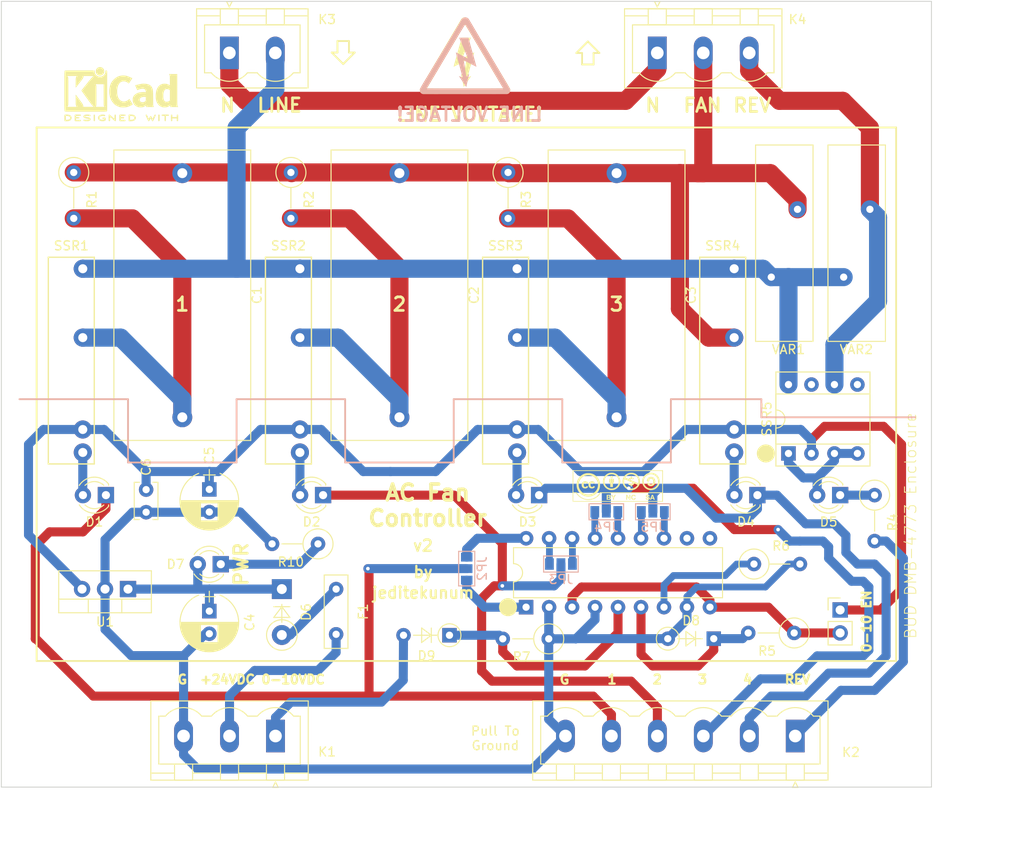
<source format=kicad_pcb>
(kicad_pcb (version 4) (host pcbnew 4.0.4-stable)

  (general
    (links 84)
    (no_connects 0)
    (area 49.949999 42.949999 152.850001 129.950001)
    (thickness 1.6)
    (drawings 104)
    (tracks 310)
    (zones 0)
    (modules 50)
    (nets 41)
  )

  (page USLetter)
  (layers
    (0 F.Cu signal)
    (31 B.Cu signal)
    (32 B.Adhes user)
    (33 F.Adhes user)
    (34 B.Paste user)
    (35 F.Paste user)
    (36 B.SilkS user)
    (37 F.SilkS user)
    (38 B.Mask user)
    (39 F.Mask user)
    (40 Dwgs.User user)
    (41 Cmts.User user)
    (42 Eco1.User user)
    (43 Eco2.User user)
    (44 Edge.Cuts user)
    (45 Margin user)
    (46 B.CrtYd user)
    (47 F.CrtYd user)
    (48 B.Fab user)
    (49 F.Fab user)
  )

  (setup
    (last_trace_width 0.75)
    (user_trace_width 0.5)
    (user_trace_width 0.75)
    (user_trace_width 1)
    (user_trace_width 1.5)
    (user_trace_width 2)
    (trace_clearance 0.2)
    (zone_clearance 0.508)
    (zone_45_only yes)
    (trace_min 0.2)
    (segment_width 0.2)
    (edge_width 0.1)
    (via_size 0.6)
    (via_drill 0.4)
    (via_min_size 0.4)
    (via_min_drill 0.3)
    (uvia_size 0.3)
    (uvia_drill 0.1)
    (uvias_allowed no)
    (uvia_min_size 0.2)
    (uvia_min_drill 0.1)
    (pcb_text_width 0.3)
    (pcb_text_size 1.5 1.5)
    (mod_edge_width 0.15)
    (mod_text_size 1 1)
    (mod_text_width 0.15)
    (pad_size 3.2 3.2)
    (pad_drill 3.2)
    (pad_to_mask_clearance 0)
    (aux_axis_origin 50 43)
    (grid_origin 50 43)
    (visible_elements FFFFEF7F)
    (pcbplotparams
      (layerselection 0x010f0_80000001)
      (usegerberextensions true)
      (excludeedgelayer true)
      (linewidth 0.100000)
      (plotframeref false)
      (viasonmask false)
      (mode 1)
      (useauxorigin false)
      (hpglpennumber 1)
      (hpglpenspeed 20)
      (hpglpendiameter 15)
      (hpglpenoverlay 2)
      (psnegative false)
      (psa4output false)
      (plotreference true)
      (plotvalue true)
      (plotinvisibletext false)
      (padsonsilk false)
      (subtractmaskfromsilk false)
      (outputformat 1)
      (mirror false)
      (drillshape 0)
      (scaleselection 1)
      (outputdirectory Fabricate/))
  )

  (net 0 "")
  (net 1 GND)
  (net 2 "Net-(C1-Pad1)")
  (net 3 "Net-(C3-Pad2)")
  (net 4 "Net-(D2-Pad1)")
  (net 5 "Net-(D3-Pad1)")
  (net 6 "Net-(D4-Pad1)")
  (net 7 "Net-(D5-Pad1)")
  (net 8 "Net-(C1-Pad2)")
  (net 9 "Net-(C2-Pad2)")
  (net 10 "Net-(D1-Pad1)")
  (net 11 "Net-(D6-Pad2)")
  (net 12 "Net-(D8-Pad1)")
  (net 13 "Net-(F1-Pad1)")
  (net 14 "Net-(K2-Pad1)")
  (net 15 "Net-(SSR5-Pad5)")
  (net 16 "Net-(U2-Pad10)")
  (net 17 "Net-(U2-Pad11)")
  (net 18 "Net-(D7-Pad1)")
  (net 19 "Net-(K3-Pad1)")
  (net 20 "Net-(K3-Pad2)")
  (net 21 "Net-(K4-Pad3)")
  (net 22 "Net-(D1-Pad2)")
  (net 23 "Net-(D2-Pad2)")
  (net 24 "Net-(D3-Pad2)")
  (net 25 "Net-(D4-Pad2)")
  (net 26 "Net-(D5-Pad2)")
  (net 27 "Net-(C4-Pad1)")
  (net 28 "Net-(D9-Pad2)")
  (net 29 "Net-(D9-Pad1)")
  (net 30 "Net-(R6-Pad1)")
  (net 31 "Net-(JP1-Pad2)")
  (net 32 +15V)
  (net 33 "Net-(JP2-Pad1)")
  (net 34 "Net-(JP2-Pad3)")
  (net 35 "Net-(JP3-Pad1)")
  (net 36 "Net-(JP3-Pad3)")
  (net 37 "Net-(JP4-Pad1)")
  (net 38 "Net-(JP4-Pad3)")
  (net 39 "Net-(JP5-Pad1)")
  (net 40 "Net-(JP5-Pad3)")

  (net_class Default "This is the default net class."
    (clearance 0.2)
    (trace_width 0.25)
    (via_dia 0.6)
    (via_drill 0.4)
    (uvia_dia 0.3)
    (uvia_drill 0.1)
    (add_net +15V)
    (add_net GND)
    (add_net "Net-(C1-Pad1)")
    (add_net "Net-(C1-Pad2)")
    (add_net "Net-(C2-Pad2)")
    (add_net "Net-(C3-Pad2)")
    (add_net "Net-(C4-Pad1)")
    (add_net "Net-(D1-Pad1)")
    (add_net "Net-(D1-Pad2)")
    (add_net "Net-(D2-Pad1)")
    (add_net "Net-(D2-Pad2)")
    (add_net "Net-(D3-Pad1)")
    (add_net "Net-(D3-Pad2)")
    (add_net "Net-(D4-Pad1)")
    (add_net "Net-(D4-Pad2)")
    (add_net "Net-(D5-Pad1)")
    (add_net "Net-(D5-Pad2)")
    (add_net "Net-(D6-Pad2)")
    (add_net "Net-(D7-Pad1)")
    (add_net "Net-(D8-Pad1)")
    (add_net "Net-(D9-Pad1)")
    (add_net "Net-(D9-Pad2)")
    (add_net "Net-(F1-Pad1)")
    (add_net "Net-(JP1-Pad2)")
    (add_net "Net-(JP2-Pad1)")
    (add_net "Net-(JP2-Pad3)")
    (add_net "Net-(JP3-Pad1)")
    (add_net "Net-(JP3-Pad3)")
    (add_net "Net-(JP4-Pad1)")
    (add_net "Net-(JP4-Pad3)")
    (add_net "Net-(JP5-Pad1)")
    (add_net "Net-(JP5-Pad3)")
    (add_net "Net-(K2-Pad1)")
    (add_net "Net-(K3-Pad1)")
    (add_net "Net-(K3-Pad2)")
    (add_net "Net-(K4-Pad3)")
    (add_net "Net-(R6-Pad1)")
    (add_net "Net-(SSR5-Pad5)")
    (add_net "Net-(U2-Pad10)")
    (add_net "Net-(U2-Pad11)")
  )

  (module Mounting_Holes:MountingHole_3.2mm_M3 locked (layer F.Cu) (tedit 598480EC) (tstamp 5986D47D)
    (at 147.905 48.65)
    (descr "Mounting Hole 3.2mm, no annular, M3")
    (tags "mounting hole 3.2mm no annular m3")
    (fp_text reference REF** (at 0 -4.2) (layer F.SilkS) hide
      (effects (font (size 1 1) (thickness 0.15)))
    )
    (fp_text value 3.2mm/M3 (at 0 4.2) (layer F.Fab) hide
      (effects (font (size 1 1) (thickness 0.15)))
    )
    (fp_circle (center 0 0) (end 3.2 0) (layer Cmts.User) (width 0.15))
    (fp_circle (center 0 0) (end 3.45 0) (layer F.CrtYd) (width 0.05))
    (pad 1 np_thru_hole circle (at 0 0) (size 3.2 3.2) (drill 3.2) (layers *.Cu *.Mask))
  )

  (module Mounting_Holes:MountingHole_3.2mm_M3 locked (layer F.Cu) (tedit 598480EC) (tstamp 5986D46B)
    (at 54.895 48.65)
    (descr "Mounting Hole 3.2mm, no annular, M3")
    (tags "mounting hole 3.2mm no annular m3")
    (fp_text reference REF** (at 0 -4.2) (layer F.SilkS) hide
      (effects (font (size 1 1) (thickness 0.15)))
    )
    (fp_text value 3.2mm/M3 (at 0 4.2) (layer F.Fab) hide
      (effects (font (size 1 1) (thickness 0.15)))
    )
    (fp_circle (center 0 0) (end 3.2 0) (layer Cmts.User) (width 0.15))
    (fp_circle (center 0 0) (end 3.45 0) (layer F.CrtYd) (width 0.05))
    (pad 1 np_thru_hole circle (at 0 0) (size 3.2 3.2) (drill 3.2) (layers *.Cu *.Mask))
  )

  (module w_logo:Logo_silk_high_voltage_10x8.5mm (layer B.Cu) (tedit 0) (tstamp 5980E667)
    (at 101.25 49 180)
    (descr "High voltage logo, 10x8.5mm")
    (fp_text reference G*** (at 0 -4.43738 180) (layer B.SilkS) hide
      (effects (font (size 0.1778 0.1778) (thickness 0.03556)) (justify mirror))
    )
    (fp_text value LOGO (at 0 4.43738 180) (layer B.SilkS) hide
      (effects (font (size 0.1778 0.1778) (thickness 0.03556)) (justify mirror))
    )
    (fp_poly (pts (xy 4.99872 -3.7211) (xy 4.99618 -3.82016) (xy 4.98348 -3.91922) (xy 4.96062 -4.00812)
      (xy 4.91998 -4.08432) (xy 4.89712 -4.1148) (xy 4.87426 -4.14274) (xy 4.84632 -4.1656)
      (xy 4.8133 -4.18592) (xy 4.7752 -4.20624) (xy 4.69138 -4.24434) (xy 4.22148 -4.24434)
      (xy 4.22148 -3.60934) (xy 4.21386 -3.5941) (xy 4.19862 -3.5687) (xy 4.17576 -3.5306)
      (xy 4.14782 -3.48488) (xy 4.13004 -3.45948) (xy 4.11226 -3.43154) (xy 4.09956 -3.40868)
      (xy 4.08432 -3.38582) (xy 4.07162 -3.3655) (xy 4.05638 -3.34264) (xy 4.04114 -3.31978)
      (xy 4.0259 -3.29184) (xy 4.00558 -3.25882) (xy 3.98018 -3.21818) (xy 3.95224 -3.17246)
      (xy 3.91922 -3.11658) (xy 3.87858 -3.05054) (xy 3.83286 -2.9718) (xy 3.77698 -2.88036)
      (xy 3.71348 -2.77368) (xy 3.64744 -2.66192) (xy 3.58902 -2.56794) (xy 3.53568 -2.4765)
      (xy 3.48488 -2.39268) (xy 3.43916 -2.31648) (xy 3.39852 -2.2479) (xy 3.36296 -2.19202)
      (xy 3.33756 -2.14884) (xy 3.31978 -2.11836) (xy 3.30962 -2.10312) (xy 3.29946 -2.0828)
      (xy 3.27914 -2.04978) (xy 3.2512 -2.0066) (xy 3.22072 -1.95326) (xy 3.1877 -1.89738)
      (xy 3.16992 -1.8669) (xy 3.12674 -1.79578) (xy 3.07848 -1.71704) (xy 3.03022 -1.63576)
      (xy 2.98704 -1.55956) (xy 2.9464 -1.49352) (xy 2.9464 -1.49098) (xy 2.9083 -1.43002)
      (xy 2.8702 -1.36398) (xy 2.83464 -1.30302) (xy 2.80162 -1.24968) (xy 2.77876 -1.21158)
      (xy 2.75336 -1.1684) (xy 2.72034 -1.11506) (xy 2.68478 -1.05156) (xy 2.64668 -0.98552)
      (xy 2.60858 -0.92202) (xy 2.60604 -0.91948) (xy 2.5654 -0.8509) (xy 2.51968 -0.77216)
      (xy 2.46888 -0.68834) (xy 2.42062 -0.60706) (xy 2.37744 -0.53594) (xy 2.3368 -0.46736)
      (xy 2.29108 -0.38608) (xy 2.24028 -0.30226) (xy 2.18948 -0.2159) (xy 2.14122 -0.13462)
      (xy 2.11836 -0.09906) (xy 2.07518 -0.02286) (xy 2.02438 0.05842) (xy 1.97358 0.14478)
      (xy 1.92532 0.22606) (xy 1.88214 0.29972) (xy 1.86436 0.3302) (xy 1.8288 0.38862)
      (xy 1.79578 0.44196) (xy 1.76784 0.49022) (xy 1.74498 0.52832) (xy 1.72974 0.55372)
      (xy 1.7272 0.5588) (xy 1.7145 0.57912) (xy 1.69418 0.61468) (xy 1.66878 0.65786)
      (xy 1.6383 0.70866) (xy 1.61544 0.74422) (xy 1.58496 0.79756) (xy 1.55702 0.84582)
      (xy 1.53162 0.88646) (xy 1.51384 0.91694) (xy 1.50622 0.92964) (xy 1.49606 0.94996)
      (xy 1.47574 0.98298) (xy 1.4478 1.02616) (xy 1.41732 1.0795) (xy 1.3843 1.13538)
      (xy 1.36906 1.16078) (xy 1.32588 1.2319) (xy 1.27762 1.31318) (xy 1.22682 1.39954)
      (xy 1.17602 1.48336) (xy 1.13284 1.55956) (xy 1.1303 1.5621) (xy 1.0922 1.62306)
      (xy 1.05918 1.68148) (xy 1.02616 1.73482) (xy 1.00076 1.78054) (xy 0.98044 1.81102)
      (xy 0.97536 1.82118) (xy 0.95758 1.85166) (xy 0.92964 1.89738) (xy 0.89408 1.9558)
      (xy 0.85344 2.02692) (xy 0.80518 2.10566) (xy 0.75184 2.19456) (xy 0.69596 2.28854)
      (xy 0.63754 2.38506) (xy 0.57658 2.48412) (xy 0.51816 2.58318) (xy 0.45974 2.6797)
      (xy 0.40132 2.77368) (xy 0.34798 2.86004) (xy 0.29972 2.94132) (xy 0.25654 3.01244)
      (xy 0.21844 3.0734) (xy 0.21336 3.07848) (xy 0.17526 3.14452) (xy 0.13462 3.20548)
      (xy 0.09652 3.26644) (xy 0.06096 3.31978) (xy 0.02794 3.3655) (xy 0.00508 3.40106)
      (xy -0.01016 3.42646) (xy -0.02032 3.43408) (xy -0.0254 3.42646) (xy -0.04318 3.40106)
      (xy -0.06858 3.36296) (xy -0.1016 3.30708) (xy -0.14224 3.24104) (xy -0.1905 3.1623)
      (xy -0.24384 3.07086) (xy -0.3048 2.9718) (xy -0.37084 2.86258) (xy -0.43942 2.7432)
      (xy -0.51562 2.61874) (xy -0.59182 2.4892) (xy -0.6731 2.35458) (xy -0.71374 2.28346)
      (xy -0.72898 2.2606) (xy -0.75184 2.2225) (xy -0.77978 2.17424) (xy -0.81534 2.11582)
      (xy -0.8509 2.05232) (xy -0.889 1.98628) (xy -1.05918 1.7018) (xy -1.22174 1.43002)
      (xy -1.37668 1.1684) (xy -1.52654 0.9144) (xy -1.67132 0.66802) (xy -1.8161 0.42164)
      (xy -1.85674 0.35306) (xy -1.89484 0.2921) (xy -1.9304 0.23114) (xy -1.96342 0.17526)
      (xy -1.99136 0.12954) (xy -2.01168 0.09398) (xy -2.01676 0.08382) (xy -2.03454 0.05588)
      (xy -2.05994 0.0127) (xy -2.09042 -0.0381) (xy -2.12598 -0.09652) (xy -2.16408 -0.16256)
      (xy -2.19202 -0.20828) (xy -2.23012 -0.27432) (xy -2.26822 -0.33782) (xy -2.30378 -0.39624)
      (xy -2.33426 -0.44704) (xy -2.35712 -0.48514) (xy -2.36728 -0.50546) (xy -2.39014 -0.54102)
      (xy -2.41808 -0.58674) (xy -2.44856 -0.64008) (xy -2.47904 -0.69342) (xy -2.48412 -0.70104)
      (xy -2.53238 -0.78232) (xy -2.58064 -0.86614) (xy -2.6289 -0.94742) (xy -2.67462 -1.02616)
      (xy -2.7178 -1.09474) (xy -2.75082 -1.15062) (xy -2.76352 -1.17094) (xy -2.78892 -1.21412)
      (xy -2.81432 -1.25984) (xy -2.83718 -1.29794) (xy -2.83972 -1.30048) (xy -2.85242 -1.32588)
      (xy -2.87782 -1.36652) (xy -2.91084 -1.4224) (xy -2.95402 -1.49606) (xy -3.00482 -1.58242)
      (xy -3.06324 -1.68402) (xy -3.13182 -1.79832) (xy -3.20548 -1.92278) (xy -3.2893 -2.06248)
      (xy -3.3782 -2.21234) (xy -3.38074 -2.21742) (xy -3.42646 -2.29616) (xy -3.47472 -2.37998)
      (xy -3.52552 -2.46634) (xy -3.57378 -2.54762) (xy -3.61696 -2.62128) (xy -3.6449 -2.66446)
      (xy -3.683 -2.72796) (xy -3.7211 -2.79654) (xy -3.7592 -2.86004) (xy -3.79222 -2.91846)
      (xy -3.82016 -2.96418) (xy -3.82524 -2.96926) (xy -3.85318 -3.01752) (xy -3.88112 -3.06578)
      (xy -3.90398 -3.10642) (xy -3.92176 -3.13436) (xy -3.9624 -3.20548) (xy -4.00304 -3.27406)
      (xy -4.04368 -3.34264) (xy -4.08178 -3.40868) (xy -4.11734 -3.4671) (xy -4.14782 -3.5179)
      (xy -4.17068 -3.55854) (xy -4.18846 -3.58648) (xy -4.19608 -3.59918) (xy -4.19862 -3.59918)
      (xy -4.20624 -3.61442) (xy -4.20624 -3.61696) (xy -4.19608 -3.61696) (xy -4.16814 -3.6195)
      (xy -4.11988 -3.6195) (xy -4.05384 -3.6195) (xy -3.97002 -3.6195) (xy -3.86842 -3.62204)
      (xy -3.75412 -3.62204) (xy -3.62204 -3.62204) (xy -3.47472 -3.62204) (xy -3.3147 -3.62204)
      (xy -3.13944 -3.62204) (xy -2.95148 -3.62204) (xy -2.75336 -3.62458) (xy -2.54254 -3.62458)
      (xy -2.31902 -3.62458) (xy -2.08788 -3.62458) (xy -1.84658 -3.62458) (xy -1.59512 -3.62458)
      (xy -1.33604 -3.62458) (xy -1.07188 -3.62458) (xy -0.79756 -3.62458) (xy -0.51816 -3.62458)
      (xy -0.23114 -3.62458) (xy 0.01016 -3.62458) (xy 0.35814 -3.62458) (xy 0.6858 -3.62458)
      (xy 0.99314 -3.62458) (xy 1.2827 -3.62458) (xy 1.55702 -3.62458) (xy 1.81102 -3.62458)
      (xy 2.04978 -3.62458) (xy 2.2733 -3.62458) (xy 2.48158 -3.62458) (xy 2.67208 -3.62458)
      (xy 2.84988 -3.62458) (xy 3.01244 -3.62458) (xy 3.16484 -3.62458) (xy 3.302 -3.62458)
      (xy 3.42646 -3.62458) (xy 3.54076 -3.62204) (xy 3.64236 -3.62204) (xy 3.7338 -3.62204)
      (xy 3.81508 -3.62204) (xy 3.88874 -3.62204) (xy 3.95224 -3.62204) (xy 4.00812 -3.6195)
      (xy 4.05384 -3.6195) (xy 4.09448 -3.6195) (xy 4.1275 -3.61696) (xy 4.15544 -3.61696)
      (xy 4.1783 -3.61696) (xy 4.19354 -3.61442) (xy 4.20624 -3.61442) (xy 4.21386 -3.61188)
      (xy 4.21894 -3.61188) (xy 4.22148 -3.60934) (xy 4.22148 -3.60934) (xy 4.22148 -4.24434)
      (xy 0.02286 -4.24942) (xy -4.64312 -4.2545) (xy -4.73202 -4.21894) (xy -4.81584 -4.17576)
      (xy -4.88442 -4.12242) (xy -4.93522 -4.05892) (xy -4.97078 -3.98272) (xy -4.9911 -3.89382)
      (xy -4.99872 -3.79984) (xy -4.99872 -3.7719) (xy -4.99618 -3.74904) (xy -4.99364 -3.72872)
      (xy -4.98856 -3.70586) (xy -4.9784 -3.68046) (xy -4.96316 -3.64998) (xy -4.9403 -3.60934)
      (xy -4.91236 -3.55854) (xy -4.87426 -3.49504) (xy -4.85394 -3.45948) (xy -4.82092 -3.4036)
      (xy -4.7879 -3.34772) (xy -4.75996 -3.29946) (xy -4.7371 -3.26136) (xy -4.72186 -3.23596)
      (xy -4.70408 -3.20294) (xy -4.67614 -3.15722) (xy -4.64312 -3.10134) (xy -4.60756 -3.03784)
      (xy -4.56692 -2.96926) (xy -4.52628 -2.90068) (xy -4.48818 -2.83464) (xy -4.48056 -2.82448)
      (xy -4.4577 -2.78638) (xy -4.42976 -2.73812) (xy -4.39674 -2.68224) (xy -4.36118 -2.62128)
      (xy -4.32562 -2.56286) (xy -4.28498 -2.49428) (xy -4.23926 -2.41554) (xy -4.191 -2.33426)
      (xy -4.14528 -2.25552) (xy -4.11734 -2.20726) (xy -4.07924 -2.14376) (xy -4.0386 -2.07518)
      (xy -3.99796 -2.0066) (xy -3.9624 -1.94564) (xy -3.937 -1.90246) (xy -3.90652 -1.85166)
      (xy -3.87096 -1.7907) (xy -3.83032 -1.72466) (xy -3.78968 -1.65608) (xy -3.75412 -1.59258)
      (xy -3.71602 -1.52908) (xy -3.67792 -1.46304) (xy -3.63982 -1.39954) (xy -3.6068 -1.3462)
      (xy -3.5814 -1.30302) (xy -3.5814 -1.30048) (xy -3.56616 -1.27762) (xy -3.55092 -1.24968)
      (xy -3.5306 -1.21666) (xy -3.51028 -1.1811) (xy -3.48234 -1.13792) (xy -3.45186 -1.08458)
      (xy -3.4163 -1.02362) (xy -3.37566 -0.95504) (xy -3.3274 -0.87122) (xy -3.27152 -0.77724)
      (xy -3.20802 -0.67056) (xy -3.13436 -0.54864) (xy -3.05308 -0.40894) (xy -3.048 -0.40386)
      (xy -3.00482 -0.32766) (xy -2.9591 -0.254) (xy -2.91592 -0.18034) (xy -2.87782 -0.11684)
      (xy -2.8448 -0.06096) (xy -2.8194 -0.01778) (xy -2.80924 0) (xy -2.78892 0.03302)
      (xy -2.76098 0.07874) (xy -2.72542 0.1397) (xy -2.68478 0.20828) (xy -2.6416 0.28194)
      (xy -2.59588 0.36068) (xy -2.55524 0.42926) (xy -2.47142 0.56896) (xy -2.39268 0.70358)
      (xy -2.31648 0.83058) (xy -2.24536 0.94996) (xy -2.17932 1.05918) (xy -2.1209 1.15824)
      (xy -2.0701 1.2446) (xy -2.02946 1.31318) (xy -2.0066 1.35128) (xy -1.98882 1.3843)
      (xy -1.96088 1.43256) (xy -1.92532 1.49098) (xy -1.88214 1.5621) (xy -1.83642 1.64084)
      (xy -1.78816 1.72466) (xy -1.73736 1.81102) (xy -1.69926 1.87198) (xy -1.64592 1.96088)
      (xy -1.59258 2.05232) (xy -1.53924 2.14122) (xy -1.49098 2.22504) (xy -1.44526 2.30378)
      (xy -1.40462 2.36982) (xy -1.37414 2.42316) (xy -1.3589 2.44856) (xy -1.3208 2.51206)
      (xy -1.28016 2.58318) (xy -1.23952 2.65176) (xy -1.20142 2.71272) (xy -1.1811 2.74828)
      (xy -1.15062 2.80162) (xy -1.11252 2.86512) (xy -1.07188 2.9337) (xy -1.03124 3.00482)
      (xy -1.00076 3.05308) (xy -0.9271 3.17754) (xy -0.8636 3.2893) (xy -0.80518 3.38836)
      (xy -0.75438 3.47472) (xy -0.7112 3.54584) (xy -0.67818 3.60172) (xy -0.65532 3.64236)
      (xy -0.64008 3.66522) (xy -0.62484 3.69062) (xy -0.60198 3.72872) (xy -0.57658 3.77444)
      (xy -0.5461 3.82524) (xy -0.53848 3.8354) (xy -0.49276 3.91668) (xy -0.45466 3.98018)
      (xy -0.42164 4.03098) (xy -0.3937 4.07162) (xy -0.36576 4.1021) (xy -0.34036 4.1275)
      (xy -0.31242 4.14782) (xy -0.28194 4.1656) (xy -0.24384 4.18084) (xy -0.20066 4.19862)
      (xy -0.19304 4.20116) (xy -0.14986 4.21894) (xy -0.11938 4.2291) (xy -0.0889 4.23418)
      (xy -0.05842 4.23418) (xy -0.0127 4.23418) (xy 0.07112 4.22148) (xy 0.14986 4.20116)
      (xy 0.22352 4.1656) (xy 0.28956 4.1148) (xy 0.35306 4.04876) (xy 0.41402 3.96748)
      (xy 0.47244 3.86588) (xy 0.50546 3.80492) (xy 0.51816 3.77952) (xy 0.54102 3.73888)
      (xy 0.5715 3.68554) (xy 0.60706 3.62204) (xy 0.65024 3.55092) (xy 0.69596 3.47218)
      (xy 0.74422 3.3909) (xy 0.79248 3.30708) (xy 0.84328 3.22326) (xy 0.89154 3.14198)
      (xy 0.93472 3.06832) (xy 0.9525 3.04292) (xy 0.97536 2.99974) (xy 1.00838 2.94894)
      (xy 1.04394 2.88798) (xy 1.08204 2.82194) (xy 1.12268 2.75336) (xy 1.12522 2.74828)
      (xy 1.17856 2.66192) (xy 1.23952 2.55778) (xy 1.31064 2.4384) (xy 1.38938 2.30632)
      (xy 1.47828 2.159) (xy 1.5748 1.99898) (xy 1.6764 1.8288) (xy 1.78562 1.64592)
      (xy 1.90246 1.45288) (xy 2.02438 1.24968) (xy 2.15138 1.0414) (xy 2.28092 0.82296)
      (xy 2.41808 0.5969) (xy 2.55524 0.3683) (xy 2.69748 0.13208) (xy 2.84226 -0.10414)
      (xy 2.87782 -0.1651) (xy 2.94132 -0.26924) (xy 3.0099 -0.381) (xy 3.08356 -0.50292)
      (xy 3.15722 -0.62738) (xy 3.23342 -0.75184) (xy 3.30962 -0.8763) (xy 3.38328 -0.99822)
      (xy 3.45186 -1.11506) (xy 3.5179 -1.22174) (xy 3.57632 -1.31826) (xy 3.62712 -1.40208)
      (xy 3.65506 -1.45288) (xy 3.74142 -1.59512) (xy 3.81762 -1.72212) (xy 3.88874 -1.83642)
      (xy 3.95224 -1.9431) (xy 4.01066 -2.04216) (xy 4.06908 -2.13614) (xy 4.12496 -2.22758)
      (xy 4.18084 -2.31902) (xy 4.23926 -2.41554) (xy 4.2926 -2.50444) (xy 4.3942 -2.66954)
      (xy 4.48564 -2.8194) (xy 4.56946 -2.95402) (xy 4.64312 -3.07848) (xy 4.70662 -3.1877)
      (xy 4.76504 -3.2893) (xy 4.81838 -3.38074) (xy 4.8641 -3.46202) (xy 4.90474 -3.53822)
      (xy 4.93776 -3.59918) (xy 4.99872 -3.7211) (xy 4.99872 -3.7211)) (layer B.SilkS) (width 0.00254))
    (fp_poly (pts (xy 1.016 0.35814) (xy 1.01346 0.34798) (xy 1.00838 0.32258) (xy 0.99822 0.28448)
      (xy 0.98552 0.23876) (xy 0.98552 0.2286) (xy 0.96774 0.17018) (xy 0.94996 0.1016)
      (xy 0.92964 0.02794) (xy 0.91186 -0.03556) (xy 0.90932 -0.04318) (xy 0.89662 -0.0889)
      (xy 0.88392 -0.13208) (xy 0.87376 -0.17526) (xy 0.86106 -0.22098) (xy 0.84582 -0.27178)
      (xy 0.83058 -0.3302) (xy 0.8128 -0.40132) (xy 0.78994 -0.48514) (xy 0.762 -0.58674)
      (xy 0.75946 -0.58928) (xy 0.73152 -0.69596) (xy 0.70866 -0.78232) (xy 0.68834 -0.85852)
      (xy 0.67056 -0.92202) (xy 0.65532 -0.98044) (xy 0.64008 -1.03124) (xy 0.62738 -1.08204)
      (xy 0.61214 -1.13284) (xy 0.6096 -1.14554) (xy 0.59436 -1.20396) (xy 0.57912 -1.26238)
      (xy 0.56388 -1.31572) (xy 0.55372 -1.35636) (xy 0.55118 -1.36652) (xy 0.51054 -1.51384)
      (xy 0.47244 -1.65608) (xy 0.43688 -1.78816) (xy 0.40386 -1.91262) (xy 0.37592 -2.02438)
      (xy 0.35052 -2.12598) (xy 0.32766 -2.21234) (xy 0.30988 -2.28854) (xy 0.29718 -2.34696)
      (xy 0.28702 -2.3876) (xy 0.28448 -2.413) (xy 0.28448 -2.42062) (xy 0.29718 -2.41808)
      (xy 0.32258 -2.40792) (xy 0.36322 -2.39014) (xy 0.40894 -2.36982) (xy 0.45466 -2.3495)
      (xy 0.5207 -2.31902) (xy 0.5715 -2.29616) (xy 0.60706 -2.28092) (xy 0.63246 -2.2733)
      (xy 0.65024 -2.27076) (xy 0.65786 -2.2733) (xy 0.6604 -2.2733) (xy 0.6604 -2.27584)
      (xy 0.65786 -2.28346) (xy 0.65278 -2.29362) (xy 0.64262 -2.30886) (xy 0.62992 -2.33172)
      (xy 0.6096 -2.36474) (xy 0.58166 -2.40538) (xy 0.5461 -2.45872) (xy 0.50292 -2.52222)
      (xy 0.44958 -2.60096) (xy 0.38862 -2.69494) (xy 0.37592 -2.71526) (xy 0.32004 -2.794)
      (xy 0.26162 -2.8829) (xy 0.20066 -2.9718) (xy 0.14478 -3.05816) (xy 0.09144 -3.1369)
      (xy 0.04318 -3.20548) (xy 0.03048 -3.2258) (xy -0.01524 -3.29692) (xy -0.05334 -3.3528)
      (xy -0.08128 -3.39344) (xy -0.10414 -3.42392) (xy -0.11938 -3.44678) (xy -0.12954 -3.45694)
      (xy -0.13716 -3.46202) (xy -0.1397 -3.46202) (xy -0.14224 -3.45694) (xy -0.14224 -3.4544)
      (xy -0.14732 -3.43916) (xy -0.15494 -3.40868) (xy -0.16256 -3.36804) (xy -0.17272 -3.31978)
      (xy -0.17272 -3.31978) (xy -0.18034 -3.28422) (xy -0.19304 -3.23088) (xy -0.20574 -3.16484)
      (xy -0.22352 -3.0861) (xy -0.2413 -2.99974) (xy -0.26162 -2.9083) (xy -0.28194 -2.81432)
      (xy -0.28956 -2.77876) (xy -0.30988 -2.68224) (xy -0.3302 -2.58572) (xy -0.35052 -2.49174)
      (xy -0.37084 -2.40284) (xy -0.38862 -2.3241) (xy -0.40132 -2.25806) (xy -0.41402 -2.20472)
      (xy -0.41656 -2.19456) (xy -0.42672 -2.13868) (xy -0.43688 -2.09296) (xy -0.4445 -2.05486)
      (xy -0.44704 -2.032) (xy -0.44704 -2.02692) (xy -0.43942 -2.02692) (xy -0.42926 -2.03454)
      (xy -0.40894 -2.05232) (xy -0.381 -2.0828) (xy -0.3429 -2.12344) (xy -0.29718 -2.17678)
      (xy -0.24638 -2.2352) (xy -0.20828 -2.27584) (xy -0.18034 -2.30632) (xy -0.16256 -2.3241)
      (xy -0.14986 -2.33172) (xy -0.14478 -2.33172) (xy -0.14224 -2.32156) (xy -0.13716 -2.29362)
      (xy -0.13208 -2.25298) (xy -0.12192 -2.19964) (xy -0.1143 -2.14122) (xy -0.11176 -2.12344)
      (xy -0.09906 -2.04724) (xy -0.08636 -1.96342) (xy -0.07366 -1.88214) (xy -0.06096 -1.80848)
      (xy -0.05334 -1.75768) (xy -0.04318 -1.69164) (xy -0.03048 -1.6129) (xy -0.01778 -1.52908)
      (xy -0.00508 -1.45034) (xy 0 -1.40716) (xy 0.01016 -1.32842) (xy 0.0254 -1.23952)
      (xy 0.0381 -1.14808) (xy 0.05334 -1.06172) (xy 0.05842 -1.02616) (xy 0.07112 -0.9525)
      (xy 0.08128 -0.8763) (xy 0.09398 -0.8001) (xy 0.10414 -0.73406) (xy 0.10922 -0.69596)
      (xy 0.11684 -0.64516) (xy 0.12446 -0.60198) (xy 0.12954 -0.56896) (xy 0.13208 -0.55372)
      (xy 0.13208 -0.55118) (xy 0.13208 -0.5461) (xy 0.12446 -0.54356) (xy 0.11176 -0.54864)
      (xy 0.08636 -0.5588) (xy 0.05334 -0.57404) (xy 0.00508 -0.5969) (xy -0.05334 -0.62738)
      (xy -0.12954 -0.66548) (xy -0.17272 -0.68834) (xy -0.35814 -0.78232) (xy -0.52578 -0.86868)
      (xy -0.67564 -0.94488) (xy -0.81026 -1.01346) (xy -0.92456 -1.07188) (xy -1.02362 -1.12014)
      (xy -1.1049 -1.16078) (xy -1.1684 -1.19126) (xy -1.21666 -1.21412) (xy -1.24714 -1.22682)
      (xy -1.25984 -1.2319) (xy -1.25984 -1.22936) (xy -1.25984 -1.21666) (xy -1.25222 -1.18618)
      (xy -1.23952 -1.13792) (xy -1.22428 -1.0795) (xy -1.2065 -1.01092) (xy -1.18618 -0.93472)
      (xy -1.16332 -0.85344) (xy -1.13792 -0.76708) (xy -1.12014 -0.70104) (xy -1.10236 -0.635)
      (xy -1.08458 -0.56896) (xy -1.0668 -0.51054) (xy -1.0541 -0.45974) (xy -1.04648 -0.42926)
      (xy -1.03378 -0.38608) (xy -1.01854 -0.3302) (xy -1.00076 -0.26924) (xy -0.98552 -0.21336)
      (xy -0.96774 -0.14986) (xy -0.94742 -0.07874) (xy -0.92964 -0.01016) (xy -0.91694 0.03302)
      (xy -0.9017 0.08382) (xy -0.88392 0.14732) (xy -0.8636 0.21844) (xy -0.84328 0.2921)
      (xy -0.83058 0.34036) (xy -0.8128 0.40386) (xy -0.79502 0.4699) (xy -0.77724 0.52832)
      (xy -0.76454 0.57912) (xy -0.75438 0.6096) (xy -0.74676 0.63754) (xy -0.73406 0.68326)
      (xy -0.71882 0.74168) (xy -0.6985 0.8128) (xy -0.67564 0.89154) (xy -0.65278 0.9779)
      (xy -0.62738 1.06934) (xy -0.61468 1.10998) (xy -0.58674 1.20904) (xy -0.5588 1.31064)
      (xy -0.53086 1.41224) (xy -0.50292 1.50876) (xy -0.47752 1.59766) (xy -0.4572 1.6764)
      (xy -0.43942 1.73736) (xy -0.43688 1.74752) (xy -0.4191 1.81102) (xy -0.40386 1.8669)
      (xy -0.38862 1.91516) (xy -0.37592 1.95072) (xy -0.3683 1.97104) (xy -0.36576 1.97358)
      (xy -0.35306 1.97612) (xy -0.32512 1.97612) (xy -0.2794 1.97866) (xy -0.22098 1.97866)
      (xy -0.1524 1.9812) (xy -0.0762 1.9812) (xy 0.00254 1.9812) (xy 0.0889 1.9812)
      (xy 0.17526 1.9812) (xy 0.26416 1.9812) (xy 0.34544 1.9812) (xy 0.42418 1.9812)
      (xy 0.49276 1.9812) (xy 0.55118 1.9812) (xy 0.5969 1.97866) (xy 0.62738 1.97866)
      (xy 0.64262 1.97612) (xy 0.64008 1.96596) (xy 0.63246 1.94056) (xy 0.61722 1.905)
      (xy 0.60198 1.86944) (xy 0.50292 1.64084) (xy 0.40386 1.41732) (xy 0.31242 1.20396)
      (xy 0.22352 0.99568) (xy 0.1397 0.8001) (xy 0.06096 0.61722) (xy -0.00762 0.4445)
      (xy -0.07366 0.28702) (xy -0.12954 0.14478) (xy -0.18034 0.01778) (xy -0.19304 -0.0127)
      (xy -0.21844 -0.0762) (xy -0.2413 -0.13716) (xy -0.26162 -0.18796) (xy -0.27686 -0.23114)
      (xy -0.28956 -0.25908) (xy -0.28956 -0.26416) (xy -0.29972 -0.2921) (xy -0.30734 -0.30988)
      (xy -0.30734 -0.31496) (xy -0.29718 -0.31242) (xy -0.27178 -0.29972) (xy -0.2286 -0.2794)
      (xy -0.17272 -0.25146) (xy -0.10414 -0.2159) (xy -0.02286 -0.17272) (xy 0.06858 -0.12446)
      (xy 0.17018 -0.07112) (xy 0.28194 -0.01524) (xy 0.40132 0.04572) (xy 0.42418 0.05842)
      (xy 0.51816 0.10668) (xy 0.6096 0.15494) (xy 0.69596 0.19812) (xy 0.7747 0.23876)
      (xy 0.84328 0.27432) (xy 0.90424 0.3048) (xy 0.95504 0.3302) (xy 0.9906 0.34798)
      (xy 1.01092 0.3556) (xy 1.016 0.35814) (xy 1.016 0.35814)) (layer B.SilkS) (width 0.00254))
  )

  (module w_logo:Logo_silk_high_voltage_10x8.5mm (layer F.Cu) (tedit 0) (tstamp 58739230)
    (at 101.25 49)
    (descr "High voltage logo, 10x8.5mm")
    (fp_text reference G*** (at 0 4.43738) (layer F.SilkS) hide
      (effects (font (size 0.1778 0.1778) (thickness 0.03556)))
    )
    (fp_text value LOGO (at 0 -4.43738) (layer F.SilkS) hide
      (effects (font (size 0.1778 0.1778) (thickness 0.03556)))
    )
    (fp_poly (pts (xy 4.99872 3.7211) (xy 4.99618 3.82016) (xy 4.98348 3.91922) (xy 4.96062 4.00812)
      (xy 4.91998 4.08432) (xy 4.89712 4.1148) (xy 4.87426 4.14274) (xy 4.84632 4.1656)
      (xy 4.8133 4.18592) (xy 4.7752 4.20624) (xy 4.69138 4.24434) (xy 4.22148 4.24434)
      (xy 4.22148 3.60934) (xy 4.21386 3.5941) (xy 4.19862 3.5687) (xy 4.17576 3.5306)
      (xy 4.14782 3.48488) (xy 4.13004 3.45948) (xy 4.11226 3.43154) (xy 4.09956 3.40868)
      (xy 4.08432 3.38582) (xy 4.07162 3.3655) (xy 4.05638 3.34264) (xy 4.04114 3.31978)
      (xy 4.0259 3.29184) (xy 4.00558 3.25882) (xy 3.98018 3.21818) (xy 3.95224 3.17246)
      (xy 3.91922 3.11658) (xy 3.87858 3.05054) (xy 3.83286 2.9718) (xy 3.77698 2.88036)
      (xy 3.71348 2.77368) (xy 3.64744 2.66192) (xy 3.58902 2.56794) (xy 3.53568 2.4765)
      (xy 3.48488 2.39268) (xy 3.43916 2.31648) (xy 3.39852 2.2479) (xy 3.36296 2.19202)
      (xy 3.33756 2.14884) (xy 3.31978 2.11836) (xy 3.30962 2.10312) (xy 3.29946 2.0828)
      (xy 3.27914 2.04978) (xy 3.2512 2.0066) (xy 3.22072 1.95326) (xy 3.1877 1.89738)
      (xy 3.16992 1.8669) (xy 3.12674 1.79578) (xy 3.07848 1.71704) (xy 3.03022 1.63576)
      (xy 2.98704 1.55956) (xy 2.9464 1.49352) (xy 2.9464 1.49098) (xy 2.9083 1.43002)
      (xy 2.8702 1.36398) (xy 2.83464 1.30302) (xy 2.80162 1.24968) (xy 2.77876 1.21158)
      (xy 2.75336 1.1684) (xy 2.72034 1.11506) (xy 2.68478 1.05156) (xy 2.64668 0.98552)
      (xy 2.60858 0.92202) (xy 2.60604 0.91948) (xy 2.5654 0.8509) (xy 2.51968 0.77216)
      (xy 2.46888 0.68834) (xy 2.42062 0.60706) (xy 2.37744 0.53594) (xy 2.3368 0.46736)
      (xy 2.29108 0.38608) (xy 2.24028 0.30226) (xy 2.18948 0.2159) (xy 2.14122 0.13462)
      (xy 2.11836 0.09906) (xy 2.07518 0.02286) (xy 2.02438 -0.05842) (xy 1.97358 -0.14478)
      (xy 1.92532 -0.22606) (xy 1.88214 -0.29972) (xy 1.86436 -0.3302) (xy 1.8288 -0.38862)
      (xy 1.79578 -0.44196) (xy 1.76784 -0.49022) (xy 1.74498 -0.52832) (xy 1.72974 -0.55372)
      (xy 1.7272 -0.5588) (xy 1.7145 -0.57912) (xy 1.69418 -0.61468) (xy 1.66878 -0.65786)
      (xy 1.6383 -0.70866) (xy 1.61544 -0.74422) (xy 1.58496 -0.79756) (xy 1.55702 -0.84582)
      (xy 1.53162 -0.88646) (xy 1.51384 -0.91694) (xy 1.50622 -0.92964) (xy 1.49606 -0.94996)
      (xy 1.47574 -0.98298) (xy 1.4478 -1.02616) (xy 1.41732 -1.0795) (xy 1.3843 -1.13538)
      (xy 1.36906 -1.16078) (xy 1.32588 -1.2319) (xy 1.27762 -1.31318) (xy 1.22682 -1.39954)
      (xy 1.17602 -1.48336) (xy 1.13284 -1.55956) (xy 1.1303 -1.5621) (xy 1.0922 -1.62306)
      (xy 1.05918 -1.68148) (xy 1.02616 -1.73482) (xy 1.00076 -1.78054) (xy 0.98044 -1.81102)
      (xy 0.97536 -1.82118) (xy 0.95758 -1.85166) (xy 0.92964 -1.89738) (xy 0.89408 -1.9558)
      (xy 0.85344 -2.02692) (xy 0.80518 -2.10566) (xy 0.75184 -2.19456) (xy 0.69596 -2.28854)
      (xy 0.63754 -2.38506) (xy 0.57658 -2.48412) (xy 0.51816 -2.58318) (xy 0.45974 -2.6797)
      (xy 0.40132 -2.77368) (xy 0.34798 -2.86004) (xy 0.29972 -2.94132) (xy 0.25654 -3.01244)
      (xy 0.21844 -3.0734) (xy 0.21336 -3.07848) (xy 0.17526 -3.14452) (xy 0.13462 -3.20548)
      (xy 0.09652 -3.26644) (xy 0.06096 -3.31978) (xy 0.02794 -3.3655) (xy 0.00508 -3.40106)
      (xy -0.01016 -3.42646) (xy -0.02032 -3.43408) (xy -0.0254 -3.42646) (xy -0.04318 -3.40106)
      (xy -0.06858 -3.36296) (xy -0.1016 -3.30708) (xy -0.14224 -3.24104) (xy -0.1905 -3.1623)
      (xy -0.24384 -3.07086) (xy -0.3048 -2.9718) (xy -0.37084 -2.86258) (xy -0.43942 -2.7432)
      (xy -0.51562 -2.61874) (xy -0.59182 -2.4892) (xy -0.6731 -2.35458) (xy -0.71374 -2.28346)
      (xy -0.72898 -2.2606) (xy -0.75184 -2.2225) (xy -0.77978 -2.17424) (xy -0.81534 -2.11582)
      (xy -0.8509 -2.05232) (xy -0.889 -1.98628) (xy -1.05918 -1.7018) (xy -1.22174 -1.43002)
      (xy -1.37668 -1.1684) (xy -1.52654 -0.9144) (xy -1.67132 -0.66802) (xy -1.8161 -0.42164)
      (xy -1.85674 -0.35306) (xy -1.89484 -0.2921) (xy -1.9304 -0.23114) (xy -1.96342 -0.17526)
      (xy -1.99136 -0.12954) (xy -2.01168 -0.09398) (xy -2.01676 -0.08382) (xy -2.03454 -0.05588)
      (xy -2.05994 -0.0127) (xy -2.09042 0.0381) (xy -2.12598 0.09652) (xy -2.16408 0.16256)
      (xy -2.19202 0.20828) (xy -2.23012 0.27432) (xy -2.26822 0.33782) (xy -2.30378 0.39624)
      (xy -2.33426 0.44704) (xy -2.35712 0.48514) (xy -2.36728 0.50546) (xy -2.39014 0.54102)
      (xy -2.41808 0.58674) (xy -2.44856 0.64008) (xy -2.47904 0.69342) (xy -2.48412 0.70104)
      (xy -2.53238 0.78232) (xy -2.58064 0.86614) (xy -2.6289 0.94742) (xy -2.67462 1.02616)
      (xy -2.7178 1.09474) (xy -2.75082 1.15062) (xy -2.76352 1.17094) (xy -2.78892 1.21412)
      (xy -2.81432 1.25984) (xy -2.83718 1.29794) (xy -2.83972 1.30048) (xy -2.85242 1.32588)
      (xy -2.87782 1.36652) (xy -2.91084 1.4224) (xy -2.95402 1.49606) (xy -3.00482 1.58242)
      (xy -3.06324 1.68402) (xy -3.13182 1.79832) (xy -3.20548 1.92278) (xy -3.2893 2.06248)
      (xy -3.3782 2.21234) (xy -3.38074 2.21742) (xy -3.42646 2.29616) (xy -3.47472 2.37998)
      (xy -3.52552 2.46634) (xy -3.57378 2.54762) (xy -3.61696 2.62128) (xy -3.6449 2.66446)
      (xy -3.683 2.72796) (xy -3.7211 2.79654) (xy -3.7592 2.86004) (xy -3.79222 2.91846)
      (xy -3.82016 2.96418) (xy -3.82524 2.96926) (xy -3.85318 3.01752) (xy -3.88112 3.06578)
      (xy -3.90398 3.10642) (xy -3.92176 3.13436) (xy -3.9624 3.20548) (xy -4.00304 3.27406)
      (xy -4.04368 3.34264) (xy -4.08178 3.40868) (xy -4.11734 3.4671) (xy -4.14782 3.5179)
      (xy -4.17068 3.55854) (xy -4.18846 3.58648) (xy -4.19608 3.59918) (xy -4.19862 3.59918)
      (xy -4.20624 3.61442) (xy -4.20624 3.61696) (xy -4.19608 3.61696) (xy -4.16814 3.6195)
      (xy -4.11988 3.6195) (xy -4.05384 3.6195) (xy -3.97002 3.6195) (xy -3.86842 3.62204)
      (xy -3.75412 3.62204) (xy -3.62204 3.62204) (xy -3.47472 3.62204) (xy -3.3147 3.62204)
      (xy -3.13944 3.62204) (xy -2.95148 3.62204) (xy -2.75336 3.62458) (xy -2.54254 3.62458)
      (xy -2.31902 3.62458) (xy -2.08788 3.62458) (xy -1.84658 3.62458) (xy -1.59512 3.62458)
      (xy -1.33604 3.62458) (xy -1.07188 3.62458) (xy -0.79756 3.62458) (xy -0.51816 3.62458)
      (xy -0.23114 3.62458) (xy 0.01016 3.62458) (xy 0.35814 3.62458) (xy 0.6858 3.62458)
      (xy 0.99314 3.62458) (xy 1.2827 3.62458) (xy 1.55702 3.62458) (xy 1.81102 3.62458)
      (xy 2.04978 3.62458) (xy 2.2733 3.62458) (xy 2.48158 3.62458) (xy 2.67208 3.62458)
      (xy 2.84988 3.62458) (xy 3.01244 3.62458) (xy 3.16484 3.62458) (xy 3.302 3.62458)
      (xy 3.42646 3.62458) (xy 3.54076 3.62204) (xy 3.64236 3.62204) (xy 3.7338 3.62204)
      (xy 3.81508 3.62204) (xy 3.88874 3.62204) (xy 3.95224 3.62204) (xy 4.00812 3.6195)
      (xy 4.05384 3.6195) (xy 4.09448 3.6195) (xy 4.1275 3.61696) (xy 4.15544 3.61696)
      (xy 4.1783 3.61696) (xy 4.19354 3.61442) (xy 4.20624 3.61442) (xy 4.21386 3.61188)
      (xy 4.21894 3.61188) (xy 4.22148 3.60934) (xy 4.22148 3.60934) (xy 4.22148 4.24434)
      (xy 0.02286 4.24942) (xy -4.64312 4.2545) (xy -4.73202 4.21894) (xy -4.81584 4.17576)
      (xy -4.88442 4.12242) (xy -4.93522 4.05892) (xy -4.97078 3.98272) (xy -4.9911 3.89382)
      (xy -4.99872 3.79984) (xy -4.99872 3.7719) (xy -4.99618 3.74904) (xy -4.99364 3.72872)
      (xy -4.98856 3.70586) (xy -4.9784 3.68046) (xy -4.96316 3.64998) (xy -4.9403 3.60934)
      (xy -4.91236 3.55854) (xy -4.87426 3.49504) (xy -4.85394 3.45948) (xy -4.82092 3.4036)
      (xy -4.7879 3.34772) (xy -4.75996 3.29946) (xy -4.7371 3.26136) (xy -4.72186 3.23596)
      (xy -4.70408 3.20294) (xy -4.67614 3.15722) (xy -4.64312 3.10134) (xy -4.60756 3.03784)
      (xy -4.56692 2.96926) (xy -4.52628 2.90068) (xy -4.48818 2.83464) (xy -4.48056 2.82448)
      (xy -4.4577 2.78638) (xy -4.42976 2.73812) (xy -4.39674 2.68224) (xy -4.36118 2.62128)
      (xy -4.32562 2.56286) (xy -4.28498 2.49428) (xy -4.23926 2.41554) (xy -4.191 2.33426)
      (xy -4.14528 2.25552) (xy -4.11734 2.20726) (xy -4.07924 2.14376) (xy -4.0386 2.07518)
      (xy -3.99796 2.0066) (xy -3.9624 1.94564) (xy -3.937 1.90246) (xy -3.90652 1.85166)
      (xy -3.87096 1.7907) (xy -3.83032 1.72466) (xy -3.78968 1.65608) (xy -3.75412 1.59258)
      (xy -3.71602 1.52908) (xy -3.67792 1.46304) (xy -3.63982 1.39954) (xy -3.6068 1.3462)
      (xy -3.5814 1.30302) (xy -3.5814 1.30048) (xy -3.56616 1.27762) (xy -3.55092 1.24968)
      (xy -3.5306 1.21666) (xy -3.51028 1.1811) (xy -3.48234 1.13792) (xy -3.45186 1.08458)
      (xy -3.4163 1.02362) (xy -3.37566 0.95504) (xy -3.3274 0.87122) (xy -3.27152 0.77724)
      (xy -3.20802 0.67056) (xy -3.13436 0.54864) (xy -3.05308 0.40894) (xy -3.048 0.40386)
      (xy -3.00482 0.32766) (xy -2.9591 0.254) (xy -2.91592 0.18034) (xy -2.87782 0.11684)
      (xy -2.8448 0.06096) (xy -2.8194 0.01778) (xy -2.80924 0) (xy -2.78892 -0.03302)
      (xy -2.76098 -0.07874) (xy -2.72542 -0.1397) (xy -2.68478 -0.20828) (xy -2.6416 -0.28194)
      (xy -2.59588 -0.36068) (xy -2.55524 -0.42926) (xy -2.47142 -0.56896) (xy -2.39268 -0.70358)
      (xy -2.31648 -0.83058) (xy -2.24536 -0.94996) (xy -2.17932 -1.05918) (xy -2.1209 -1.15824)
      (xy -2.0701 -1.2446) (xy -2.02946 -1.31318) (xy -2.0066 -1.35128) (xy -1.98882 -1.3843)
      (xy -1.96088 -1.43256) (xy -1.92532 -1.49098) (xy -1.88214 -1.5621) (xy -1.83642 -1.64084)
      (xy -1.78816 -1.72466) (xy -1.73736 -1.81102) (xy -1.69926 -1.87198) (xy -1.64592 -1.96088)
      (xy -1.59258 -2.05232) (xy -1.53924 -2.14122) (xy -1.49098 -2.22504) (xy -1.44526 -2.30378)
      (xy -1.40462 -2.36982) (xy -1.37414 -2.42316) (xy -1.3589 -2.44856) (xy -1.3208 -2.51206)
      (xy -1.28016 -2.58318) (xy -1.23952 -2.65176) (xy -1.20142 -2.71272) (xy -1.1811 -2.74828)
      (xy -1.15062 -2.80162) (xy -1.11252 -2.86512) (xy -1.07188 -2.9337) (xy -1.03124 -3.00482)
      (xy -1.00076 -3.05308) (xy -0.9271 -3.17754) (xy -0.8636 -3.2893) (xy -0.80518 -3.38836)
      (xy -0.75438 -3.47472) (xy -0.7112 -3.54584) (xy -0.67818 -3.60172) (xy -0.65532 -3.64236)
      (xy -0.64008 -3.66522) (xy -0.62484 -3.69062) (xy -0.60198 -3.72872) (xy -0.57658 -3.77444)
      (xy -0.5461 -3.82524) (xy -0.53848 -3.8354) (xy -0.49276 -3.91668) (xy -0.45466 -3.98018)
      (xy -0.42164 -4.03098) (xy -0.3937 -4.07162) (xy -0.36576 -4.1021) (xy -0.34036 -4.1275)
      (xy -0.31242 -4.14782) (xy -0.28194 -4.1656) (xy -0.24384 -4.18084) (xy -0.20066 -4.19862)
      (xy -0.19304 -4.20116) (xy -0.14986 -4.21894) (xy -0.11938 -4.2291) (xy -0.0889 -4.23418)
      (xy -0.05842 -4.23418) (xy -0.0127 -4.23418) (xy 0.07112 -4.22148) (xy 0.14986 -4.20116)
      (xy 0.22352 -4.1656) (xy 0.28956 -4.1148) (xy 0.35306 -4.04876) (xy 0.41402 -3.96748)
      (xy 0.47244 -3.86588) (xy 0.50546 -3.80492) (xy 0.51816 -3.77952) (xy 0.54102 -3.73888)
      (xy 0.5715 -3.68554) (xy 0.60706 -3.62204) (xy 0.65024 -3.55092) (xy 0.69596 -3.47218)
      (xy 0.74422 -3.3909) (xy 0.79248 -3.30708) (xy 0.84328 -3.22326) (xy 0.89154 -3.14198)
      (xy 0.93472 -3.06832) (xy 0.9525 -3.04292) (xy 0.97536 -2.99974) (xy 1.00838 -2.94894)
      (xy 1.04394 -2.88798) (xy 1.08204 -2.82194) (xy 1.12268 -2.75336) (xy 1.12522 -2.74828)
      (xy 1.17856 -2.66192) (xy 1.23952 -2.55778) (xy 1.31064 -2.4384) (xy 1.38938 -2.30632)
      (xy 1.47828 -2.159) (xy 1.5748 -1.99898) (xy 1.6764 -1.8288) (xy 1.78562 -1.64592)
      (xy 1.90246 -1.45288) (xy 2.02438 -1.24968) (xy 2.15138 -1.0414) (xy 2.28092 -0.82296)
      (xy 2.41808 -0.5969) (xy 2.55524 -0.3683) (xy 2.69748 -0.13208) (xy 2.84226 0.10414)
      (xy 2.87782 0.1651) (xy 2.94132 0.26924) (xy 3.0099 0.381) (xy 3.08356 0.50292)
      (xy 3.15722 0.62738) (xy 3.23342 0.75184) (xy 3.30962 0.8763) (xy 3.38328 0.99822)
      (xy 3.45186 1.11506) (xy 3.5179 1.22174) (xy 3.57632 1.31826) (xy 3.62712 1.40208)
      (xy 3.65506 1.45288) (xy 3.74142 1.59512) (xy 3.81762 1.72212) (xy 3.88874 1.83642)
      (xy 3.95224 1.9431) (xy 4.01066 2.04216) (xy 4.06908 2.13614) (xy 4.12496 2.22758)
      (xy 4.18084 2.31902) (xy 4.23926 2.41554) (xy 4.2926 2.50444) (xy 4.3942 2.66954)
      (xy 4.48564 2.8194) (xy 4.56946 2.95402) (xy 4.64312 3.07848) (xy 4.70662 3.1877)
      (xy 4.76504 3.2893) (xy 4.81838 3.38074) (xy 4.8641 3.46202) (xy 4.90474 3.53822)
      (xy 4.93776 3.59918) (xy 4.99872 3.7211) (xy 4.99872 3.7211)) (layer F.SilkS) (width 0.00254))
    (fp_poly (pts (xy 1.016 -0.35814) (xy 1.01346 -0.34798) (xy 1.00838 -0.32258) (xy 0.99822 -0.28448)
      (xy 0.98552 -0.23876) (xy 0.98552 -0.2286) (xy 0.96774 -0.17018) (xy 0.94996 -0.1016)
      (xy 0.92964 -0.02794) (xy 0.91186 0.03556) (xy 0.90932 0.04318) (xy 0.89662 0.0889)
      (xy 0.88392 0.13208) (xy 0.87376 0.17526) (xy 0.86106 0.22098) (xy 0.84582 0.27178)
      (xy 0.83058 0.3302) (xy 0.8128 0.40132) (xy 0.78994 0.48514) (xy 0.762 0.58674)
      (xy 0.75946 0.58928) (xy 0.73152 0.69596) (xy 0.70866 0.78232) (xy 0.68834 0.85852)
      (xy 0.67056 0.92202) (xy 0.65532 0.98044) (xy 0.64008 1.03124) (xy 0.62738 1.08204)
      (xy 0.61214 1.13284) (xy 0.6096 1.14554) (xy 0.59436 1.20396) (xy 0.57912 1.26238)
      (xy 0.56388 1.31572) (xy 0.55372 1.35636) (xy 0.55118 1.36652) (xy 0.51054 1.51384)
      (xy 0.47244 1.65608) (xy 0.43688 1.78816) (xy 0.40386 1.91262) (xy 0.37592 2.02438)
      (xy 0.35052 2.12598) (xy 0.32766 2.21234) (xy 0.30988 2.28854) (xy 0.29718 2.34696)
      (xy 0.28702 2.3876) (xy 0.28448 2.413) (xy 0.28448 2.42062) (xy 0.29718 2.41808)
      (xy 0.32258 2.40792) (xy 0.36322 2.39014) (xy 0.40894 2.36982) (xy 0.45466 2.3495)
      (xy 0.5207 2.31902) (xy 0.5715 2.29616) (xy 0.60706 2.28092) (xy 0.63246 2.2733)
      (xy 0.65024 2.27076) (xy 0.65786 2.2733) (xy 0.6604 2.2733) (xy 0.6604 2.27584)
      (xy 0.65786 2.28346) (xy 0.65278 2.29362) (xy 0.64262 2.30886) (xy 0.62992 2.33172)
      (xy 0.6096 2.36474) (xy 0.58166 2.40538) (xy 0.5461 2.45872) (xy 0.50292 2.52222)
      (xy 0.44958 2.60096) (xy 0.38862 2.69494) (xy 0.37592 2.71526) (xy 0.32004 2.794)
      (xy 0.26162 2.8829) (xy 0.20066 2.9718) (xy 0.14478 3.05816) (xy 0.09144 3.1369)
      (xy 0.04318 3.20548) (xy 0.03048 3.2258) (xy -0.01524 3.29692) (xy -0.05334 3.3528)
      (xy -0.08128 3.39344) (xy -0.10414 3.42392) (xy -0.11938 3.44678) (xy -0.12954 3.45694)
      (xy -0.13716 3.46202) (xy -0.1397 3.46202) (xy -0.14224 3.45694) (xy -0.14224 3.4544)
      (xy -0.14732 3.43916) (xy -0.15494 3.40868) (xy -0.16256 3.36804) (xy -0.17272 3.31978)
      (xy -0.17272 3.31978) (xy -0.18034 3.28422) (xy -0.19304 3.23088) (xy -0.20574 3.16484)
      (xy -0.22352 3.0861) (xy -0.2413 2.99974) (xy -0.26162 2.9083) (xy -0.28194 2.81432)
      (xy -0.28956 2.77876) (xy -0.30988 2.68224) (xy -0.3302 2.58572) (xy -0.35052 2.49174)
      (xy -0.37084 2.40284) (xy -0.38862 2.3241) (xy -0.40132 2.25806) (xy -0.41402 2.20472)
      (xy -0.41656 2.19456) (xy -0.42672 2.13868) (xy -0.43688 2.09296) (xy -0.4445 2.05486)
      (xy -0.44704 2.032) (xy -0.44704 2.02692) (xy -0.43942 2.02692) (xy -0.42926 2.03454)
      (xy -0.40894 2.05232) (xy -0.381 2.0828) (xy -0.3429 2.12344) (xy -0.29718 2.17678)
      (xy -0.24638 2.2352) (xy -0.20828 2.27584) (xy -0.18034 2.30632) (xy -0.16256 2.3241)
      (xy -0.14986 2.33172) (xy -0.14478 2.33172) (xy -0.14224 2.32156) (xy -0.13716 2.29362)
      (xy -0.13208 2.25298) (xy -0.12192 2.19964) (xy -0.1143 2.14122) (xy -0.11176 2.12344)
      (xy -0.09906 2.04724) (xy -0.08636 1.96342) (xy -0.07366 1.88214) (xy -0.06096 1.80848)
      (xy -0.05334 1.75768) (xy -0.04318 1.69164) (xy -0.03048 1.6129) (xy -0.01778 1.52908)
      (xy -0.00508 1.45034) (xy 0 1.40716) (xy 0.01016 1.32842) (xy 0.0254 1.23952)
      (xy 0.0381 1.14808) (xy 0.05334 1.06172) (xy 0.05842 1.02616) (xy 0.07112 0.9525)
      (xy 0.08128 0.8763) (xy 0.09398 0.8001) (xy 0.10414 0.73406) (xy 0.10922 0.69596)
      (xy 0.11684 0.64516) (xy 0.12446 0.60198) (xy 0.12954 0.56896) (xy 0.13208 0.55372)
      (xy 0.13208 0.55118) (xy 0.13208 0.5461) (xy 0.12446 0.54356) (xy 0.11176 0.54864)
      (xy 0.08636 0.5588) (xy 0.05334 0.57404) (xy 0.00508 0.5969) (xy -0.05334 0.62738)
      (xy -0.12954 0.66548) (xy -0.17272 0.68834) (xy -0.35814 0.78232) (xy -0.52578 0.86868)
      (xy -0.67564 0.94488) (xy -0.81026 1.01346) (xy -0.92456 1.07188) (xy -1.02362 1.12014)
      (xy -1.1049 1.16078) (xy -1.1684 1.19126) (xy -1.21666 1.21412) (xy -1.24714 1.22682)
      (xy -1.25984 1.2319) (xy -1.25984 1.22936) (xy -1.25984 1.21666) (xy -1.25222 1.18618)
      (xy -1.23952 1.13792) (xy -1.22428 1.0795) (xy -1.2065 1.01092) (xy -1.18618 0.93472)
      (xy -1.16332 0.85344) (xy -1.13792 0.76708) (xy -1.12014 0.70104) (xy -1.10236 0.635)
      (xy -1.08458 0.56896) (xy -1.0668 0.51054) (xy -1.0541 0.45974) (xy -1.04648 0.42926)
      (xy -1.03378 0.38608) (xy -1.01854 0.3302) (xy -1.00076 0.26924) (xy -0.98552 0.21336)
      (xy -0.96774 0.14986) (xy -0.94742 0.07874) (xy -0.92964 0.01016) (xy -0.91694 -0.03302)
      (xy -0.9017 -0.08382) (xy -0.88392 -0.14732) (xy -0.8636 -0.21844) (xy -0.84328 -0.2921)
      (xy -0.83058 -0.34036) (xy -0.8128 -0.40386) (xy -0.79502 -0.4699) (xy -0.77724 -0.52832)
      (xy -0.76454 -0.57912) (xy -0.75438 -0.6096) (xy -0.74676 -0.63754) (xy -0.73406 -0.68326)
      (xy -0.71882 -0.74168) (xy -0.6985 -0.8128) (xy -0.67564 -0.89154) (xy -0.65278 -0.9779)
      (xy -0.62738 -1.06934) (xy -0.61468 -1.10998) (xy -0.58674 -1.20904) (xy -0.5588 -1.31064)
      (xy -0.53086 -1.41224) (xy -0.50292 -1.50876) (xy -0.47752 -1.59766) (xy -0.4572 -1.6764)
      (xy -0.43942 -1.73736) (xy -0.43688 -1.74752) (xy -0.4191 -1.81102) (xy -0.40386 -1.8669)
      (xy -0.38862 -1.91516) (xy -0.37592 -1.95072) (xy -0.3683 -1.97104) (xy -0.36576 -1.97358)
      (xy -0.35306 -1.97612) (xy -0.32512 -1.97612) (xy -0.2794 -1.97866) (xy -0.22098 -1.97866)
      (xy -0.1524 -1.9812) (xy -0.0762 -1.9812) (xy 0.00254 -1.9812) (xy 0.0889 -1.9812)
      (xy 0.17526 -1.9812) (xy 0.26416 -1.9812) (xy 0.34544 -1.9812) (xy 0.42418 -1.9812)
      (xy 0.49276 -1.9812) (xy 0.55118 -1.9812) (xy 0.5969 -1.97866) (xy 0.62738 -1.97866)
      (xy 0.64262 -1.97612) (xy 0.64008 -1.96596) (xy 0.63246 -1.94056) (xy 0.61722 -1.905)
      (xy 0.60198 -1.86944) (xy 0.50292 -1.64084) (xy 0.40386 -1.41732) (xy 0.31242 -1.20396)
      (xy 0.22352 -0.99568) (xy 0.1397 -0.8001) (xy 0.06096 -0.61722) (xy -0.00762 -0.4445)
      (xy -0.07366 -0.28702) (xy -0.12954 -0.14478) (xy -0.18034 -0.01778) (xy -0.19304 0.0127)
      (xy -0.21844 0.0762) (xy -0.2413 0.13716) (xy -0.26162 0.18796) (xy -0.27686 0.23114)
      (xy -0.28956 0.25908) (xy -0.28956 0.26416) (xy -0.29972 0.2921) (xy -0.30734 0.30988)
      (xy -0.30734 0.31496) (xy -0.29718 0.31242) (xy -0.27178 0.29972) (xy -0.2286 0.2794)
      (xy -0.17272 0.25146) (xy -0.10414 0.2159) (xy -0.02286 0.17272) (xy 0.06858 0.12446)
      (xy 0.17018 0.07112) (xy 0.28194 0.01524) (xy 0.40132 -0.04572) (xy 0.42418 -0.05842)
      (xy 0.51816 -0.10668) (xy 0.6096 -0.15494) (xy 0.69596 -0.19812) (xy 0.7747 -0.23876)
      (xy 0.84328 -0.27432) (xy 0.90424 -0.3048) (xy 0.95504 -0.3302) (xy 0.9906 -0.34798)
      (xy 1.01092 -0.3556) (xy 1.016 -0.35814) (xy 1.016 -0.35814)) (layer F.SilkS) (width 0.00254))
  )

  (module "0 My SSRs:G3MC" (layer F.Cu) (tedit 59807593) (tstamp 585DA2E9)
    (at 59 84)
    (path /585DA34E)
    (fp_text reference SSR1 (at -1.27 -13.97) (layer F.SilkS)
      (effects (font (size 1 1) (thickness 0.15)))
    )
    (fp_text value G3MC-202P-VD (at -2.69 -1.36 90) (layer F.Fab)
      (effects (font (size 1 1) (thickness 0.15)))
    )
    (fp_line (start -3.81 -12.7) (end -3.81 10.16) (layer F.SilkS) (width 0.15))
    (fp_line (start 1.27 -12.7) (end -3.81 -12.7) (layer F.SilkS) (width 0.15))
    (fp_line (start 1.27 10.16) (end -3.81 10.16) (layer F.SilkS) (width 0.15))
    (fp_line (start 1.27 -12.7) (end 1.27 10.16) (layer F.SilkS) (width 0.15))
    (pad 1 thru_hole circle (at 0 -11.43) (size 2 2) (drill 1) (layers *.Cu *.Mask)
      (net 20 "Net-(K3-Pad2)"))
    (pad 2 thru_hole circle (at 0 -3.81) (size 2 2) (drill 1) (layers *.Cu *.Mask)
      (net 8 "Net-(C1-Pad2)"))
    (pad 3 thru_hole circle (at 0 6.35) (size 2 2) (drill 1) (layers *.Cu *.Mask)
      (net 32 +15V))
    (pad 4 thru_hole circle (at 0 8.89) (size 2 2) (drill 1) (layers *.Cu *.Mask)
      (net 22 "Net-(D1-Pad2)"))
  )

  (module "0 My SSRs:G3MC" (layer F.Cu) (tedit 5980759D) (tstamp 585DA2F1)
    (at 83 84)
    (path /585DA3B7)
    (fp_text reference SSR2 (at -1.27 -13.97) (layer F.SilkS)
      (effects (font (size 1 1) (thickness 0.15)))
    )
    (fp_text value G3MC-202P-VD (at -2.63 -1.36 90) (layer F.Fab)
      (effects (font (size 1 1) (thickness 0.15)))
    )
    (fp_line (start -3.81 -12.7) (end -3.81 10.16) (layer F.SilkS) (width 0.15))
    (fp_line (start 1.27 -12.7) (end -3.81 -12.7) (layer F.SilkS) (width 0.15))
    (fp_line (start 1.27 10.16) (end -3.81 10.16) (layer F.SilkS) (width 0.15))
    (fp_line (start 1.27 -12.7) (end 1.27 10.16) (layer F.SilkS) (width 0.15))
    (pad 1 thru_hole circle (at 0 -11.43) (size 2 2) (drill 1) (layers *.Cu *.Mask)
      (net 20 "Net-(K3-Pad2)"))
    (pad 2 thru_hole circle (at 0 -3.81) (size 2 2) (drill 1) (layers *.Cu *.Mask)
      (net 9 "Net-(C2-Pad2)"))
    (pad 3 thru_hole circle (at 0 6.35) (size 2 2) (drill 1) (layers *.Cu *.Mask)
      (net 32 +15V))
    (pad 4 thru_hole circle (at 0 8.89) (size 2 2) (drill 1) (layers *.Cu *.Mask)
      (net 23 "Net-(D2-Pad2)"))
  )

  (module "0 My SSRs:G3MC" (layer F.Cu) (tedit 598075A5) (tstamp 585DA2F9)
    (at 107 84)
    (path /585DA412)
    (fp_text reference SSR3 (at -1.27 -13.97) (layer F.SilkS)
      (effects (font (size 1 1) (thickness 0.15)))
    )
    (fp_text value G3MC-202P-VD (at -2.57 -1.36 90) (layer F.Fab)
      (effects (font (size 1 1) (thickness 0.15)))
    )
    (fp_line (start -3.81 -12.7) (end -3.81 10.16) (layer F.SilkS) (width 0.15))
    (fp_line (start 1.27 -12.7) (end -3.81 -12.7) (layer F.SilkS) (width 0.15))
    (fp_line (start 1.27 10.16) (end -3.81 10.16) (layer F.SilkS) (width 0.15))
    (fp_line (start 1.27 -12.7) (end 1.27 10.16) (layer F.SilkS) (width 0.15))
    (pad 1 thru_hole circle (at 0 -11.43) (size 2 2) (drill 1) (layers *.Cu *.Mask)
      (net 20 "Net-(K3-Pad2)"))
    (pad 2 thru_hole circle (at 0 -3.81) (size 2 2) (drill 1) (layers *.Cu *.Mask)
      (net 3 "Net-(C3-Pad2)"))
    (pad 3 thru_hole circle (at 0 6.35) (size 2 2) (drill 1) (layers *.Cu *.Mask)
      (net 32 +15V))
    (pad 4 thru_hole circle (at 0 8.89) (size 2 2) (drill 1) (layers *.Cu *.Mask)
      (net 24 "Net-(D3-Pad2)"))
  )

  (module "0 My SSRs:G3MC" (layer F.Cu) (tedit 598075AD) (tstamp 585DA301)
    (at 131 84)
    (path /585DA472)
    (fp_text reference SSR4 (at -1.27 -13.97) (layer F.SilkS)
      (effects (font (size 1 1) (thickness 0.15)))
    )
    (fp_text value G3MC-202P-VD (at -2.51 -1.36 90) (layer F.Fab)
      (effects (font (size 1 1) (thickness 0.15)))
    )
    (fp_line (start -3.81 -12.7) (end -3.81 10.16) (layer F.SilkS) (width 0.15))
    (fp_line (start 1.27 -12.7) (end -3.81 -12.7) (layer F.SilkS) (width 0.15))
    (fp_line (start 1.27 10.16) (end -3.81 10.16) (layer F.SilkS) (width 0.15))
    (fp_line (start 1.27 -12.7) (end 1.27 10.16) (layer F.SilkS) (width 0.15))
    (pad 1 thru_hole circle (at 0 -11.43) (size 2 2) (drill 1) (layers *.Cu *.Mask)
      (net 20 "Net-(K3-Pad2)"))
    (pad 2 thru_hole circle (at 0 -3.81) (size 2 2) (drill 1) (layers *.Cu *.Mask)
      (net 2 "Net-(C1-Pad1)"))
    (pad 3 thru_hole circle (at 0 6.35) (size 2 2) (drill 1) (layers *.Cu *.Mask)
      (net 32 +15V))
    (pad 4 thru_hole circle (at 0 8.89) (size 2 2) (drill 1) (layers *.Cu *.Mask)
      (net 25 "Net-(D4-Pad2)"))
  )

  (module Capacitors_ThroughHole:C_Rect_L32.0mm_W15.0mm_P27.00mm (layer F.Cu) (tedit 5981EEF7) (tstamp 597E42A7)
    (at 70 62 270)
    (descr "C, Rect series, Radial, pin pitch=27.00mm, , length*width=32*15mm^2, Capacitor")
    (tags "C Rect series Radial pin pitch 27.00mm  length 32mm width 15mm Capacitor")
    (path /582CBF49)
    (fp_text reference C1 (at 13.5 -8.25 270) (layer F.SilkS)
      (effects (font (size 1 1) (thickness 0.15)))
    )
    (fp_text value C* (at 13.5 8.81 270) (layer F.Fab)
      (effects (font (size 1 1) (thickness 0.15)))
    )
    (fp_line (start -2.5 -7.5) (end -2.5 7.5) (layer F.Fab) (width 0.1))
    (fp_line (start -2.5 7.5) (end 29.5 7.5) (layer F.Fab) (width 0.1))
    (fp_line (start 29.5 7.5) (end 29.5 -7.5) (layer F.Fab) (width 0.1))
    (fp_line (start 29.5 -7.5) (end -2.5 -7.5) (layer F.Fab) (width 0.1))
    (fp_line (start -2.56 -7.56) (end 29.56 -7.56) (layer F.SilkS) (width 0.12))
    (fp_line (start -2.56 7.56) (end 29.56 7.56) (layer F.SilkS) (width 0.12))
    (fp_line (start -2.56 -7.56) (end -2.56 7.56) (layer F.SilkS) (width 0.12))
    (fp_line (start 29.56 -7.56) (end 29.56 7.56) (layer F.SilkS) (width 0.12))
    (fp_line (start -2.85 -7.85) (end -2.85 7.85) (layer F.CrtYd) (width 0.05))
    (fp_line (start -2.85 7.85) (end 29.85 7.85) (layer F.CrtYd) (width 0.05))
    (fp_line (start 29.85 7.85) (end 29.85 -7.85) (layer F.CrtYd) (width 0.05))
    (fp_line (start 29.85 -7.85) (end -2.85 -7.85) (layer F.CrtYd) (width 0.05))
    (fp_text user %R (at 13.5 0 270) (layer F.Fab)
      (effects (font (size 1 1) (thickness 0.15)))
    )
    (pad 1 thru_hole circle (at 0 0 270) (size 2.2 2.2) (drill 1.1) (layers *.Cu *.Mask)
      (net 2 "Net-(C1-Pad1)"))
    (pad 2 thru_hole circle (at 27 0 270) (size 2.2 2.2) (drill 1.1) (layers *.Cu *.Mask)
      (net 8 "Net-(C1-Pad2)"))
    (model ${KISYS3DMOD}/Capacitors_THT.3dshapes/C_Rect_L32.0mm_W15.0mm_P27.00mm.wrl
      (at (xyz 0 0 0))
      (scale (xyz 1 1 1))
      (rotate (xyz 0 0 0))
    )
  )

  (module Capacitors_ThroughHole:C_Rect_L32.0mm_W15.0mm_P27.00mm (layer F.Cu) (tedit 5981EEFC) (tstamp 597E42AC)
    (at 94 62 270)
    (descr "C, Rect series, Radial, pin pitch=27.00mm, , length*width=32*15mm^2, Capacitor")
    (tags "C Rect series Radial pin pitch 27.00mm  length 32mm width 15mm Capacitor")
    (path /582CBFD0)
    (fp_text reference C2 (at 13.5 -8.25 270) (layer F.SilkS)
      (effects (font (size 1 1) (thickness 0.15)))
    )
    (fp_text value C* (at 13.5 8.81 270) (layer F.Fab)
      (effects (font (size 1 1) (thickness 0.15)))
    )
    (fp_line (start -2.5 -7.5) (end -2.5 7.5) (layer F.Fab) (width 0.1))
    (fp_line (start -2.5 7.5) (end 29.5 7.5) (layer F.Fab) (width 0.1))
    (fp_line (start 29.5 7.5) (end 29.5 -7.5) (layer F.Fab) (width 0.1))
    (fp_line (start 29.5 -7.5) (end -2.5 -7.5) (layer F.Fab) (width 0.1))
    (fp_line (start -2.56 -7.56) (end 29.56 -7.56) (layer F.SilkS) (width 0.12))
    (fp_line (start -2.56 7.56) (end 29.56 7.56) (layer F.SilkS) (width 0.12))
    (fp_line (start -2.56 -7.56) (end -2.56 7.56) (layer F.SilkS) (width 0.12))
    (fp_line (start 29.56 -7.56) (end 29.56 7.56) (layer F.SilkS) (width 0.12))
    (fp_line (start -2.85 -7.85) (end -2.85 7.85) (layer F.CrtYd) (width 0.05))
    (fp_line (start -2.85 7.85) (end 29.85 7.85) (layer F.CrtYd) (width 0.05))
    (fp_line (start 29.85 7.85) (end 29.85 -7.85) (layer F.CrtYd) (width 0.05))
    (fp_line (start 29.85 -7.85) (end -2.85 -7.85) (layer F.CrtYd) (width 0.05))
    (fp_text user %R (at 13.5 0 270) (layer F.Fab)
      (effects (font (size 1 1) (thickness 0.15)))
    )
    (pad 1 thru_hole circle (at 0 0 270) (size 2.2 2.2) (drill 1.1) (layers *.Cu *.Mask)
      (net 2 "Net-(C1-Pad1)"))
    (pad 2 thru_hole circle (at 27 0 270) (size 2.2 2.2) (drill 1.1) (layers *.Cu *.Mask)
      (net 9 "Net-(C2-Pad2)"))
    (model ${KISYS3DMOD}/Capacitors_THT.3dshapes/C_Rect_L32.0mm_W15.0mm_P27.00mm.wrl
      (at (xyz 0 0 0))
      (scale (xyz 1 1 1))
      (rotate (xyz 0 0 0))
    )
  )

  (module Pin_Headers:Pin_Header_Straight_1x02_Pitch2.54mm (layer F.Cu) (tedit 5981F0A5) (tstamp 597E42C2)
    (at 142.71 110.31)
    (descr "Through hole straight pin header, 1x02, 2.54mm pitch, single row")
    (tags "Through hole pin header THT 1x02 2.54mm single row")
    (path /597EC6C3)
    (fp_text reference JP1 (at 0 -2.33) (layer F.SilkS) hide
      (effects (font (size 1 1) (thickness 0.15)))
    )
    (fp_text value JUMPER (at 0 4.87) (layer F.Fab)
      (effects (font (size 1 1) (thickness 0.15)))
    )
    (fp_line (start -0.635 -1.27) (end 1.27 -1.27) (layer F.Fab) (width 0.1))
    (fp_line (start 1.27 -1.27) (end 1.27 3.81) (layer F.Fab) (width 0.1))
    (fp_line (start 1.27 3.81) (end -1.27 3.81) (layer F.Fab) (width 0.1))
    (fp_line (start -1.27 3.81) (end -1.27 -0.635) (layer F.Fab) (width 0.1))
    (fp_line (start -1.27 -0.635) (end -0.635 -1.27) (layer F.Fab) (width 0.1))
    (fp_line (start -1.33 3.87) (end 1.33 3.87) (layer F.SilkS) (width 0.12))
    (fp_line (start -1.33 1.27) (end -1.33 3.87) (layer F.SilkS) (width 0.12))
    (fp_line (start 1.33 1.27) (end 1.33 3.87) (layer F.SilkS) (width 0.12))
    (fp_line (start -1.33 1.27) (end 1.33 1.27) (layer F.SilkS) (width 0.12))
    (fp_line (start -1.33 0) (end -1.33 -1.33) (layer F.SilkS) (width 0.12))
    (fp_line (start -1.33 -1.33) (end 0 -1.33) (layer F.SilkS) (width 0.12))
    (fp_line (start -1.8 -1.8) (end -1.8 4.35) (layer F.CrtYd) (width 0.05))
    (fp_line (start -1.8 4.35) (end 1.8 4.35) (layer F.CrtYd) (width 0.05))
    (fp_line (start 1.8 4.35) (end 1.8 -1.8) (layer F.CrtYd) (width 0.05))
    (fp_line (start 1.8 -1.8) (end -1.8 -1.8) (layer F.CrtYd) (width 0.05))
    (fp_text user %R (at 0 1.27 90) (layer F.Fab)
      (effects (font (size 1 1) (thickness 0.15)))
    )
    (pad 1 thru_hole rect (at 0 0) (size 1.7 1.7) (drill 1) (layers *.Cu *.Mask)
      (net 32 +15V))
    (pad 2 thru_hole oval (at 0 2.54) (size 1.7 1.7) (drill 1) (layers *.Cu *.Mask)
      (net 31 "Net-(JP1-Pad2)"))
    (model ${KISYS3DMOD}/Pin_Headers.3dshapes/Pin_Header_Straight_1x02_Pitch2.54mm.wrl
      (at (xyz 0 0 0))
      (scale (xyz 1 1 1))
      (rotate (xyz 0 0 0))
    )
  )

  (module Housings_DIP:DIP-8_W7.62mm_Socket (layer F.Cu) (tedit 58CC8E33) (tstamp 597E42F7)
    (at 137 93 90)
    (descr "8-lead dip package, row spacing 7.62 mm (300 mils), Socket")
    (tags "DIL DIP PDIP 2.54mm 7.62mm 300mil Socket")
    (path /597E3C16)
    (fp_text reference SSR5 (at 3.81 -2.39 90) (layer F.SilkS)
      (effects (font (size 1 1) (thickness 0.15)))
    )
    (fp_text value AQH3213 (at 3.81 10.01 90) (layer F.Fab)
      (effects (font (size 1 1) (thickness 0.15)))
    )
    (fp_text user %R (at 3.81 3.81 90) (layer F.Fab)
      (effects (font (size 1 1) (thickness 0.15)))
    )
    (fp_line (start 1.635 -1.27) (end 6.985 -1.27) (layer F.Fab) (width 0.1))
    (fp_line (start 6.985 -1.27) (end 6.985 8.89) (layer F.Fab) (width 0.1))
    (fp_line (start 6.985 8.89) (end 0.635 8.89) (layer F.Fab) (width 0.1))
    (fp_line (start 0.635 8.89) (end 0.635 -0.27) (layer F.Fab) (width 0.1))
    (fp_line (start 0.635 -0.27) (end 1.635 -1.27) (layer F.Fab) (width 0.1))
    (fp_line (start -1.27 -1.27) (end -1.27 8.89) (layer F.Fab) (width 0.1))
    (fp_line (start -1.27 8.89) (end 8.89 8.89) (layer F.Fab) (width 0.1))
    (fp_line (start 8.89 8.89) (end 8.89 -1.27) (layer F.Fab) (width 0.1))
    (fp_line (start 8.89 -1.27) (end -1.27 -1.27) (layer F.Fab) (width 0.1))
    (fp_line (start 2.81 -1.39) (end 1.04 -1.39) (layer F.SilkS) (width 0.12))
    (fp_line (start 1.04 -1.39) (end 1.04 9.01) (layer F.SilkS) (width 0.12))
    (fp_line (start 1.04 9.01) (end 6.58 9.01) (layer F.SilkS) (width 0.12))
    (fp_line (start 6.58 9.01) (end 6.58 -1.39) (layer F.SilkS) (width 0.12))
    (fp_line (start 6.58 -1.39) (end 4.81 -1.39) (layer F.SilkS) (width 0.12))
    (fp_line (start -1.39 -1.39) (end -1.39 9.01) (layer F.SilkS) (width 0.12))
    (fp_line (start -1.39 9.01) (end 9.01 9.01) (layer F.SilkS) (width 0.12))
    (fp_line (start 9.01 9.01) (end 9.01 -1.39) (layer F.SilkS) (width 0.12))
    (fp_line (start 9.01 -1.39) (end -1.39 -1.39) (layer F.SilkS) (width 0.12))
    (fp_line (start -1.7 -1.7) (end -1.7 9.3) (layer F.CrtYd) (width 0.05))
    (fp_line (start -1.7 9.3) (end 9.3 9.3) (layer F.CrtYd) (width 0.05))
    (fp_line (start 9.3 9.3) (end 9.3 -1.7) (layer F.CrtYd) (width 0.05))
    (fp_line (start 9.3 -1.7) (end -1.7 -1.7) (layer F.CrtYd) (width 0.05))
    (fp_arc (start 3.81 -1.39) (end 2.81 -1.39) (angle -180) (layer F.SilkS) (width 0.12))
    (pad 1 thru_hole rect (at 0 0 90) (size 1.6 1.6) (drill 0.8) (layers *.Cu *.Mask)
      (net 26 "Net-(D5-Pad2)"))
    (pad 5 thru_hole oval (at 7.62 7.62 90) (size 1.6 1.6) (drill 0.8) (layers *.Cu *.Mask)
      (net 15 "Net-(SSR5-Pad5)"))
    (pad 2 thru_hole oval (at 0 2.54 90) (size 1.6 1.6) (drill 0.8) (layers *.Cu *.Mask)
      (net 32 +15V))
    (pad 6 thru_hole oval (at 7.62 5.08 90) (size 1.6 1.6) (drill 0.8) (layers *.Cu *.Mask)
      (net 21 "Net-(K4-Pad3)"))
    (pad 3 thru_hole oval (at 0 5.08 90) (size 1.6 1.6) (drill 0.8) (layers *.Cu *.Mask)
      (net 26 "Net-(D5-Pad2)"))
    (pad 7 thru_hole oval (at 7.62 2.54 90) (size 1.6 1.6) (drill 0.8) (layers *.Cu *.Mask))
    (pad 4 thru_hole oval (at 0 7.62 90) (size 1.6 1.6) (drill 0.8) (layers *.Cu *.Mask)
      (net 26 "Net-(D5-Pad2)"))
    (pad 8 thru_hole oval (at 7.62 0 90) (size 1.6 1.6) (drill 0.8) (layers *.Cu *.Mask)
      (net 20 "Net-(K3-Pad2)"))
    (model ${KISYS3DMOD}/Housings_DIP.3dshapes/DIP-8_W7.62mm_Socket.wrl
      (at (xyz 0 0 0))
      (scale (xyz 1 1 1))
      (rotate (xyz 0 0 0))
    )
  )

  (module Housings_DIP:DIP-18_W7.62mm (layer F.Cu) (tedit 5981EF36) (tstamp 597E4314)
    (at 108 110 90)
    (descr "18-lead dip package, row spacing 7.62 mm (300 mils)")
    (tags "DIL DIP PDIP 2.54mm 7.62mm 300mil")
    (path /597E2DF6)
    (fp_text reference U2 (at 3.81 -2.39 90) (layer F.SilkS) hide
      (effects (font (size 1 1) (thickness 0.15)))
    )
    (fp_text value LM3914 (at 3.81 22.71 90) (layer F.Fab)
      (effects (font (size 1 1) (thickness 0.15)))
    )
    (fp_text user %R (at 3.81 10.16 90) (layer F.Fab)
      (effects (font (size 1 1) (thickness 0.15)))
    )
    (fp_line (start 1.635 -1.27) (end 6.985 -1.27) (layer F.Fab) (width 0.1))
    (fp_line (start 6.985 -1.27) (end 6.985 21.59) (layer F.Fab) (width 0.1))
    (fp_line (start 6.985 21.59) (end 0.635 21.59) (layer F.Fab) (width 0.1))
    (fp_line (start 0.635 21.59) (end 0.635 -0.27) (layer F.Fab) (width 0.1))
    (fp_line (start 0.635 -0.27) (end 1.635 -1.27) (layer F.Fab) (width 0.1))
    (fp_line (start 2.81 -1.39) (end 1.04 -1.39) (layer F.SilkS) (width 0.12))
    (fp_line (start 1.04 -1.39) (end 1.04 21.71) (layer F.SilkS) (width 0.12))
    (fp_line (start 1.04 21.71) (end 6.58 21.71) (layer F.SilkS) (width 0.12))
    (fp_line (start 6.58 21.71) (end 6.58 -1.39) (layer F.SilkS) (width 0.12))
    (fp_line (start 6.58 -1.39) (end 4.81 -1.39) (layer F.SilkS) (width 0.12))
    (fp_line (start -1.1 -1.6) (end -1.1 21.9) (layer F.CrtYd) (width 0.05))
    (fp_line (start -1.1 21.9) (end 8.7 21.9) (layer F.CrtYd) (width 0.05))
    (fp_line (start 8.7 21.9) (end 8.7 -1.6) (layer F.CrtYd) (width 0.05))
    (fp_line (start 8.7 -1.6) (end -1.1 -1.6) (layer F.CrtYd) (width 0.05))
    (fp_arc (start 3.81 -1.39) (end 2.81 -1.39) (angle -180) (layer F.SilkS) (width 0.12))
    (pad 1 thru_hole rect (at 0 0 90) (size 1.6 1.6) (drill 0.8) (layers *.Cu *.Mask)
      (net 34 "Net-(JP2-Pad3)"))
    (pad 10 thru_hole oval (at 7.62 20.32 90) (size 1.6 1.6) (drill 0.8) (layers *.Cu *.Mask)
      (net 16 "Net-(U2-Pad10)"))
    (pad 2 thru_hole oval (at 0 2.54 90) (size 1.6 1.6) (drill 0.8) (layers *.Cu *.Mask)
      (net 1 GND))
    (pad 11 thru_hole oval (at 7.62 17.78 90) (size 1.6 1.6) (drill 0.8) (layers *.Cu *.Mask)
      (net 17 "Net-(U2-Pad11)"))
    (pad 3 thru_hole oval (at 0 5.08 90) (size 1.6 1.6) (drill 0.8) (layers *.Cu *.Mask)
      (net 31 "Net-(JP1-Pad2)"))
    (pad 12 thru_hole oval (at 7.62 15.24 90) (size 1.6 1.6) (drill 0.8) (layers *.Cu *.Mask)
      (net 39 "Net-(JP5-Pad1)"))
    (pad 4 thru_hole oval (at 0 7.62 90) (size 1.6 1.6) (drill 0.8) (layers *.Cu *.Mask)
      (net 1 GND))
    (pad 13 thru_hole oval (at 7.62 12.7 90) (size 1.6 1.6) (drill 0.8) (layers *.Cu *.Mask)
      (net 40 "Net-(JP5-Pad3)"))
    (pad 5 thru_hole oval (at 0 10.16 90) (size 1.6 1.6) (drill 0.8) (layers *.Cu *.Mask)
      (net 29 "Net-(D9-Pad1)"))
    (pad 14 thru_hole oval (at 7.62 10.16 90) (size 1.6 1.6) (drill 0.8) (layers *.Cu *.Mask)
      (net 37 "Net-(JP4-Pad1)"))
    (pad 6 thru_hole oval (at 0 12.7 90) (size 1.6 1.6) (drill 0.8) (layers *.Cu *.Mask)
      (net 12 "Net-(D8-Pad1)"))
    (pad 15 thru_hole oval (at 7.62 7.62 90) (size 1.6 1.6) (drill 0.8) (layers *.Cu *.Mask)
      (net 38 "Net-(JP4-Pad3)"))
    (pad 7 thru_hole oval (at 0 15.24 90) (size 1.6 1.6) (drill 0.8) (layers *.Cu *.Mask)
      (net 30 "Net-(R6-Pad1)"))
    (pad 16 thru_hole oval (at 7.62 5.08 90) (size 1.6 1.6) (drill 0.8) (layers *.Cu *.Mask)
      (net 35 "Net-(JP3-Pad1)"))
    (pad 8 thru_hole oval (at 0 17.78 90) (size 1.6 1.6) (drill 0.8) (layers *.Cu *.Mask)
      (net 1 GND))
    (pad 17 thru_hole oval (at 7.62 2.54 90) (size 1.6 1.6) (drill 0.8) (layers *.Cu *.Mask)
      (net 36 "Net-(JP3-Pad3)"))
    (pad 9 thru_hole oval (at 0 20.32 90) (size 1.6 1.6) (drill 0.8) (layers *.Cu *.Mask)
      (net 31 "Net-(JP1-Pad2)"))
    (pad 18 thru_hole oval (at 7.62 0 90) (size 1.6 1.6) (drill 0.8) (layers *.Cu *.Mask)
      (net 33 "Net-(JP2-Pad1)"))
    (model ${KISYS3DMOD}/Housings_DIP.3dshapes/DIP-18_W7.62mm.wrl
      (at (xyz 0 0 0))
      (scale (xyz 1 1 1))
      (rotate (xyz 0 0 0))
    )
  )

  (module w_logo:Logo_silk_CC-BY-NC-SA_10x3.6mm (layer F.Cu) (tedit 0) (tstamp 5988BE16)
    (at 118.1355 96.594)
    (descr "CC BY-NC-SA logo, 10x3.6mm")
    (fp_text reference G*** (at 0.3 -1.4) (layer F.SilkS) hide
      (effects (font (size 0.1778 0.1778) (thickness 0.03556)))
    )
    (fp_text value LOGO (at 0.3 0.5) (layer F.SilkS) hide
      (effects (font (size 0.1778 0.1778) (thickness 0.03556)))
    )
    (fp_poly (pts (xy 4.99872 1.75006) (xy 4.90982 1.75006) (xy 4.90982 0.6985) (xy 4.90982 -0.44958)
      (xy 4.90982 -1.6002) (xy 4.87934 -1.63068) (xy 4.8514 -1.65862) (xy 0 -1.65862)
      (xy -4.8514 -1.65862) (xy -4.87934 -1.63068) (xy -4.90982 -1.6002) (xy -4.90982 -0.44958)
      (xy -4.90982 0.6985) (xy -4.73202 0.6985) (xy -4.55422 0.6985) (xy -4.48818 0.8001)
      (xy -4.39166 0.93218) (xy -4.2799 1.05156) (xy -4.15544 1.15824) (xy -4.01828 1.25222)
      (xy -3.8735 1.33096) (xy -3.71856 1.39192) (xy -3.556 1.43764) (xy -3.42646 1.45796)
      (xy -3.36042 1.46304) (xy -3.27914 1.46558) (xy -3.19278 1.46304) (xy -3.10642 1.45542)
      (xy -3.02768 1.4478) (xy -2.98196 1.44018) (xy -2.81178 1.39446) (xy -2.6543 1.33604)
      (xy -2.50444 1.2573) (xy -2.36728 1.16332) (xy -2.23774 1.04902) (xy -2.1844 0.99568)
      (xy -2.14122 0.94742) (xy -2.0955 0.89154) (xy -2.05486 0.8382) (xy -2.02946 0.8001)
      (xy -1.96342 0.70104) (xy 1.47066 0.6985) (xy 4.90982 0.6985) (xy 4.90982 1.75006)
      (xy 4.89966 1.75006) (xy 4.89966 1.66878) (xy 4.89966 1.22936) (xy 4.89966 0.78994)
      (xy 1.4986 0.78994) (xy -1.89738 0.78994) (xy -1.96088 0.88138) (xy -2.03708 0.98806)
      (xy -2.11074 1.08204) (xy -2.18948 1.16078) (xy -2.27076 1.22682) (xy -2.3622 1.29032)
      (xy -2.43078 1.33096) (xy -2.54 1.38684) (xy -2.63652 1.43256) (xy -2.72796 1.46812)
      (xy -2.82194 1.4986) (xy -2.91846 1.524) (xy -2.92354 1.524) (xy -3.06832 1.5494)
      (xy -3.2004 1.5621) (xy -3.32994 1.5621) (xy -3.46202 1.5494) (xy -3.59664 1.524)
      (xy -3.74904 1.47828) (xy -3.90144 1.41224) (xy -4.05892 1.32842) (xy -4.2164 1.22428)
      (xy -4.26974 1.18618) (xy -4.31038 1.15316) (xy -4.3561 1.10744) (xy -4.4069 1.05664)
      (xy -4.46024 1.00076) (xy -4.5085 0.94488) (xy -4.55168 0.89408) (xy -4.5847 0.84836)
      (xy -4.59994 0.82042) (xy -4.61772 0.78994) (xy -4.76758 0.78994) (xy -4.91998 0.78994)
      (xy -4.91998 1.22936) (xy -4.91998 1.66878) (xy -0.00762 1.66878) (xy 4.89966 1.66878)
      (xy 4.89966 1.75006) (xy 0.00508 1.75006) (xy -4.98602 1.75006) (xy -4.99364 1.60528)
      (xy -4.99364 1.57734) (xy -4.99618 1.53162) (xy -4.99618 1.46812) (xy -4.99618 1.38938)
      (xy -4.99618 1.29794) (xy -4.99872 1.19634) (xy -4.99872 1.0795) (xy -4.99872 0.95504)
      (xy -4.99872 0.82296) (xy -4.99872 0.68072) (xy -4.99872 0.5334) (xy -4.99872 0.381)
      (xy -4.99872 0.22606) (xy -4.99872 0.06858) (xy -4.99618 -0.08636) (xy -4.99618 -0.24638)
      (xy -4.99618 -0.40386) (xy -4.99618 -0.55626) (xy -4.99618 -0.70866) (xy -4.99364 -0.85344)
      (xy -4.99364 -0.9906) (xy -4.99364 -1.12014) (xy -4.99364 -1.24206) (xy -4.9911 -1.35382)
      (xy -4.9911 -1.45288) (xy -4.9911 -1.53924) (xy -4.98856 -1.6129) (xy -4.98856 -1.66878)
      (xy -4.98856 -1.70942) (xy -4.98602 -1.73228) (xy -4.98602 -1.73482) (xy -4.97586 -1.73736)
      (xy -4.94538 -1.73736) (xy -4.89712 -1.73736) (xy -4.83108 -1.73736) (xy -4.7498 -1.73736)
      (xy -4.6482 -1.73736) (xy -4.5339 -1.7399) (xy -4.40436 -1.7399) (xy -4.25958 -1.7399)
      (xy -4.1021 -1.7399) (xy -3.93192 -1.7399) (xy -3.75158 -1.7399) (xy -3.55854 -1.74244)
      (xy -3.35534 -1.74244) (xy -3.14198 -1.74244) (xy -2.91846 -1.74244) (xy -2.68732 -1.74244)
      (xy -2.4511 -1.74244) (xy -2.20472 -1.74244) (xy -1.95326 -1.74244) (xy -1.69672 -1.74498)
      (xy -1.43764 -1.74498) (xy -1.17094 -1.74498) (xy -0.90424 -1.74498) (xy -0.63246 -1.74498)
      (xy -0.36068 -1.74498) (xy -0.0889 -1.74498) (xy 0.18288 -1.74498) (xy 0.45466 -1.74498)
      (xy 0.72644 -1.74498) (xy 0.99568 -1.74498) (xy 1.26238 -1.74498) (xy 1.524 -1.74498)
      (xy 1.78308 -1.74498) (xy 2.03708 -1.74498) (xy 2.286 -1.74498) (xy 2.5273 -1.74498)
      (xy 2.76352 -1.74498) (xy 2.98958 -1.74498) (xy 3.20802 -1.74498) (xy 3.4163 -1.74498)
      (xy 3.61442 -1.74498) (xy 3.80492 -1.74498) (xy 3.98018 -1.74498) (xy 4.14528 -1.74498)
      (xy 4.29514 -1.74498) (xy 4.4323 -1.74498) (xy 4.55676 -1.74498) (xy 4.66344 -1.74498)
      (xy 4.75488 -1.74244) (xy 4.83108 -1.74244) (xy 4.8895 -1.74244) (xy 4.9276 -1.74244)
      (xy 4.95046 -1.74244) (xy 4.953 -1.74244) (xy 4.99872 -1.73736) (xy 4.99872 0.00508)
      (xy 4.99872 1.75006) (xy 4.99872 1.75006)) (layer F.SilkS) (width 0.00254))
    (fp_poly (pts (xy 1.98882 1.31826) (xy 1.98374 1.3462) (xy 1.95834 1.41732) (xy 1.92024 1.47066)
      (xy 1.86944 1.5113) (xy 1.80848 1.53416) (xy 1.73736 1.54178) (xy 1.69418 1.5367)
      (xy 1.64084 1.52654) (xy 1.6002 1.50622) (xy 1.55956 1.4732) (xy 1.54178 1.45542)
      (xy 1.50368 1.39954) (xy 1.47828 1.3335) (xy 1.47066 1.26492) (xy 1.47574 1.1938)
      (xy 1.49352 1.12522) (xy 1.52908 1.06426) (xy 1.5494 1.03886) (xy 1.60274 0.99822)
      (xy 1.6637 0.97282) (xy 1.7272 0.96266) (xy 1.7907 0.96774) (xy 1.84912 0.98552)
      (xy 1.90246 1.01854) (xy 1.94564 1.06426) (xy 1.95834 1.08966) (xy 1.97104 1.1176)
      (xy 1.97866 1.143) (xy 1.97866 1.14808) (xy 1.97612 1.16078) (xy 1.96596 1.16586)
      (xy 1.9431 1.1684) (xy 1.92532 1.1684) (xy 1.8923 1.1684) (xy 1.87452 1.16332)
      (xy 1.86182 1.15316) (xy 1.8542 1.13792) (xy 1.82372 1.09982) (xy 1.78562 1.0795)
      (xy 1.74244 1.06934) (xy 1.69926 1.07696) (xy 1.65862 1.09728) (xy 1.6256 1.13284)
      (xy 1.61544 1.15316) (xy 1.60274 1.1938) (xy 1.59766 1.24714) (xy 1.6002 1.30048)
      (xy 1.61036 1.3462) (xy 1.61544 1.35636) (xy 1.64592 1.39954) (xy 1.68656 1.42494)
      (xy 1.73228 1.43764) (xy 1.778 1.43256) (xy 1.79832 1.4224) (xy 1.82626 1.40208)
      (xy 1.84658 1.3716) (xy 1.85928 1.34112) (xy 1.85928 1.3335) (xy 1.86182 1.32588)
      (xy 1.87706 1.3208) (xy 1.905 1.31826) (xy 1.92278 1.31826) (xy 1.98882 1.31826)
      (xy 1.98882 1.31826)) (layer F.SilkS) (width 0.00254))
    (fp_poly (pts (xy 3.53822 1.38938) (xy 3.52806 1.42748) (xy 3.5052 1.46304) (xy 3.49758 1.4732)
      (xy 3.45948 1.50622) (xy 3.40614 1.52908) (xy 3.34518 1.54178) (xy 3.28168 1.54178)
      (xy 3.27406 1.54178) (xy 3.20294 1.52654) (xy 3.14706 1.49606) (xy 3.10642 1.45542)
      (xy 3.08102 1.40208) (xy 3.07848 1.397) (xy 3.0734 1.36652) (xy 3.07848 1.34874)
      (xy 3.09626 1.34112) (xy 3.12928 1.34112) (xy 3.13944 1.34112) (xy 3.16992 1.34366)
      (xy 3.1877 1.34874) (xy 3.19786 1.36144) (xy 3.20294 1.37922) (xy 3.22326 1.41224)
      (xy 3.25628 1.43764) (xy 3.29946 1.4478) (xy 3.34772 1.44272) (xy 3.37566 1.4351)
      (xy 3.40614 1.41732) (xy 3.41884 1.39446) (xy 3.4163 1.36652) (xy 3.40868 1.35128)
      (xy 3.39344 1.33858) (xy 3.36804 1.32588) (xy 3.32994 1.31064) (xy 3.2766 1.29286)
      (xy 3.24866 1.28524) (xy 3.2004 1.27) (xy 3.16738 1.25476) (xy 3.14452 1.23952)
      (xy 3.13182 1.22428) (xy 3.10134 1.17856) (xy 3.09118 1.13538) (xy 3.09626 1.08966)
      (xy 3.11658 1.04902) (xy 3.1496 1.01346) (xy 3.19278 0.98552) (xy 3.24358 0.96774)
      (xy 3.302 0.96266) (xy 3.35788 0.96774) (xy 3.42138 0.98806) (xy 3.46964 1.016)
      (xy 3.50012 1.05664) (xy 3.51536 1.10744) (xy 3.51536 1.10744) (xy 3.52044 1.14808)
      (xy 3.46456 1.14808) (xy 3.43154 1.14808) (xy 3.41376 1.143) (xy 3.4036 1.13538)
      (xy 3.39598 1.1176) (xy 3.3782 1.08712) (xy 3.34518 1.06934) (xy 3.30708 1.05918)
      (xy 3.26898 1.06426) (xy 3.23596 1.0795) (xy 3.23342 1.08458) (xy 3.21564 1.1049)
      (xy 3.21056 1.12268) (xy 3.22072 1.14046) (xy 3.2258 1.14808) (xy 3.24866 1.16078)
      (xy 3.2893 1.17856) (xy 3.34772 1.19634) (xy 3.3528 1.19634) (xy 3.41884 1.2192)
      (xy 3.46964 1.23952) (xy 3.50266 1.26492) (xy 3.52552 1.2954) (xy 3.53568 1.3335)
      (xy 3.53568 1.34112) (xy 3.53822 1.38938) (xy 3.53822 1.38938)) (layer F.SilkS) (width 0.00254))
    (fp_poly (pts (xy -0.762 1.38938) (xy -0.77724 1.44018) (xy -0.81026 1.48336) (xy -0.85344 1.50876)
      (xy -0.87122 1.51638) (xy -0.889 1.52146) (xy -0.889 1.3589) (xy -0.89154 1.32842)
      (xy -0.90424 1.3081) (xy -0.90932 1.30556) (xy -0.90932 1.1303) (xy -0.91948 1.10236)
      (xy -0.92456 1.09474) (xy -0.9398 1.08458) (xy -0.96774 1.0795) (xy -1.00838 1.0795)
      (xy -1.01854 1.0795) (xy -1.09728 1.0795) (xy -1.09982 1.10998) (xy -1.10236 1.143)
      (xy -1.09982 1.17094) (xy -1.09728 1.18618) (xy -1.0922 1.1938) (xy -1.07696 1.19888)
      (xy -1.04902 1.19888) (xy -1.02616 1.19888) (xy -0.97536 1.19634) (xy -0.9398 1.18872)
      (xy -0.93218 1.18364) (xy -0.9144 1.16078) (xy -0.90932 1.1303) (xy -0.90932 1.30556)
      (xy -0.92964 1.2954) (xy -0.96774 1.29032) (xy -1.016 1.28778) (xy -1.09982 1.28778)
      (xy -1.09982 1.3589) (xy -1.09982 1.43002) (xy -1.01092 1.43002) (xy -0.9652 1.42748)
      (xy -0.93472 1.42494) (xy -0.9144 1.41732) (xy -0.90678 1.41224) (xy -0.89154 1.38684)
      (xy -0.889 1.3589) (xy -0.889 1.52146) (xy -0.89408 1.52146) (xy -0.92202 1.52654)
      (xy -0.96012 1.52654) (xy -1.01346 1.52908) (xy -1.06172 1.52908) (xy -1.22936 1.52908)
      (xy -1.22936 1.25476) (xy -1.22936 0.9779) (xy -1.06426 0.9779) (xy -0.9906 0.98044)
      (xy -0.93726 0.98044) (xy -0.89408 0.98552) (xy -0.8636 0.99314) (xy -0.84074 1.0033)
      (xy -0.82296 1.01854) (xy -0.81534 1.02616) (xy -0.8001 1.0541) (xy -0.79248 1.0922)
      (xy -0.78994 1.13284) (xy -0.79248 1.15316) (xy -0.80518 1.17856) (xy -0.8255 1.20396)
      (xy -0.82804 1.2065) (xy -0.84328 1.22428) (xy -0.84582 1.23444) (xy -0.8382 1.23698)
      (xy -0.8128 1.25476) (xy -0.78486 1.2827) (xy -0.76708 1.31826) (xy -0.76454 1.3335)
      (xy -0.762 1.38938) (xy -0.762 1.38938)) (layer F.SilkS) (width 0.00254))
    (fp_poly (pts (xy -0.21082 0.9779) (xy -0.31496 1.15316) (xy -0.4191 1.32842) (xy -0.4191 1.42748)
      (xy -0.4191 1.52908) (xy -0.47752 1.52908) (xy -0.53848 1.52908) (xy -0.53848 1.4224)
      (xy -0.53848 1.31572) (xy -0.635 1.1557) (xy -0.66548 1.1049) (xy -0.69342 1.05918)
      (xy -0.71374 1.02108) (xy -0.72898 0.99822) (xy -0.7366 0.98552) (xy -0.72898 0.98298)
      (xy -0.70612 0.98044) (xy -0.6731 0.9779) (xy -0.67056 0.9779) (xy -0.59944 0.9779)
      (xy -0.53848 1.08458) (xy -0.51054 1.13284) (xy -0.49022 1.16332) (xy -0.47498 1.17856)
      (xy -0.46736 1.17856) (xy -0.45974 1.16332) (xy -0.4445 1.13792) (xy -0.42164 1.09982)
      (xy -0.4064 1.07442) (xy -0.35306 0.98298) (xy -0.28194 0.98044) (xy -0.21082 0.9779)
      (xy -0.21082 0.9779)) (layer F.SilkS) (width 0.00254))
    (fp_poly (pts (xy 1.38938 1.52908) (xy 1.32588 1.52908) (xy 1.26492 1.52908) (xy 1.15316 1.35128)
      (xy 1.04394 1.17602) (xy 1.0414 1.35382) (xy 1.03886 1.52908) (xy 0.9779 1.52908)
      (xy 0.91948 1.52908) (xy 0.91948 1.25476) (xy 0.91948 0.9779) (xy 0.98298 0.9779)
      (xy 1.04648 0.9779) (xy 1.15316 1.15316) (xy 1.18618 1.2065) (xy 1.21666 1.25222)
      (xy 1.23952 1.28778) (xy 1.2573 1.31318) (xy 1.26492 1.32334) (xy 1.26746 1.32334)
      (xy 1.26746 1.31318) (xy 1.27 1.28524) (xy 1.27 1.2446) (xy 1.27 1.1938)
      (xy 1.27 1.15062) (xy 1.26746 0.9779) (xy 1.32842 0.9779) (xy 1.38938 0.9779)
      (xy 1.38938 1.25476) (xy 1.38938 1.52908) (xy 1.38938 1.52908)) (layer F.SilkS) (width 0.00254))
    (fp_poly (pts (xy 4.0894 1.52146) (xy 4.07924 1.52654) (xy 4.05638 1.52908) (xy 4.0259 1.52908)
      (xy 3.9624 1.52908) (xy 3.94462 1.46812) (xy 3.92684 1.4097) (xy 3.88874 1.4097)
      (xy 3.88874 1.3081) (xy 3.85826 1.2192) (xy 3.84302 1.1811) (xy 3.83286 1.15062)
      (xy 3.8227 1.13792) (xy 3.82016 1.13538) (xy 3.81254 1.14808) (xy 3.80238 1.17348)
      (xy 3.78968 1.2065) (xy 3.77698 1.24206) (xy 3.76682 1.27254) (xy 3.76174 1.2954)
      (xy 3.7592 1.30302) (xy 3.76936 1.30556) (xy 3.79222 1.3081) (xy 3.8227 1.3081)
      (xy 3.88874 1.3081) (xy 3.88874 1.4097) (xy 3.8227 1.4097) (xy 3.7211 1.4097)
      (xy 3.69824 1.46812) (xy 3.67538 1.52908) (xy 3.61442 1.52908) (xy 3.55092 1.52908)
      (xy 3.65506 1.2573) (xy 3.75666 0.98298) (xy 3.82524 0.98298) (xy 3.89128 0.98298)
      (xy 3.99034 1.24968) (xy 4.01574 1.31826) (xy 4.0386 1.37922) (xy 4.05892 1.4351)
      (xy 4.07416 1.47828) (xy 4.08432 1.50622) (xy 4.0894 1.52146) (xy 4.0894 1.52146)
      (xy 4.0894 1.52146)) (layer F.SilkS) (width 0.00254))
    (fp_poly (pts (xy -1.96088 -0.13716) (xy -1.96088 -0.06604) (xy -1.96596 0.02794) (xy -1.97358 0.11176)
      (xy -1.98628 0.18796) (xy -2.00406 0.25908) (xy -2.02946 0.33274) (xy -2.04724 0.38354)
      (xy -2.11074 0.51308) (xy -2.18948 0.635) (xy -2.19202 0.63754) (xy -2.19202 -0.13716)
      (xy -2.20218 -0.27686) (xy -2.23012 -0.41148) (xy -2.27584 -0.54102) (xy -2.33934 -0.66548)
      (xy -2.41808 -0.77978) (xy -2.51206 -0.88392) (xy -2.62128 -0.9779) (xy -2.7432 -1.05918)
      (xy -2.75082 -1.06172) (xy -2.8702 -1.1176) (xy -2.9972 -1.15824) (xy -3.13182 -1.1811)
      (xy -3.26898 -1.18618) (xy -3.40614 -1.17602) (xy -3.53822 -1.15062) (xy -3.66522 -1.10744)
      (xy -3.7465 -1.06934) (xy -3.8608 -0.99822) (xy -3.96748 -0.90932) (xy -4.06146 -0.81026)
      (xy -4.14528 -0.70104) (xy -4.21386 -0.5842) (xy -4.2672 -0.46228) (xy -4.28752 -0.3937)
      (xy -4.318 -0.24892) (xy -4.32562 -0.10668) (xy -4.31546 0.03048) (xy -4.28498 0.16764)
      (xy -4.23672 0.29718) (xy -4.16814 0.42164) (xy -4.08432 0.54102) (xy -3.98526 0.6477)
      (xy -3.86842 0.74422) (xy -3.74904 0.82042) (xy -3.62204 0.87884) (xy -3.48996 0.91948)
      (xy -3.3528 0.9398) (xy -3.20548 0.9398) (xy -3.0734 0.9271) (xy -2.95148 0.89916)
      (xy -2.8321 0.85344) (xy -2.71526 0.79248) (xy -2.60604 0.71628) (xy -2.50444 0.62992)
      (xy -2.41554 0.5334) (xy -2.34188 0.42926) (xy -2.28346 0.32004) (xy -2.26822 0.28702)
      (xy -2.2225 0.14478) (xy -2.1971 0.00254) (xy -2.19202 -0.13716) (xy -2.19202 0.63754)
      (xy -2.28346 0.7493) (xy -2.3876 0.85344) (xy -2.50444 0.94488) (xy -2.63144 1.02362)
      (xy -2.76352 1.08712) (xy -2.89814 1.13538) (xy -3.03784 1.16586) (xy -3.10388 1.17348)
      (xy -3.16738 1.17856) (xy -3.21818 1.1811) (xy -3.26136 1.18364) (xy -3.29946 1.18364)
      (xy -3.3401 1.1811) (xy -3.37566 1.17856) (xy -3.52806 1.15824) (xy -3.67284 1.12014)
      (xy -3.81 1.06172) (xy -3.94208 0.98806) (xy -4.06908 0.89408) (xy -4.191 0.77978)
      (xy -4.19354 0.77724) (xy -4.30022 0.65532) (xy -4.38912 0.53086) (xy -4.4577 0.39878)
      (xy -4.5085 0.26162) (xy -4.54152 0.1143) (xy -4.55676 -0.0381) (xy -4.5593 -0.11938)
      (xy -4.55422 -0.26162) (xy -4.5339 -0.39624) (xy -4.50088 -0.5207) (xy -4.45516 -0.64516)
      (xy -4.41706 -0.72136) (xy -4.33578 -0.85598) (xy -4.23926 -0.98044) (xy -4.13004 -1.0922)
      (xy -4.01066 -1.18872) (xy -3.87858 -1.27254) (xy -3.74142 -1.33858) (xy -3.59664 -1.38684)
      (xy -3.5052 -1.40716) (xy -3.43916 -1.41478) (xy -3.35788 -1.41986) (xy -3.27152 -1.4224)
      (xy -3.18516 -1.41986) (xy -3.10134 -1.41732) (xy -3.03022 -1.4097) (xy -3.01498 -1.40462)
      (xy -2.86258 -1.36906) (xy -2.7178 -1.31318) (xy -2.58318 -1.24206) (xy -2.45618 -1.1557)
      (xy -2.33934 -1.0541) (xy -2.23774 -0.9398) (xy -2.1463 -0.81534) (xy -2.07264 -0.67818)
      (xy -2.01676 -0.53594) (xy -2.0066 -0.49784) (xy -1.98628 -0.42926) (xy -1.97358 -0.36322)
      (xy -1.96596 -0.29464) (xy -1.96088 -0.22098) (xy -1.96088 -0.13716) (xy -1.96088 -0.13716)) (layer F.SilkS) (width 0.00254))
    (fp_poly (pts (xy 0.27686 -0.52324) (xy 0.27432 -0.4318) (xy 0.2667 -0.34544) (xy 0.254 -0.2667)
      (xy 0.24892 -0.24384) (xy 0.22606 -0.16764) (xy 0.1905 -0.08636) (xy 0.14986 -0.00762)
      (xy 0.10668 0.05842) (xy 0.09906 0.06858) (xy 0.09906 -0.49784) (xy 0.09398 -0.60706)
      (xy 0.0762 -0.70104) (xy 0.04826 -0.79502) (xy 0.0254 -0.84328) (xy -0.03048 -0.94234)
      (xy -0.10414 -1.03378) (xy -0.19304 -1.11506) (xy -0.28956 -1.18364) (xy -0.39624 -1.23698)
      (xy -0.45974 -1.25984) (xy -0.49276 -1.27) (xy -0.52324 -1.27762) (xy -0.5588 -1.28016)
      (xy -0.60198 -1.2827) (xy -0.65532 -1.2827) (xy -0.68326 -1.2827) (xy -0.74676 -1.2827)
      (xy -0.79248 -1.2827) (xy -0.83058 -1.27762) (xy -0.86106 -1.27254) (xy -0.89408 -1.26492)
      (xy -0.90932 -1.25984) (xy -1.02362 -1.21412) (xy -1.1303 -1.15062) (xy -1.22682 -1.07188)
      (xy -1.3081 -0.98044) (xy -1.37668 -0.87884) (xy -1.43002 -0.76454) (xy -1.45034 -0.70104)
      (xy -1.46304 -0.63754) (xy -1.47066 -0.56134) (xy -1.4732 -0.4826) (xy -1.47066 -0.40386)
      (xy -1.4605 -0.33528) (xy -1.45542 -0.30988) (xy -1.41224 -0.19304) (xy -1.35128 -0.08382)
      (xy -1.27762 0.01524) (xy -1.18618 0.1016) (xy -1.13284 0.14478) (xy -1.02616 0.20828)
      (xy -0.9144 0.254) (xy -0.79502 0.2794) (xy -0.6731 0.28702) (xy -0.5715 0.2794)
      (xy -0.48006 0.25908) (xy -0.38608 0.22606) (xy -0.29972 0.18542) (xy -0.27686 0.17272)
      (xy -0.24384 0.14986) (xy -0.2032 0.11938) (xy -0.16002 0.07874) (xy -0.11938 0.04064)
      (xy -0.11938 0.0381) (xy -0.07366 -0.00508) (xy -0.04064 -0.04318) (xy -0.01524 -0.07874)
      (xy 0.00508 -0.11684) (xy 0.01778 -0.1397) (xy 0.05588 -0.2286) (xy 0.08128 -0.31242)
      (xy 0.09398 -0.40386) (xy 0.09906 -0.49784) (xy 0.09906 0.06858) (xy 0.09652 0.0762)
      (xy 0.01016 0.17018) (xy -0.08382 0.25654) (xy -0.19304 0.3302) (xy -0.30734 0.39116)
      (xy -0.42418 0.4318) (xy -0.44958 0.43942) (xy -0.508 0.44958) (xy -0.57912 0.4572)
      (xy -0.65278 0.46228) (xy -0.72644 0.46482) (xy -0.79248 0.46228) (xy -0.83312 0.4572)
      (xy -0.9652 0.42672) (xy -1.08966 0.37846) (xy -1.20904 0.30988) (xy -1.3208 0.22606)
      (xy -1.36906 0.18034) (xy -1.4605 0.07366) (xy -1.5367 -0.0381) (xy -1.59512 -0.16002)
      (xy -1.6256 -0.25908) (xy -1.6383 -0.30226) (xy -1.64338 -0.3429) (xy -1.64846 -0.38608)
      (xy -1.651 -0.43434) (xy -1.651 -0.49276) (xy -1.64846 -0.58674) (xy -1.64338 -0.6604)
      (xy -1.63576 -0.70612) (xy -1.59766 -0.83566) (xy -1.54178 -0.95504) (xy -1.47066 -1.06934)
      (xy -1.3843 -1.17094) (xy -1.28778 -1.25984) (xy -1.17856 -1.33604) (xy -1.06172 -1.397)
      (xy -0.93726 -1.44018) (xy -0.91186 -1.44526) (xy -0.8509 -1.45542) (xy -0.77724 -1.46304)
      (xy -0.69596 -1.46558) (xy -0.61214 -1.46304) (xy -0.5334 -1.45796) (xy -0.46736 -1.4478)
      (xy -0.43434 -1.44018) (xy -0.3048 -1.39446) (xy -0.18288 -1.3335) (xy -0.07366 -1.25476)
      (xy 0.02032 -1.16332) (xy 0.10414 -1.05918) (xy 0.17526 -0.94488) (xy 0.2286 -0.82042)
      (xy 0.26416 -0.68834) (xy 0.26416 -0.68326) (xy 0.27432 -0.60706) (xy 0.27686 -0.52324)
      (xy 0.27686 -0.52324)) (layer F.SilkS) (width 0.00254))
    (fp_poly (pts (xy 2.45364 -0.47498) (xy 2.44856 -0.39624) (xy 2.4384 -0.31242) (xy 2.42316 -0.23876)
      (xy 2.40284 -0.17018) (xy 2.37236 -0.09906) (xy 2.36728 -0.09144) (xy 2.3241 -0.00762)
      (xy 2.27838 0.06096) (xy 2.27838 -0.51054) (xy 2.26568 -0.63246) (xy 2.23774 -0.7493)
      (xy 2.18948 -0.85852) (xy 2.12852 -0.96266) (xy 2.04978 -1.0541) (xy 1.95834 -1.13538)
      (xy 1.85166 -1.20396) (xy 1.83134 -1.21412) (xy 1.74498 -1.24968) (xy 1.65608 -1.27508)
      (xy 1.5621 -1.28524) (xy 1.45288 -1.28524) (xy 1.39446 -1.28524) (xy 1.34874 -1.28016)
      (xy 1.31318 -1.27508) (xy 1.27508 -1.26492) (xy 1.23698 -1.25222) (xy 1.18872 -1.23444)
      (xy 1.14046 -1.21158) (xy 1.09982 -1.19126) (xy 1.0922 -1.18618) (xy 1.06172 -1.1684)
      (xy 1.02616 -1.13792) (xy 0.98552 -1.10236) (xy 0.94234 -1.06426) (xy 0.90424 -1.02616)
      (xy 0.87122 -0.9906) (xy 0.84836 -0.96266) (xy 0.84074 -0.94996) (xy 0.83312 -0.93472)
      (xy 0.84074 -0.92456) (xy 0.86106 -0.9144) (xy 0.88138 -0.90424) (xy 0.91694 -0.89154)
      (xy 0.96012 -0.87122) (xy 1.01346 -0.84836) (xy 1.0414 -0.83566) (xy 1.18872 -0.76962)
      (xy 1.21412 -0.8128) (xy 1.24968 -0.85852) (xy 1.30048 -0.89662) (xy 1.3589 -0.92202)
      (xy 1.3843 -0.92964) (xy 1.43764 -0.94234) (xy 1.43764 -1.016) (xy 1.43764 -1.08966)
      (xy 1.49352 -1.08966) (xy 1.5494 -1.08966) (xy 1.5494 -1.016) (xy 1.5494 -0.94234)
      (xy 1.61036 -0.93218) (xy 1.64846 -0.92202) (xy 1.6891 -0.90678) (xy 1.7272 -0.89154)
      (xy 1.76022 -0.87376) (xy 1.78054 -0.86106) (xy 1.78562 -0.85344) (xy 1.78054 -0.84328)
      (xy 1.7653 -0.82042) (xy 1.74244 -0.79248) (xy 1.73228 -0.77978) (xy 1.67386 -0.71628)
      (xy 1.61544 -0.74422) (xy 1.56464 -0.762) (xy 1.51384 -0.77216) (xy 1.46812 -0.76962)
      (xy 1.43002 -0.75692) (xy 1.40462 -0.7366) (xy 1.39446 -0.70866) (xy 1.39446 -0.70612)
      (xy 1.39446 -0.6985) (xy 1.397 -0.69088) (xy 1.40462 -0.68326) (xy 1.41732 -0.67564)
      (xy 1.43764 -0.66294) (xy 1.46558 -0.65024) (xy 1.50368 -0.62992) (xy 1.55448 -0.60706)
      (xy 1.61544 -0.57912) (xy 1.69418 -0.54356) (xy 1.78816 -0.50038) (xy 1.81356 -0.49022)
      (xy 1.89992 -0.45212) (xy 1.9812 -0.41402) (xy 2.05486 -0.38354) (xy 2.11836 -0.35306)
      (xy 2.1717 -0.3302) (xy 2.21234 -0.31496) (xy 2.23774 -0.30226) (xy 2.24536 -0.29972)
      (xy 2.25298 -0.30988) (xy 2.2606 -0.33528) (xy 2.26822 -0.37592) (xy 2.26822 -0.38608)
      (xy 2.27838 -0.51054) (xy 2.27838 0.06096) (xy 2.2733 0.06604) (xy 2.21234 0.1397)
      (xy 2.16408 0.18796) (xy 2.16408 -0.10668) (xy 2.15392 -0.12192) (xy 2.12852 -0.13716)
      (xy 2.08788 -0.15748) (xy 2.032 -0.18288) (xy 2.00152 -0.19558) (xy 1.82372 -0.27432)
      (xy 1.79324 -0.21336) (xy 1.75514 -0.15494) (xy 1.7018 -0.11176) (xy 1.63576 -0.08128)
      (xy 1.6256 -0.07874) (xy 1.59004 -0.06858) (xy 1.56718 -0.05588) (xy 1.55702 -0.0381)
      (xy 1.55194 -0.01016) (xy 1.55194 0.0127) (xy 1.54686 0.07874) (xy 1.49352 0.07874)
      (xy 1.43764 0.07874) (xy 1.43764 0.01016) (xy 1.43764 -0.02286) (xy 1.43764 -0.04572)
      (xy 1.42748 -0.05842) (xy 1.4097 -0.0635) (xy 1.37668 -0.07112) (xy 1.35382 -0.07366)
      (xy 1.31826 -0.08382) (xy 1.27254 -0.1016) (xy 1.22428 -0.12446) (xy 1.18618 -0.14732)
      (xy 1.1684 -0.16002) (xy 1.14554 -0.18034) (xy 1.21158 -0.24638) (xy 1.24714 -0.2794)
      (xy 1.27 -0.29972) (xy 1.28524 -0.3048) (xy 1.29286 -0.3048) (xy 1.34366 -0.26924)
      (xy 1.38938 -0.24638) (xy 1.43002 -0.23368) (xy 1.47828 -0.2286) (xy 1.4859 -0.2286)
      (xy 1.54178 -0.23622) (xy 1.58242 -0.254) (xy 1.60782 -0.28448) (xy 1.60782 -0.28702)
      (xy 1.61544 -0.3175) (xy 1.61036 -0.34544) (xy 1.61036 -0.34798) (xy 1.60528 -0.3556)
      (xy 1.59766 -0.36322) (xy 1.58496 -0.37338) (xy 1.56464 -0.38354) (xy 1.5367 -0.39878)
      (xy 1.4986 -0.4191) (xy 1.4478 -0.44196) (xy 1.3843 -0.4699) (xy 1.3081 -0.50546)
      (xy 1.21412 -0.5461) (xy 1.17094 -0.56642) (xy 1.08458 -0.60452) (xy 1.0033 -0.64008)
      (xy 0.92964 -0.67056) (xy 0.86614 -0.6985) (xy 0.8128 -0.72136) (xy 0.77216 -0.7366)
      (xy 0.74676 -0.74676) (xy 0.7366 -0.7493) (xy 0.72898 -0.73406) (xy 0.71882 -0.70104)
      (xy 0.7112 -0.65786) (xy 0.70358 -0.60706) (xy 0.70104 -0.55626) (xy 0.6985 -0.50546)
      (xy 0.6985 -0.49276) (xy 0.70866 -0.37592) (xy 0.73406 -0.26162) (xy 0.77978 -0.15494)
      (xy 0.8382 -0.05588) (xy 0.90932 0.03048) (xy 0.99314 0.10922) (xy 1.08458 0.17526)
      (xy 1.18618 0.22606) (xy 1.2954 0.26416) (xy 1.4097 0.28448) (xy 1.52654 0.28702)
      (xy 1.6002 0.2794) (xy 1.72212 0.24892) (xy 1.83896 0.20066) (xy 1.94564 0.13716)
      (xy 2.04216 0.05588) (xy 2.10312 -0.00762) (xy 2.13106 -0.04318) (xy 2.15392 -0.07112)
      (xy 2.16408 -0.09144) (xy 2.16408 -0.10668) (xy 2.16408 0.18796) (xy 2.159 0.19304)
      (xy 2.04978 0.28448) (xy 1.93548 0.3556) (xy 1.81356 0.41148) (xy 1.69672 0.4445)
      (xy 1.6383 0.45466) (xy 1.56718 0.45974) (xy 1.49352 0.46482) (xy 1.4224 0.46482)
      (xy 1.36398 0.45974) (xy 1.35128 0.45974) (xy 1.22174 0.4318) (xy 1.09728 0.38608)
      (xy 0.98044 0.32258) (xy 0.87122 0.2413) (xy 0.78232 0.15494) (xy 0.69596 0.05334)
      (xy 0.62992 -0.04572) (xy 0.57912 -0.1524) (xy 0.5461 -0.2667) (xy 0.52578 -0.39116)
      (xy 0.52324 -0.46482) (xy 0.5207 -0.52832) (xy 0.5207 -0.57912) (xy 0.52324 -0.6223)
      (xy 0.53086 -0.66548) (xy 0.53594 -0.6985) (xy 0.57404 -0.82804) (xy 0.62738 -0.9525)
      (xy 0.6985 -1.0668) (xy 0.78486 -1.17094) (xy 0.88392 -1.26238) (xy 0.99568 -1.33858)
      (xy 1.06934 -1.37922) (xy 1.15824 -1.41732) (xy 1.24714 -1.44272) (xy 1.34366 -1.45796)
      (xy 1.43764 -1.46558) (xy 1.58242 -1.46304) (xy 1.71704 -1.44272) (xy 1.8415 -1.40716)
      (xy 1.96088 -1.35128) (xy 2.07264 -1.27762) (xy 2.15392 -1.2065) (xy 2.2479 -1.10744)
      (xy 2.3241 -0.99568) (xy 2.38252 -0.8763) (xy 2.4257 -0.7493) (xy 2.44856 -0.61468)
      (xy 2.45364 -0.47498) (xy 2.45364 -0.47498)) (layer F.SilkS) (width 0.00254))
    (fp_poly (pts (xy 4.62534 -0.47752) (xy 4.6228 -0.39878) (xy 4.61772 -0.3302) (xy 4.60756 -0.27432)
      (xy 4.60756 -0.2667) (xy 4.56438 -0.13462) (xy 4.50342 -0.0127) (xy 4.44754 0.0635)
      (xy 4.44754 -0.4699) (xy 4.44754 -0.52832) (xy 4.44246 -0.6096) (xy 4.4323 -0.67818)
      (xy 4.41706 -0.73914) (xy 4.3942 -0.8001) (xy 4.3688 -0.85344) (xy 4.30784 -0.95504)
      (xy 4.23164 -1.04648) (xy 4.1402 -1.12776) (xy 4.04114 -1.1938) (xy 3.93446 -1.2446)
      (xy 3.90144 -1.2573) (xy 3.83032 -1.27254) (xy 3.74904 -1.28524) (xy 3.66014 -1.28778)
      (xy 3.57632 -1.28524) (xy 3.50012 -1.27508) (xy 3.4925 -1.27508) (xy 3.3782 -1.23952)
      (xy 3.26898 -1.18618) (xy 3.16992 -1.1176) (xy 3.08102 -1.03378) (xy 3.00736 -0.93726)
      (xy 2.94386 -0.82804) (xy 2.9083 -0.73914) (xy 2.89306 -0.6985) (xy 2.88544 -0.66802)
      (xy 2.88036 -0.63754) (xy 2.87528 -0.60198) (xy 2.87528 -0.5588) (xy 2.87528 -0.50292)
      (xy 2.87782 -0.41656) (xy 2.88544 -0.34544) (xy 2.90068 -0.2794) (xy 2.92354 -0.2159)
      (xy 2.9464 -0.1651) (xy 2.99212 -0.08636) (xy 3.05308 -0.00508) (xy 3.12166 0.06604)
      (xy 3.19532 0.12954) (xy 3.2639 0.1778) (xy 3.3655 0.2286) (xy 3.4798 0.26416)
      (xy 3.59664 0.28194) (xy 3.71348 0.28448) (xy 3.83032 0.2667) (xy 3.86842 0.25908)
      (xy 3.9751 0.21844) (xy 4.0767 0.1651) (xy 4.17068 0.09652) (xy 4.2545 0.01524)
      (xy 4.32562 -0.06858) (xy 4.37896 -0.16256) (xy 4.38404 -0.17526) (xy 4.4196 -0.2667)
      (xy 4.43992 -0.36322) (xy 4.44754 -0.4699) (xy 4.44754 0.0635) (xy 4.42468 0.09652)
      (xy 4.3307 0.19812) (xy 4.24688 0.26924) (xy 4.13004 0.34544) (xy 4.00558 0.40386)
      (xy 3.87604 0.44196) (xy 3.73888 0.46228) (xy 3.59918 0.46482) (xy 3.50012 0.45466)
      (xy 3.37312 0.42418) (xy 3.24866 0.37592) (xy 3.13436 0.30988) (xy 3.02514 0.22606)
      (xy 2.92608 0.127) (xy 2.91338 0.10922) (xy 2.8321 0) (xy 2.77114 -0.11684)
      (xy 2.72542 -0.2413) (xy 2.69748 -0.37084) (xy 2.68986 -0.50292) (xy 2.70002 -0.63754)
      (xy 2.72796 -0.76708) (xy 2.77622 -0.89662) (xy 2.78892 -0.92456) (xy 2.8575 -1.0414)
      (xy 2.93878 -1.14554) (xy 3.0353 -1.23952) (xy 3.14198 -1.3208) (xy 3.25882 -1.3843)
      (xy 3.38074 -1.43256) (xy 3.40868 -1.44018) (xy 3.44424 -1.45034) (xy 3.47726 -1.45542)
      (xy 3.51536 -1.4605) (xy 3.55854 -1.4605) (xy 3.61442 -1.46304) (xy 3.66522 -1.46304)
      (xy 3.73126 -1.46304) (xy 3.7846 -1.4605) (xy 3.82778 -1.45796) (xy 3.86334 -1.45288)
      (xy 3.89636 -1.44526) (xy 3.91414 -1.44018) (xy 3.99542 -1.41224) (xy 4.08178 -1.37668)
      (xy 4.16306 -1.3335) (xy 4.22402 -1.2954) (xy 4.2672 -1.25984) (xy 4.31546 -1.21412)
      (xy 4.36626 -1.16586) (xy 4.41452 -1.11252) (xy 4.45262 -1.0668) (xy 4.46786 -1.04648)
      (xy 4.50342 -0.98552) (xy 4.53898 -0.9144) (xy 4.572 -0.84074) (xy 4.5974 -0.76962)
      (xy 4.59994 -0.75438) (xy 4.61264 -0.70104) (xy 4.61772 -0.63246) (xy 4.6228 -0.55626)
      (xy 4.62534 -0.47752) (xy 4.62534 -0.47752)) (layer F.SilkS) (width 0.00254))
    (fp_poly (pts (xy -3.26898 0.08128) (xy -3.28676 0.10922) (xy -3.3147 0.14732) (xy -3.3528 0.18542)
      (xy -3.39598 0.22098) (xy -3.43662 0.24638) (xy -3.44678 0.25146) (xy -3.5179 0.27178)
      (xy -3.60172 0.2794) (xy -3.66522 0.27686) (xy -3.74904 0.26162) (xy -3.82524 0.2286)
      (xy -3.8862 0.18034) (xy -3.937 0.11938) (xy -3.97256 0.04572) (xy -3.99288 -0.03556)
      (xy -3.99796 -0.13208) (xy -3.99542 -0.15748) (xy -3.98272 -0.24384) (xy -3.95732 -0.3175)
      (xy -3.91414 -0.38354) (xy -3.89636 -0.40386) (xy -3.83286 -0.45974) (xy -3.7592 -0.49784)
      (xy -3.67792 -0.5207) (xy -3.58648 -0.52324) (xy -3.54838 -0.51816) (xy -3.50266 -0.51054)
      (xy -3.4544 -0.4953) (xy -3.42138 -0.4826) (xy -3.3909 -0.46482) (xy -3.35788 -0.43942)
      (xy -3.3274 -0.40894) (xy -3.29946 -0.381) (xy -3.28422 -0.3556) (xy -3.27914 -0.3429)
      (xy -3.28676 -0.33274) (xy -3.30962 -0.3175) (xy -3.34264 -0.29718) (xy -3.35788 -0.28956)
      (xy -3.43916 -0.24892) (xy -3.48742 -0.29972) (xy -3.51282 -0.32512) (xy -3.53314 -0.34036)
      (xy -3.55346 -0.34798) (xy -3.57886 -0.34798) (xy -3.59156 -0.34798) (xy -3.64744 -0.34036)
      (xy -3.69316 -0.31496) (xy -3.73126 -0.27432) (xy -3.7338 -0.26924) (xy -3.7465 -0.23368)
      (xy -3.75412 -0.18542) (xy -3.7592 -0.12954) (xy -3.75666 -0.07366) (xy -3.75158 -0.02286)
      (xy -3.74396 0) (xy -3.7211 0.04826) (xy -3.68808 0.08128) (xy -3.64236 0.09906)
      (xy -3.5941 0.10414) (xy -3.54076 0.09906) (xy -3.50012 0.08128) (xy -3.46964 0.0508)
      (xy -3.4544 0.03048) (xy -3.43916 0.01016) (xy -3.42646 0) (xy -3.42646 0)
      (xy -3.41376 0.00254) (xy -3.38836 0.01524) (xy -3.35534 0.03302) (xy -3.34264 0.04064)
      (xy -3.26898 0.08128) (xy -3.26898 0.08128)) (layer F.SilkS) (width 0.00254))
    (fp_poly (pts (xy -2.52476 0.07874) (xy -2.52476 0.09144) (xy -2.53746 0.1143) (xy -2.55016 0.13208)
      (xy -2.60858 0.19558) (xy -2.67208 0.23876) (xy -2.7432 0.2667) (xy -2.82448 0.2794)
      (xy -2.91592 0.27686) (xy -2.99212 0.26416) (xy -3.05562 0.23622) (xy -3.11658 0.19558)
      (xy -3.12674 0.18542) (xy -3.17754 0.12446) (xy -3.21564 0.0508) (xy -3.2385 -0.03048)
      (xy -3.24104 -0.04826) (xy -3.24358 -0.1397) (xy -3.23342 -0.22606) (xy -3.20802 -0.30734)
      (xy -3.16738 -0.37846) (xy -3.11658 -0.43688) (xy -3.05308 -0.48006) (xy -3.01498 -0.49784)
      (xy -2.93878 -0.51816) (xy -2.85496 -0.52324) (xy -2.7686 -0.51562) (xy -2.6924 -0.49276)
      (xy -2.68224 -0.49022) (xy -2.64668 -0.46736) (xy -2.60858 -0.43942) (xy -2.57048 -0.4064)
      (xy -2.54254 -0.37338) (xy -2.53492 -0.35814) (xy -2.5273 -0.34544) (xy -2.5273 -0.33782)
      (xy -2.53746 -0.32766) (xy -2.55524 -0.31496) (xy -2.5908 -0.29718) (xy -2.60604 -0.28956)
      (xy -2.68986 -0.24892) (xy -2.73812 -0.29972) (xy -2.76352 -0.32512) (xy -2.78384 -0.34036)
      (xy -2.80162 -0.34798) (xy -2.82956 -0.34798) (xy -2.83972 -0.34798) (xy -2.8956 -0.3429)
      (xy -2.93878 -0.32004) (xy -2.97434 -0.2794) (xy -2.98958 -0.254) (xy -3.00482 -0.2032)
      (xy -3.01498 -0.1397) (xy -3.01244 -0.0762) (xy -3.00228 -0.01524) (xy -2.99212 0.01016)
      (xy -2.96164 0.05588) (xy -2.921 0.0889) (xy -2.87274 0.10414) (xy -2.82194 0.10668)
      (xy -2.77368 0.09144) (xy -2.72796 0.06096) (xy -2.70764 0.03556) (xy -2.68986 0.01524)
      (xy -2.68732 0.00762) (xy -2.68224 0.00254) (xy -2.667 0.00508) (xy -2.64414 0.01524)
      (xy -2.60858 0.03302) (xy -2.57302 0.0508) (xy -2.54508 0.06858) (xy -2.5273 0.07874)
      (xy -2.52476 0.07874) (xy -2.52476 0.07874)) (layer F.SilkS) (width 0.00254))
    (fp_poly (pts (xy -0.42672 -0.70866) (xy -0.42672 -0.67818) (xy -0.42672 -0.635) (xy -0.42672 -0.58166)
      (xy -0.42672 -0.52832) (xy -0.42926 -0.35052) (xy -0.48006 -0.34798) (xy -0.5334 -0.3429)
      (xy -0.53594 -0.11176) (xy -0.53848 0.11938) (xy -0.68834 0.11938) (xy -0.8382 0.11938)
      (xy -0.8382 -0.1143) (xy -0.8382 -0.35052) (xy -0.88138 -0.34798) (xy -0.91186 -0.34798)
      (xy -0.93218 -0.34798) (xy -0.93726 -0.34798) (xy -0.9398 -0.35306) (xy -0.94488 -0.3683)
      (xy -0.94742 -0.39624) (xy -0.94742 -0.44196) (xy -0.94742 -0.50038) (xy -0.94742 -0.55118)
      (xy -0.94742 -0.6223) (xy -0.94742 -0.67818) (xy -0.94488 -0.71628) (xy -0.94234 -0.74422)
      (xy -0.9398 -0.762) (xy -0.93472 -0.7747) (xy -0.93218 -0.77724) (xy -0.9271 -0.78486)
      (xy -0.91948 -0.78994) (xy -0.90932 -0.79248) (xy -0.89154 -0.79502) (xy -0.8636 -0.79756)
      (xy -0.8255 -0.79756) (xy -0.77216 -0.8001) (xy -0.70104 -0.8001) (xy -0.68834 -0.8001)
      (xy -0.6096 -0.79756) (xy -0.54864 -0.79756) (xy -0.50292 -0.79502) (xy -0.4699 -0.79248)
      (xy -0.44704 -0.78486) (xy -0.43434 -0.7747) (xy -0.42926 -0.762) (xy -0.42672 -0.74422)
      (xy -0.42672 -0.7239) (xy -0.42672 -0.70866) (xy -0.42672 -0.70866)) (layer F.SilkS) (width 0.00254))
    (fp_poly (pts (xy -0.55372 -0.9779) (xy -0.56134 -0.93726) (xy -0.58166 -0.9017) (xy -0.61468 -0.87376)
      (xy -0.6604 -0.85598) (xy -0.66294 -0.85598) (xy -0.69342 -0.85598) (xy -0.72644 -0.86106)
      (xy -0.73406 -0.8636) (xy -0.75946 -0.87376) (xy -0.7747 -0.87884) (xy -0.7747 -0.87884)
      (xy -0.78232 -0.88646) (xy -0.79248 -0.90424) (xy -0.79756 -0.91186) (xy -0.81788 -0.96012)
      (xy -0.81788 -1.00838) (xy -0.80518 -1.05156) (xy -0.77724 -1.08712) (xy -0.73914 -1.10998)
      (xy -0.68834 -1.12014) (xy -0.68072 -1.12268) (xy -0.635 -1.11252) (xy -0.5969 -1.08966)
      (xy -0.5715 -1.05918) (xy -0.55626 -1.02108) (xy -0.55372 -0.9779) (xy -0.55372 -0.9779)) (layer F.SilkS) (width 0.00254))
    (fp_poly (pts (xy 4.15036 -0.50546) (xy 4.14528 -0.40894) (xy 4.12496 -0.31496) (xy 4.09194 -0.2286)
      (xy 4.07162 -0.19558) (xy 4.04114 -0.15494) (xy 4.01066 -0.11684) (xy 4.00558 -0.1143)
      (xy 3.92938 -0.0508) (xy 3.84556 -0.00762) (xy 3.75158 0.01778) (xy 3.65506 0.02794)
      (xy 3.556 0.01778) (xy 3.55092 0.01778) (xy 3.4671 -0.00508) (xy 3.3909 -0.04826)
      (xy 3.32994 -0.10668) (xy 3.2766 -0.18034) (xy 3.24104 -0.26924) (xy 3.2258 -0.32004)
      (xy 3.21818 -0.34798) (xy 3.34264 -0.34798) (xy 3.4671 -0.34798) (xy 3.47472 -0.30734)
      (xy 3.48742 -0.2667) (xy 3.51536 -0.2286) (xy 3.54584 -0.20066) (xy 3.55092 -0.19812)
      (xy 3.57124 -0.1905) (xy 3.60426 -0.18288) (xy 3.62712 -0.1778) (xy 3.6957 -0.17526)
      (xy 3.75666 -0.1905) (xy 3.80746 -0.22352) (xy 3.8481 -0.27178) (xy 3.87858 -0.33782)
      (xy 3.8989 -0.4191) (xy 3.8989 -0.4191) (xy 3.90398 -0.49022) (xy 3.90144 -0.56388)
      (xy 3.8862 -0.635) (xy 3.86588 -0.69342) (xy 3.86334 -0.6985) (xy 3.83032 -0.74676)
      (xy 3.7846 -0.77978) (xy 3.73888 -0.8001) (xy 3.67538 -0.80518) (xy 3.61442 -0.79756)
      (xy 3.56108 -0.77724) (xy 3.51536 -0.74422) (xy 3.48996 -0.70612) (xy 3.47472 -0.6731)
      (xy 3.47218 -0.65278) (xy 3.47726 -0.64262) (xy 3.50012 -0.64008) (xy 3.50774 -0.63754)
      (xy 3.5433 -0.63754) (xy 3.44678 -0.54102) (xy 3.35026 -0.4445) (xy 3.2512 -0.54102)
      (xy 3.15468 -0.63754) (xy 3.19024 -0.63754) (xy 3.22072 -0.64262) (xy 3.23596 -0.6604)
      (xy 3.2385 -0.68834) (xy 3.24358 -0.7112) (xy 3.25882 -0.74676) (xy 3.28168 -0.78994)
      (xy 3.30454 -0.83058) (xy 3.32994 -0.86868) (xy 3.3528 -0.89408) (xy 3.41884 -0.94488)
      (xy 3.49504 -0.98044) (xy 3.57886 -1.0033) (xy 3.66776 -1.01092) (xy 3.75666 -1.00076)
      (xy 3.8481 -0.97536) (xy 3.90144 -0.9525) (xy 3.97256 -0.90678) (xy 4.03352 -0.84582)
      (xy 4.08178 -0.77216) (xy 4.11734 -0.68834) (xy 4.1402 -0.59944) (xy 4.15036 -0.50546)
      (xy 4.15036 -0.50546)) (layer F.SilkS) (width 0.00254))
  )

  (module Symbols:KiCad-Logo2_6mm_SilkScreen (layer F.Cu) (tedit 0) (tstamp 598E9E04)
    (at 63.25 53.25)
    (descr "KiCad Logo")
    (tags "Logo KiCad")
    (attr virtual)
    (fp_text reference REF*** (at 0 0) (layer F.SilkS) hide
      (effects (font (size 1 1) (thickness 0.15)))
    )
    (fp_text value KiCad-Logo2_6mm_SilkScreen (at 0.75 0) (layer F.Fab) hide
      (effects (font (size 1 1) (thickness 0.15)))
    )
    (fp_poly (pts (xy -6.121371 2.269066) (xy -6.081889 2.269467) (xy -5.9662 2.272259) (xy -5.869311 2.28055)
      (xy -5.787919 2.295232) (xy -5.718723 2.317193) (xy -5.65842 2.347322) (xy -5.603708 2.38651)
      (xy -5.584167 2.403532) (xy -5.55175 2.443363) (xy -5.52252 2.497413) (xy -5.499991 2.557323)
      (xy -5.487679 2.614739) (xy -5.4864 2.635956) (xy -5.494417 2.694769) (xy -5.515899 2.759013)
      (xy -5.546999 2.819821) (xy -5.583866 2.86833) (xy -5.589854 2.874182) (xy -5.640579 2.915321)
      (xy -5.696125 2.947435) (xy -5.759696 2.971365) (xy -5.834494 2.987953) (xy -5.923722 2.998041)
      (xy -6.030582 3.002469) (xy -6.079528 3.002845) (xy -6.141762 3.002545) (xy -6.185528 3.001292)
      (xy -6.214931 2.998554) (xy -6.234079 2.993801) (xy -6.247077 2.986501) (xy -6.254045 2.980267)
      (xy -6.260626 2.972694) (xy -6.265788 2.962924) (xy -6.269703 2.94834) (xy -6.272543 2.926326)
      (xy -6.27448 2.894264) (xy -6.275684 2.849536) (xy -6.276328 2.789526) (xy -6.276583 2.711617)
      (xy -6.276622 2.635956) (xy -6.27687 2.535041) (xy -6.276817 2.454427) (xy -6.275857 2.415822)
      (xy -6.129867 2.415822) (xy -6.129867 2.856089) (xy -6.036734 2.856004) (xy -5.980693 2.854396)
      (xy -5.921999 2.850256) (xy -5.873028 2.844464) (xy -5.871538 2.844226) (xy -5.792392 2.82509)
      (xy -5.731002 2.795287) (xy -5.684305 2.752878) (xy -5.654635 2.706961) (xy -5.636353 2.656026)
      (xy -5.637771 2.6082) (xy -5.658988 2.556933) (xy -5.700489 2.503899) (xy -5.757998 2.4646)
      (xy -5.83275 2.438331) (xy -5.882708 2.429035) (xy -5.939416 2.422507) (xy -5.999519 2.417782)
      (xy -6.050639 2.415817) (xy -6.053667 2.415808) (xy -6.129867 2.415822) (xy -6.275857 2.415822)
      (xy -6.27526 2.391851) (xy -6.270998 2.345055) (xy -6.26283 2.311778) (xy -6.249556 2.289759)
      (xy -6.229974 2.276739) (xy -6.202883 2.270457) (xy -6.167082 2.268653) (xy -6.121371 2.269066)) (layer F.SilkS) (width 0.01))
    (fp_poly (pts (xy -4.712794 2.269146) (xy -4.643386 2.269518) (xy -4.590997 2.270385) (xy -4.552847 2.271946)
      (xy -4.526159 2.274403) (xy -4.508153 2.277957) (xy -4.496049 2.28281) (xy -4.487069 2.289161)
      (xy -4.483818 2.292084) (xy -4.464043 2.323142) (xy -4.460482 2.358828) (xy -4.473491 2.39051)
      (xy -4.479506 2.396913) (xy -4.489235 2.403121) (xy -4.504901 2.40791) (xy -4.529408 2.411514)
      (xy -4.565661 2.414164) (xy -4.616565 2.416095) (xy -4.685026 2.417539) (xy -4.747617 2.418418)
      (xy -4.995334 2.421467) (xy -4.998719 2.486378) (xy -5.002105 2.551289) (xy -4.833958 2.551289)
      (xy -4.760959 2.551919) (xy -4.707517 2.554553) (xy -4.670628 2.560309) (xy -4.647288 2.570304)
      (xy -4.634494 2.585656) (xy -4.629242 2.607482) (xy -4.628445 2.627738) (xy -4.630923 2.652592)
      (xy -4.640277 2.670906) (xy -4.659383 2.683637) (xy -4.691118 2.691741) (xy -4.738359 2.696176)
      (xy -4.803983 2.697899) (xy -4.839801 2.698045) (xy -5.000978 2.698045) (xy -5.000978 2.856089)
      (xy -4.752622 2.856089) (xy -4.671213 2.856202) (xy -4.609342 2.856712) (xy -4.563968 2.85787)
      (xy -4.532054 2.85993) (xy -4.510559 2.863146) (xy -4.496443 2.867772) (xy -4.486668 2.874059)
      (xy -4.481689 2.878667) (xy -4.46461 2.90556) (xy -4.459111 2.929467) (xy -4.466963 2.958667)
      (xy -4.481689 2.980267) (xy -4.489546 2.987066) (xy -4.499688 2.992346) (xy -4.514844 2.996298)
      (xy -4.537741 2.999113) (xy -4.571109 3.000982) (xy -4.617675 3.002098) (xy -4.680167 3.002651)
      (xy -4.761314 3.002833) (xy -4.803422 3.002845) (xy -4.893598 3.002765) (xy -4.963924 3.002398)
      (xy -5.017129 3.001552) (xy -5.05594 3.000036) (xy -5.083087 2.997659) (xy -5.101298 2.994229)
      (xy -5.1133 2.989554) (xy -5.121822 2.983444) (xy -5.125156 2.980267) (xy -5.131755 2.97267)
      (xy -5.136927 2.96287) (xy -5.140846 2.948239) (xy -5.143684 2.926152) (xy -5.145615 2.893982)
      (xy -5.146812 2.849103) (xy -5.147448 2.788889) (xy -5.147697 2.710713) (xy -5.147734 2.637923)
      (xy -5.1477 2.544707) (xy -5.147465 2.471431) (xy -5.14683 2.415458) (xy -5.145594 2.374151)
      (xy -5.143556 2.344872) (xy -5.140517 2.324984) (xy -5.136277 2.31185) (xy -5.130635 2.302832)
      (xy -5.123391 2.295293) (xy -5.121606 2.293612) (xy -5.112945 2.286172) (xy -5.102882 2.280409)
      (xy -5.088625 2.276112) (xy -5.067383 2.273064) (xy -5.036364 2.271051) (xy -4.992777 2.26986)
      (xy -4.933831 2.269275) (xy -4.856734 2.269083) (xy -4.802001 2.269067) (xy -4.712794 2.269146)) (layer F.SilkS) (width 0.01))
    (fp_poly (pts (xy -3.691703 2.270351) (xy -3.616888 2.275581) (xy -3.547306 2.28375) (xy -3.487002 2.29455)
      (xy -3.44002 2.307673) (xy -3.410406 2.322813) (xy -3.40586 2.327269) (xy -3.390054 2.36185)
      (xy -3.394847 2.397351) (xy -3.419364 2.427725) (xy -3.420534 2.428596) (xy -3.434954 2.437954)
      (xy -3.450008 2.442876) (xy -3.471005 2.443473) (xy -3.503257 2.439861) (xy -3.552073 2.432154)
      (xy -3.556 2.431505) (xy -3.628739 2.422569) (xy -3.707217 2.418161) (xy -3.785927 2.418119)
      (xy -3.859361 2.422279) (xy -3.922011 2.430479) (xy -3.96837 2.442557) (xy -3.971416 2.443771)
      (xy -4.005048 2.462615) (xy -4.016864 2.481685) (xy -4.007614 2.500439) (xy -3.978047 2.518337)
      (xy -3.928911 2.534837) (xy -3.860957 2.549396) (xy -3.815645 2.556406) (xy -3.721456 2.569889)
      (xy -3.646544 2.582214) (xy -3.587717 2.594449) (xy -3.541785 2.607661) (xy -3.505555 2.622917)
      (xy -3.475838 2.641285) (xy -3.449442 2.663831) (xy -3.42823 2.685971) (xy -3.403065 2.716819)
      (xy -3.390681 2.743345) (xy -3.386808 2.776026) (xy -3.386667 2.787995) (xy -3.389576 2.827712)
      (xy -3.401202 2.857259) (xy -3.421323 2.883486) (xy -3.462216 2.923576) (xy -3.507817 2.954149)
      (xy -3.561513 2.976203) (xy -3.626692 2.990735) (xy -3.706744 2.998741) (xy -3.805057 3.001218)
      (xy -3.821289 3.001177) (xy -3.886849 2.999818) (xy -3.951866 2.99673) (xy -4.009252 2.992356)
      (xy -4.051922 2.98714) (xy -4.055372 2.986541) (xy -4.097796 2.976491) (xy -4.13378 2.963796)
      (xy -4.15415 2.95219) (xy -4.173107 2.921572) (xy -4.174427 2.885918) (xy -4.158085 2.854144)
      (xy -4.154429 2.850551) (xy -4.139315 2.839876) (xy -4.120415 2.835276) (xy -4.091162 2.836059)
      (xy -4.055651 2.840127) (xy -4.01597 2.843762) (xy -3.960345 2.846828) (xy -3.895406 2.849053)
      (xy -3.827785 2.850164) (xy -3.81 2.850237) (xy -3.742128 2.849964) (xy -3.692454 2.848646)
      (xy -3.65661 2.845827) (xy -3.630224 2.84105) (xy -3.608926 2.833857) (xy -3.596126 2.827867)
      (xy -3.568 2.811233) (xy -3.550068 2.796168) (xy -3.547447 2.791897) (xy -3.552976 2.774263)
      (xy -3.57926 2.757192) (xy -3.624478 2.741458) (xy -3.686808 2.727838) (xy -3.705171 2.724804)
      (xy -3.80109 2.709738) (xy -3.877641 2.697146) (xy -3.93778 2.686111) (xy -3.98446 2.67572)
      (xy -4.020637 2.665056) (xy -4.049265 2.653205) (xy -4.073298 2.639251) (xy -4.095692 2.622281)
      (xy -4.119402 2.601378) (xy -4.12738 2.594049) (xy -4.155353 2.566699) (xy -4.17016 2.545029)
      (xy -4.175952 2.520232) (xy -4.176889 2.488983) (xy -4.166575 2.427705) (xy -4.135752 2.37564)
      (xy -4.084595 2.332958) (xy -4.013283 2.299825) (xy -3.9624 2.284964) (xy -3.9071 2.275366)
      (xy -3.840853 2.269936) (xy -3.767706 2.268367) (xy -3.691703 2.270351)) (layer F.SilkS) (width 0.01))
    (fp_poly (pts (xy -2.923822 2.291645) (xy -2.917242 2.299218) (xy -2.912079 2.308987) (xy -2.908164 2.323571)
      (xy -2.905324 2.345585) (xy -2.903387 2.377648) (xy -2.902183 2.422375) (xy -2.901539 2.482385)
      (xy -2.901284 2.560294) (xy -2.901245 2.635956) (xy -2.901314 2.729802) (xy -2.901638 2.803689)
      (xy -2.902386 2.860232) (xy -2.903732 2.902049) (xy -2.905846 2.931757) (xy -2.9089 2.951973)
      (xy -2.913066 2.965314) (xy -2.918516 2.974398) (xy -2.923822 2.980267) (xy -2.956826 2.999947)
      (xy -2.991991 2.998181) (xy -3.023455 2.976717) (xy -3.030684 2.968337) (xy -3.036334 2.958614)
      (xy -3.040599 2.944861) (xy -3.043673 2.924389) (xy -3.045752 2.894512) (xy -3.04703 2.852541)
      (xy -3.047701 2.795789) (xy -3.047959 2.721567) (xy -3.048 2.637537) (xy -3.048 2.324485)
      (xy -3.020291 2.296776) (xy -2.986137 2.273463) (xy -2.953006 2.272623) (xy -2.923822 2.291645)) (layer F.SilkS) (width 0.01))
    (fp_poly (pts (xy -1.950081 2.274599) (xy -1.881565 2.286095) (xy -1.828943 2.303967) (xy -1.794708 2.327499)
      (xy -1.785379 2.340924) (xy -1.775893 2.372148) (xy -1.782277 2.400395) (xy -1.80243 2.427182)
      (xy -1.833745 2.439713) (xy -1.879183 2.438696) (xy -1.914326 2.431906) (xy -1.992419 2.418971)
      (xy -2.072226 2.417742) (xy -2.161555 2.428241) (xy -2.186229 2.43269) (xy -2.269291 2.456108)
      (xy -2.334273 2.490945) (xy -2.380461 2.536604) (xy -2.407145 2.592494) (xy -2.412663 2.621388)
      (xy -2.409051 2.680012) (xy -2.385729 2.731879) (xy -2.344824 2.775978) (xy -2.288459 2.811299)
      (xy -2.21876 2.836829) (xy -2.137852 2.851559) (xy -2.04786 2.854478) (xy -1.95091 2.844575)
      (xy -1.945436 2.843641) (xy -1.906875 2.836459) (xy -1.885494 2.829521) (xy -1.876227 2.819227)
      (xy -1.874006 2.801976) (xy -1.873956 2.792841) (xy -1.873956 2.754489) (xy -1.942431 2.754489)
      (xy -2.0029 2.750347) (xy -2.044165 2.737147) (xy -2.068175 2.71373) (xy -2.076877 2.678936)
      (xy -2.076983 2.674394) (xy -2.071892 2.644654) (xy -2.054433 2.623419) (xy -2.021939 2.609366)
      (xy -1.971743 2.601173) (xy -1.923123 2.598161) (xy -1.852456 2.596433) (xy -1.801198 2.59907)
      (xy -1.766239 2.6088) (xy -1.74447 2.628353) (xy -1.73278 2.660456) (xy -1.72806 2.707838)
      (xy -1.7272 2.770071) (xy -1.728609 2.839535) (xy -1.732848 2.886786) (xy -1.739936 2.912012)
      (xy -1.741311 2.913988) (xy -1.780228 2.945508) (xy -1.837286 2.97047) (xy -1.908869 2.98834)
      (xy -1.991358 2.998586) (xy -2.081139 3.000673) (xy -2.174592 2.994068) (xy -2.229556 2.985956)
      (xy -2.315766 2.961554) (xy -2.395892 2.921662) (xy -2.462977 2.869887) (xy -2.473173 2.859539)
      (xy -2.506302 2.816035) (xy -2.536194 2.762118) (xy -2.559357 2.705592) (xy -2.572298 2.654259)
      (xy -2.573858 2.634544) (xy -2.567218 2.593419) (xy -2.549568 2.542252) (xy -2.524297 2.488394)
      (xy -2.494789 2.439195) (xy -2.468719 2.406334) (xy -2.407765 2.357452) (xy -2.328969 2.318545)
      (xy -2.235157 2.290494) (xy -2.12915 2.274179) (xy -2.032 2.270192) (xy -1.950081 2.274599)) (layer F.SilkS) (width 0.01))
    (fp_poly (pts (xy -1.300114 2.273448) (xy -1.276548 2.287273) (xy -1.245735 2.309881) (xy -1.206078 2.342338)
      (xy -1.15598 2.385708) (xy -1.093843 2.441058) (xy -1.018072 2.509451) (xy -0.931334 2.588084)
      (xy -0.750711 2.751878) (xy -0.745067 2.532029) (xy -0.743029 2.456351) (xy -0.741063 2.399994)
      (xy -0.738734 2.359706) (xy -0.735606 2.332235) (xy -0.731245 2.314329) (xy -0.725216 2.302737)
      (xy -0.717084 2.294208) (xy -0.712772 2.290623) (xy -0.678241 2.27167) (xy -0.645383 2.274441)
      (xy -0.619318 2.290633) (xy -0.592667 2.312199) (xy -0.589352 2.627151) (xy -0.588435 2.719779)
      (xy -0.587968 2.792544) (xy -0.588113 2.848161) (xy -0.589032 2.889342) (xy -0.590887 2.918803)
      (xy -0.593839 2.939255) (xy -0.59805 2.953413) (xy -0.603682 2.963991) (xy -0.609927 2.972474)
      (xy -0.623439 2.988207) (xy -0.636883 2.998636) (xy -0.652124 3.002639) (xy -0.671026 2.999094)
      (xy -0.695455 2.986879) (xy -0.727273 2.964871) (xy -0.768348 2.931949) (xy -0.820542 2.886991)
      (xy -0.885722 2.828875) (xy -0.959556 2.762099) (xy -1.224845 2.521458) (xy -1.230489 2.740589)
      (xy -1.232531 2.816128) (xy -1.234502 2.872354) (xy -1.236839 2.912524) (xy -1.239981 2.939896)
      (xy -1.244364 2.957728) (xy -1.250424 2.969279) (xy -1.2586 2.977807) (xy -1.262784 2.981282)
      (xy -1.299765 3.000372) (xy -1.334708 2.997493) (xy -1.365136 2.9731) (xy -1.372097 2.963286)
      (xy -1.377523 2.951826) (xy -1.381603 2.935968) (xy -1.384529 2.912963) (xy -1.386492 2.880062)
      (xy -1.387683 2.834516) (xy -1.388292 2.773573) (xy -1.388511 2.694486) (xy -1.388534 2.635956)
      (xy -1.38846 2.544407) (xy -1.388113 2.472687) (xy -1.387301 2.418045) (xy -1.385833 2.377732)
      (xy -1.383519 2.348998) (xy -1.380167 2.329093) (xy -1.375588 2.315268) (xy -1.369589 2.304772)
      (xy -1.365136 2.298811) (xy -1.35385 2.284691) (xy -1.343301 2.274029) (xy -1.331893 2.267892)
      (xy -1.31803 2.267343) (xy -1.300114 2.273448)) (layer F.SilkS) (width 0.01))
    (fp_poly (pts (xy 0.230343 2.26926) (xy 0.306701 2.270174) (xy 0.365217 2.272311) (xy 0.408255 2.276175)
      (xy 0.438183 2.282267) (xy 0.457368 2.29109) (xy 0.468176 2.303146) (xy 0.472973 2.318939)
      (xy 0.474127 2.33897) (xy 0.474133 2.341335) (xy 0.473131 2.363992) (xy 0.468396 2.381503)
      (xy 0.457333 2.394574) (xy 0.437348 2.403913) (xy 0.405846 2.410227) (xy 0.360232 2.414222)
      (xy 0.297913 2.416606) (xy 0.216293 2.418086) (xy 0.191277 2.418414) (xy -0.0508 2.421467)
      (xy -0.054186 2.486378) (xy -0.057571 2.551289) (xy 0.110576 2.551289) (xy 0.176266 2.551531)
      (xy 0.223172 2.552556) (xy 0.255083 2.554811) (xy 0.275791 2.558742) (xy 0.289084 2.564798)
      (xy 0.298755 2.573424) (xy 0.298817 2.573493) (xy 0.316356 2.607112) (xy 0.315722 2.643448)
      (xy 0.297314 2.674423) (xy 0.293671 2.677607) (xy 0.280741 2.685812) (xy 0.263024 2.691521)
      (xy 0.23657 2.695162) (xy 0.197432 2.697167) (xy 0.141662 2.697964) (xy 0.105994 2.698045)
      (xy -0.056445 2.698045) (xy -0.056445 2.856089) (xy 0.190161 2.856089) (xy 0.27158 2.856231)
      (xy 0.33341 2.856814) (xy 0.378637 2.858068) (xy 0.410248 2.860227) (xy 0.431231 2.863523)
      (xy 0.444573 2.868189) (xy 0.453261 2.874457) (xy 0.45545 2.876733) (xy 0.471614 2.90828)
      (xy 0.472797 2.944168) (xy 0.459536 2.975285) (xy 0.449043 2.985271) (xy 0.438129 2.990769)
      (xy 0.421217 2.995022) (xy 0.395633 2.99818) (xy 0.358701 3.000392) (xy 0.307746 3.001806)
      (xy 0.240094 3.002572) (xy 0.153069 3.002838) (xy 0.133394 3.002845) (xy 0.044911 3.002787)
      (xy -0.023773 3.002467) (xy -0.075436 3.001667) (xy -0.112855 3.000167) (xy -0.13881 2.997749)
      (xy -0.156078 2.994194) (xy -0.167438 2.989282) (xy -0.175668 2.982795) (xy -0.180183 2.978138)
      (xy -0.186979 2.969889) (xy -0.192288 2.959669) (xy -0.196294 2.9448) (xy -0.199179 2.922602)
      (xy -0.201126 2.890393) (xy -0.202319 2.845496) (xy -0.202939 2.785228) (xy -0.203171 2.706911)
      (xy -0.2032 2.640994) (xy -0.203129 2.548628) (xy -0.202792 2.476117) (xy -0.202002 2.420737)
      (xy -0.200574 2.379765) (xy -0.198321 2.350478) (xy -0.195057 2.330153) (xy -0.190596 2.316066)
      (xy -0.184752 2.305495) (xy -0.179803 2.298811) (xy -0.156406 2.269067) (xy 0.133774 2.269067)
      (xy 0.230343 2.26926)) (layer F.SilkS) (width 0.01))
    (fp_poly (pts (xy 1.018309 2.269275) (xy 1.147288 2.273636) (xy 1.256991 2.286861) (xy 1.349226 2.309741)
      (xy 1.425802 2.34307) (xy 1.488527 2.387638) (xy 1.539212 2.444236) (xy 1.579663 2.513658)
      (xy 1.580459 2.515351) (xy 1.604601 2.577483) (xy 1.613203 2.632509) (xy 1.606231 2.687887)
      (xy 1.583654 2.751073) (xy 1.579372 2.760689) (xy 1.550172 2.816966) (xy 1.517356 2.860451)
      (xy 1.475002 2.897417) (xy 1.41719 2.934135) (xy 1.413831 2.936052) (xy 1.363504 2.960227)
      (xy 1.306621 2.978282) (xy 1.239527 2.990839) (xy 1.158565 2.998522) (xy 1.060082 3.001953)
      (xy 1.025286 3.002251) (xy 0.859594 3.002845) (xy 0.836197 2.9731) (xy 0.829257 2.963319)
      (xy 0.823842 2.951897) (xy 0.819765 2.936095) (xy 0.816837 2.913175) (xy 0.814867 2.880396)
      (xy 0.814225 2.856089) (xy 0.970844 2.856089) (xy 1.064726 2.856089) (xy 1.119664 2.854483)
      (xy 1.17606 2.850255) (xy 1.222345 2.844292) (xy 1.225139 2.84379) (xy 1.307348 2.821736)
      (xy 1.371114 2.7886) (xy 1.418452 2.742847) (xy 1.451382 2.682939) (xy 1.457108 2.667061)
      (xy 1.462721 2.642333) (xy 1.460291 2.617902) (xy 1.448467 2.5854) (xy 1.44134 2.569434)
      (xy 1.418 2.527006) (xy 1.38988 2.49724) (xy 1.35894 2.476511) (xy 1.296966 2.449537)
      (xy 1.217651 2.429998) (xy 1.125253 2.418746) (xy 1.058333 2.41627) (xy 0.970844 2.415822)
      (xy 0.970844 2.856089) (xy 0.814225 2.856089) (xy 0.813668 2.835021) (xy 0.81305 2.774311)
      (xy 0.812825 2.695526) (xy 0.8128 2.63392) (xy 0.8128 2.324485) (xy 0.840509 2.296776)
      (xy 0.852806 2.285544) (xy 0.866103 2.277853) (xy 0.884672 2.27304) (xy 0.912786 2.270446)
      (xy 0.954717 2.26941) (xy 1.014737 2.26927) (xy 1.018309 2.269275)) (layer F.SilkS) (width 0.01))
    (fp_poly (pts (xy 3.744665 2.271034) (xy 3.764255 2.278035) (xy 3.76501 2.278377) (xy 3.791613 2.298678)
      (xy 3.80627 2.319561) (xy 3.809138 2.329352) (xy 3.808996 2.342361) (xy 3.804961 2.360895)
      (xy 3.796146 2.387257) (xy 3.781669 2.423752) (xy 3.760645 2.472687) (xy 3.732188 2.536365)
      (xy 3.695415 2.617093) (xy 3.675175 2.661216) (xy 3.638625 2.739985) (xy 3.604315 2.812423)
      (xy 3.573552 2.87588) (xy 3.547648 2.927708) (xy 3.52791 2.965259) (xy 3.51565 2.985884)
      (xy 3.513224 2.988733) (xy 3.482183 3.001302) (xy 3.447121 2.999619) (xy 3.419 2.984332)
      (xy 3.417854 2.983089) (xy 3.406668 2.966154) (xy 3.387904 2.93317) (xy 3.363875 2.88838)
      (xy 3.336897 2.836032) (xy 3.327201 2.816742) (xy 3.254014 2.67015) (xy 3.17424 2.829393)
      (xy 3.145767 2.884415) (xy 3.11935 2.932132) (xy 3.097148 2.968893) (xy 3.081319 2.991044)
      (xy 3.075954 2.995741) (xy 3.034257 3.002102) (xy 2.999849 2.988733) (xy 2.989728 2.974446)
      (xy 2.972214 2.942692) (xy 2.948735 2.896597) (xy 2.92072 2.839285) (xy 2.889599 2.77388)
      (xy 2.856799 2.703507) (xy 2.82375 2.631291) (xy 2.791881 2.560355) (xy 2.762619 2.493825)
      (xy 2.737395 2.434826) (xy 2.717636 2.386481) (xy 2.704772 2.351915) (xy 2.700231 2.334253)
      (xy 2.700277 2.333613) (xy 2.711326 2.311388) (xy 2.73341 2.288753) (xy 2.73471 2.287768)
      (xy 2.761853 2.272425) (xy 2.786958 2.272574) (xy 2.796368 2.275466) (xy 2.807834 2.281718)
      (xy 2.82001 2.294014) (xy 2.834357 2.314908) (xy 2.852336 2.346949) (xy 2.875407 2.392688)
      (xy 2.90503 2.454677) (xy 2.931745 2.511898) (xy 2.96248 2.578226) (xy 2.990021 2.637874)
      (xy 3.012938 2.687725) (xy 3.029798 2.724664) (xy 3.039173 2.745573) (xy 3.04054 2.748845)
      (xy 3.046689 2.743497) (xy 3.060822 2.721109) (xy 3.081057 2.684946) (xy 3.105515 2.638277)
      (xy 3.115248 2.619022) (xy 3.148217 2.554004) (xy 3.173643 2.506654) (xy 3.193612 2.474219)
      (xy 3.21021 2.453946) (xy 3.225524 2.443082) (xy 3.24164 2.438875) (xy 3.252143 2.4384)
      (xy 3.27067 2.440042) (xy 3.286904 2.446831) (xy 3.303035 2.461566) (xy 3.321251 2.487044)
      (xy 3.343739 2.526061) (xy 3.372689 2.581414) (xy 3.388662 2.612903) (xy 3.41457 2.663087)
      (xy 3.437167 2.704704) (xy 3.454458 2.734242) (xy 3.46445 2.748189) (xy 3.465809 2.74877)
      (xy 3.472261 2.737793) (xy 3.486708 2.70929) (xy 3.507703 2.666244) (xy 3.533797 2.611638)
      (xy 3.563546 2.548454) (xy 3.57818 2.517071) (xy 3.61625 2.436078) (xy 3.646905 2.373756)
      (xy 3.671737 2.328071) (xy 3.692337 2.296989) (xy 3.710298 2.278478) (xy 3.72721 2.270504)
      (xy 3.744665 2.271034)) (layer F.SilkS) (width 0.01))
    (fp_poly (pts (xy 4.188614 2.275877) (xy 4.212327 2.290647) (xy 4.238978 2.312227) (xy 4.238978 2.633773)
      (xy 4.238893 2.72783) (xy 4.238529 2.801932) (xy 4.237724 2.858704) (xy 4.236313 2.900768)
      (xy 4.234133 2.930748) (xy 4.231021 2.951267) (xy 4.226814 2.964949) (xy 4.221348 2.974416)
      (xy 4.217472 2.979082) (xy 4.186034 2.999575) (xy 4.150233 2.998739) (xy 4.118873 2.981264)
      (xy 4.092222 2.959684) (xy 4.092222 2.312227) (xy 4.118873 2.290647) (xy 4.144594 2.274949)
      (xy 4.1656 2.269067) (xy 4.188614 2.275877)) (layer F.SilkS) (width 0.01))
    (fp_poly (pts (xy 4.963065 2.269163) (xy 5.041772 2.269542) (xy 5.102863 2.270333) (xy 5.148817 2.27167)
      (xy 5.182114 2.273683) (xy 5.205236 2.276506) (xy 5.220662 2.280269) (xy 5.230871 2.285105)
      (xy 5.235813 2.288822) (xy 5.261457 2.321358) (xy 5.264559 2.355138) (xy 5.248711 2.385826)
      (xy 5.238348 2.398089) (xy 5.227196 2.40645) (xy 5.211035 2.411657) (xy 5.185642 2.414457)
      (xy 5.146798 2.415596) (xy 5.09028 2.415821) (xy 5.07918 2.415822) (xy 4.933244 2.415822)
      (xy 4.933244 2.686756) (xy 4.933148 2.772154) (xy 4.932711 2.837864) (xy 4.931712 2.886774)
      (xy 4.929928 2.921773) (xy 4.927137 2.945749) (xy 4.923117 2.961593) (xy 4.917645 2.972191)
      (xy 4.910666 2.980267) (xy 4.877734 3.000112) (xy 4.843354 2.998548) (xy 4.812176 2.975906)
      (xy 4.809886 2.9731) (xy 4.802429 2.962492) (xy 4.796747 2.950081) (xy 4.792601 2.93285)
      (xy 4.78975 2.907784) (xy 4.787954 2.871867) (xy 4.786972 2.822083) (xy 4.786564 2.755417)
      (xy 4.786489 2.679589) (xy 4.786489 2.415822) (xy 4.647127 2.415822) (xy 4.587322 2.415418)
      (xy 4.545918 2.41384) (xy 4.518748 2.410547) (xy 4.501646 2.404992) (xy 4.490443 2.396631)
      (xy 4.489083 2.395178) (xy 4.472725 2.361939) (xy 4.474172 2.324362) (xy 4.492978 2.291645)
      (xy 4.50025 2.285298) (xy 4.509627 2.280266) (xy 4.523609 2.276396) (xy 4.544696 2.273537)
      (xy 4.575389 2.271535) (xy 4.618189 2.270239) (xy 4.675595 2.269498) (xy 4.75011 2.269158)
      (xy 4.844233 2.269068) (xy 4.86426 2.269067) (xy 4.963065 2.269163)) (layer F.SilkS) (width 0.01))
    (fp_poly (pts (xy 6.228823 2.274533) (xy 6.260202 2.296776) (xy 6.287911 2.324485) (xy 6.287911 2.63392)
      (xy 6.287838 2.725799) (xy 6.287495 2.79784) (xy 6.286692 2.85278) (xy 6.285241 2.89336)
      (xy 6.282952 2.922317) (xy 6.279636 2.942391) (xy 6.275105 2.956321) (xy 6.269169 2.966845)
      (xy 6.264514 2.9731) (xy 6.233783 2.997673) (xy 6.198496 3.000341) (xy 6.166245 2.985271)
      (xy 6.155588 2.976374) (xy 6.148464 2.964557) (xy 6.144167 2.945526) (xy 6.141991 2.914992)
      (xy 6.141228 2.868662) (xy 6.141155 2.832871) (xy 6.141155 2.698045) (xy 5.644444 2.698045)
      (xy 5.644444 2.8207) (xy 5.643931 2.876787) (xy 5.641876 2.915333) (xy 5.637508 2.941361)
      (xy 5.630056 2.959897) (xy 5.621047 2.9731) (xy 5.590144 2.997604) (xy 5.555196 3.000506)
      (xy 5.521738 2.983089) (xy 5.512604 2.973959) (xy 5.506152 2.961855) (xy 5.501897 2.943001)
      (xy 5.499352 2.91362) (xy 5.498029 2.869937) (xy 5.497443 2.808175) (xy 5.497375 2.794)
      (xy 5.496891 2.677631) (xy 5.496641 2.581727) (xy 5.496723 2.504177) (xy 5.497231 2.442869)
      (xy 5.498262 2.39569) (xy 5.499913 2.36053) (xy 5.502279 2.335276) (xy 5.505457 2.317817)
      (xy 5.509544 2.306041) (xy 5.514634 2.297835) (xy 5.520266 2.291645) (xy 5.552128 2.271844)
      (xy 5.585357 2.274533) (xy 5.616735 2.296776) (xy 5.629433 2.311126) (xy 5.637526 2.326978)
      (xy 5.642042 2.349554) (xy 5.644006 2.384078) (xy 5.644444 2.435776) (xy 5.644444 2.551289)
      (xy 6.141155 2.551289) (xy 6.141155 2.432756) (xy 6.141662 2.378148) (xy 6.143698 2.341275)
      (xy 6.148035 2.317307) (xy 6.155447 2.301415) (xy 6.163733 2.291645) (xy 6.195594 2.271844)
      (xy 6.228823 2.274533)) (layer F.SilkS) (width 0.01))
    (fp_poly (pts (xy -2.9464 -2.510946) (xy -2.935535 -2.397007) (xy -2.903918 -2.289384) (xy -2.853015 -2.190385)
      (xy -2.784293 -2.102316) (xy -2.699219 -2.027484) (xy -2.602232 -1.969616) (xy -2.495964 -1.929995)
      (xy -2.38895 -1.911427) (xy -2.2833 -1.912566) (xy -2.181125 -1.93207) (xy -2.084534 -1.968594)
      (xy -1.995638 -2.020795) (xy -1.916546 -2.087327) (xy -1.849369 -2.166848) (xy -1.796217 -2.258013)
      (xy -1.759199 -2.359477) (xy -1.740427 -2.469898) (xy -1.738489 -2.519794) (xy -1.738489 -2.607733)
      (xy -1.68656 -2.607733) (xy -1.650253 -2.604889) (xy -1.623355 -2.593089) (xy -1.596249 -2.569351)
      (xy -1.557867 -2.530969) (xy -1.557867 -0.339398) (xy -1.557876 -0.077261) (xy -1.557908 0.163241)
      (xy -1.557972 0.383048) (xy -1.558076 0.583101) (xy -1.558227 0.764344) (xy -1.558434 0.927716)
      (xy -1.558706 1.07416) (xy -1.55905 1.204617) (xy -1.559474 1.320029) (xy -1.559987 1.421338)
      (xy -1.560597 1.509484) (xy -1.561312 1.58541) (xy -1.56214 1.650057) (xy -1.563089 1.704367)
      (xy -1.564167 1.74928) (xy -1.565383 1.78574) (xy -1.566745 1.814687) (xy -1.568261 1.837063)
      (xy -1.569938 1.853809) (xy -1.571786 1.865868) (xy -1.573813 1.87418) (xy -1.576025 1.879687)
      (xy -1.577108 1.881537) (xy -1.581271 1.888549) (xy -1.584805 1.894996) (xy -1.588635 1.9009)
      (xy -1.593682 1.906286) (xy -1.600871 1.911178) (xy -1.611123 1.915598) (xy -1.625364 1.919572)
      (xy -1.644514 1.923121) (xy -1.669499 1.92627) (xy -1.70124 1.929042) (xy -1.740662 1.931461)
      (xy -1.788686 1.933551) (xy -1.846237 1.935335) (xy -1.914237 1.936837) (xy -1.99361 1.93808)
      (xy -2.085279 1.939089) (xy -2.190166 1.939885) (xy -2.309196 1.940494) (xy -2.44329 1.940939)
      (xy -2.593373 1.941243) (xy -2.760367 1.94143) (xy -2.945196 1.941524) (xy -3.148783 1.941548)
      (xy -3.37205 1.941525) (xy -3.615922 1.94148) (xy -3.881321 1.941437) (xy -3.919704 1.941432)
      (xy -4.186682 1.941389) (xy -4.432002 1.941318) (xy -4.656583 1.941213) (xy -4.861345 1.941066)
      (xy -5.047206 1.940869) (xy -5.215088 1.940616) (xy -5.365908 1.9403) (xy -5.500587 1.939913)
      (xy -5.620044 1.939447) (xy -5.725199 1.938897) (xy -5.816971 1.938253) (xy -5.896279 1.937511)
      (xy -5.964043 1.936661) (xy -6.021182 1.935697) (xy -6.068617 1.934611) (xy -6.107266 1.933397)
      (xy -6.138049 1.932047) (xy -6.161885 1.930555) (xy -6.179694 1.928911) (xy -6.192395 1.927111)
      (xy -6.200908 1.925145) (xy -6.205266 1.923477) (xy -6.213728 1.919906) (xy -6.221497 1.91727)
      (xy -6.228602 1.914634) (xy -6.235073 1.911062) (xy -6.240939 1.905621) (xy -6.246229 1.897375)
      (xy -6.250974 1.88539) (xy -6.255202 1.868731) (xy -6.258943 1.846463) (xy -6.262227 1.817652)
      (xy -6.265083 1.781363) (xy -6.26754 1.736661) (xy -6.269629 1.682611) (xy -6.271378 1.618279)
      (xy -6.272817 1.54273) (xy -6.273976 1.45503) (xy -6.274883 1.354243) (xy -6.275569 1.239434)
      (xy -6.276063 1.10967) (xy -6.276395 0.964015) (xy -6.276593 0.801535) (xy -6.276687 0.621295)
      (xy -6.276708 0.42236) (xy -6.276685 0.203796) (xy -6.276646 -0.035332) (xy -6.276622 -0.29596)
      (xy -6.276622 -0.338111) (xy -6.276636 -0.601008) (xy -6.276661 -0.842268) (xy -6.276671 -1.062835)
      (xy -6.276642 -1.263648) (xy -6.276548 -1.445651) (xy -6.276362 -1.609784) (xy -6.276059 -1.756989)
      (xy -6.275614 -1.888208) (xy -6.275034 -1.998133) (xy -5.972197 -1.998133) (xy -5.932407 -1.940289)
      (xy -5.921236 -1.924521) (xy -5.911166 -1.910559) (xy -5.902138 -1.897216) (xy -5.894097 -1.883307)
      (xy -5.886986 -1.867644) (xy -5.880747 -1.849042) (xy -5.875325 -1.826314) (xy -5.870662 -1.798273)
      (xy -5.866701 -1.763733) (xy -5.863385 -1.721508) (xy -5.860659 -1.670411) (xy -5.858464 -1.609256)
      (xy -5.856745 -1.536856) (xy -5.855444 -1.452025) (xy -5.854505 -1.353578) (xy -5.85387 -1.240326)
      (xy -5.853484 -1.111084) (xy -5.853288 -0.964666) (xy -5.853227 -0.799884) (xy -5.853243 -0.615553)
      (xy -5.85328 -0.410487) (xy -5.853289 -0.287867) (xy -5.853265 -0.070918) (xy -5.853231 0.124642)
      (xy -5.853243 0.299999) (xy -5.853358 0.456341) (xy -5.85363 0.594857) (xy -5.854118 0.716734)
      (xy -5.854876 0.82316) (xy -5.855962 0.915322) (xy -5.857431 0.994409) (xy -5.85934 1.061608)
      (xy -5.861744 1.118107) (xy -5.864701 1.165093) (xy -5.868266 1.203755) (xy -5.872495 1.23528)
      (xy -5.877446 1.260855) (xy -5.883173 1.28167) (xy -5.889733 1.298911) (xy -5.897183 1.313765)
      (xy -5.905579 1.327422) (xy -5.914976 1.341069) (xy -5.925432 1.355893) (xy -5.931523 1.364783)
      (xy -5.970296 1.4224) (xy -5.438732 1.4224) (xy -5.315483 1.422365) (xy -5.212987 1.422215)
      (xy -5.12942 1.421878) (xy -5.062956 1.421286) (xy -5.011771 1.420367) (xy -4.974041 1.419051)
      (xy -4.94794 1.417269) (xy -4.931644 1.414951) (xy -4.923328 1.412026) (xy -4.921168 1.408424)
      (xy -4.923339 1.404075) (xy -4.924535 1.402645) (xy -4.949685 1.365573) (xy -4.975583 1.312772)
      (xy -4.999192 1.25077) (xy -5.007461 1.224357) (xy -5.012078 1.206416) (xy -5.015979 1.185355)
      (xy -5.019248 1.159089) (xy -5.021966 1.125532) (xy -5.024215 1.082599) (xy -5.026077 1.028204)
      (xy -5.027636 0.960262) (xy -5.028972 0.876688) (xy -5.030169 0.775395) (xy -5.031308 0.6543)
      (xy -5.031685 0.6096) (xy -5.032702 0.484449) (xy -5.03346 0.380082) (xy -5.033903 0.294707)
      (xy -5.03397 0.226533) (xy -5.033605 0.173765) (xy -5.032748 0.134614) (xy -5.031341 0.107285)
      (xy -5.029325 0.089986) (xy -5.026643 0.080926) (xy -5.023236 0.078312) (xy -5.019044 0.080351)
      (xy -5.014571 0.084667) (xy -5.004216 0.097602) (xy -4.982158 0.126676) (xy -4.949957 0.169759)
      (xy -4.909174 0.224718) (xy -4.86137 0.289423) (xy -4.808105 0.361742) (xy -4.75094 0.439544)
      (xy -4.691437 0.520698) (xy -4.631155 0.603072) (xy -4.571655 0.684536) (xy -4.514498 0.762957)
      (xy -4.461245 0.836204) (xy -4.413457 0.902147) (xy -4.372693 0.958654) (xy -4.340516 1.003593)
      (xy -4.318485 1.034834) (xy -4.313917 1.041466) (xy -4.290996 1.078369) (xy -4.264188 1.126359)
      (xy -4.238789 1.175897) (xy -4.235568 1.182577) (xy -4.21389 1.230772) (xy -4.201304 1.268334)
      (xy -4.195574 1.30416) (xy -4.194456 1.3462) (xy -4.19509 1.4224) (xy -3.040651 1.4224)
      (xy -3.131815 1.328669) (xy -3.178612 1.278775) (xy -3.228899 1.222295) (xy -3.274944 1.168026)
      (xy -3.295369 1.142673) (xy -3.325807 1.103128) (xy -3.365862 1.049916) (xy -3.414361 0.984667)
      (xy -3.470135 0.909011) (xy -3.532011 0.824577) (xy -3.598819 0.732994) (xy -3.669387 0.635892)
      (xy -3.742545 0.534901) (xy -3.817121 0.43165) (xy -3.891944 0.327768) (xy -3.965843 0.224885)
      (xy -4.037646 0.124631) (xy -4.106184 0.028636) (xy -4.170284 -0.061473) (xy -4.228775 -0.144064)
      (xy -4.280486 -0.217508) (xy -4.324247 -0.280176) (xy -4.358885 -0.330439) (xy -4.38323 -0.366666)
      (xy -4.396111 -0.387229) (xy -4.397869 -0.391332) (xy -4.38991 -0.402658) (xy -4.369115 -0.429838)
      (xy -4.336847 -0.471171) (xy -4.29447 -0.524956) (xy -4.243347 -0.589494) (xy -4.184841 -0.663082)
      (xy -4.120314 -0.744022) (xy -4.051131 -0.830612) (xy -3.978653 -0.921152) (xy -3.904246 -1.01394)
      (xy -3.844517 -1.088298) (xy -2.833511 -1.088298) (xy -2.827602 -1.075341) (xy -2.813272 -1.053092)
      (xy -2.812225 -1.051609) (xy -2.793438 -1.021456) (xy -2.773791 -0.984625) (xy -2.769892 -0.976489)
      (xy -2.766356 -0.96806) (xy -2.76323 -0.957941) (xy -2.760486 -0.94474) (xy -2.758092 -0.927062)
      (xy -2.756019 -0.903516) (xy -2.754235 -0.872707) (xy -2.752712 -0.833243) (xy -2.751419 -0.783731)
      (xy -2.750326 -0.722777) (xy -2.749403 -0.648989) (xy -2.748619 -0.560972) (xy -2.747945 -0.457335)
      (xy -2.74735 -0.336684) (xy -2.746805 -0.197626) (xy -2.746279 -0.038768) (xy -2.745745 0.140089)
      (xy -2.745206 0.325207) (xy -2.744772 0.489145) (xy -2.744509 0.633303) (xy -2.744484 0.759079)
      (xy -2.744765 0.867871) (xy -2.745419 0.961077) (xy -2.746514 1.040097) (xy -2.748118 1.106328)
      (xy -2.750297 1.16117) (xy -2.753119 1.206021) (xy -2.756651 1.242278) (xy -2.760961 1.271341)
      (xy -2.766117 1.294609) (xy -2.772185 1.313479) (xy -2.779233 1.329351) (xy -2.787329 1.343622)
      (xy -2.79654 1.357691) (xy -2.80504 1.370158) (xy -2.822176 1.396452) (xy -2.832322 1.414037)
      (xy -2.833511 1.417257) (xy -2.822604 1.418334) (xy -2.791411 1.419335) (xy -2.742223 1.420235)
      (xy -2.677333 1.42101) (xy -2.59903 1.421637) (xy -2.509607 1.422091) (xy -2.411356 1.422349)
      (xy -2.342445 1.4224) (xy -2.237452 1.42218) (xy -2.14061 1.421548) (xy -2.054107 1.420549)
      (xy -1.980132 1.419227) (xy -1.920874 1.417626) (xy -1.87852 1.415791) (xy -1.85526 1.413765)
      (xy -1.851378 1.412493) (xy -1.859076 1.397591) (xy -1.867074 1.38956) (xy -1.880246 1.372434)
      (xy -1.897485 1.342183) (xy -1.909407 1.317622) (xy -1.936045 1.258711) (xy -1.93912 0.081845)
      (xy -1.942195 -1.095022) (xy -2.387853 -1.095022) (xy -2.48567 -1.094858) (xy -2.576064 -1.094389)
      (xy -2.65663 -1.093653) (xy -2.724962 -1.092684) (xy -2.778656 -1.09152) (xy -2.815305 -1.090197)
      (xy -2.832504 -1.088751) (xy -2.833511 -1.088298) (xy -3.844517 -1.088298) (xy -3.82927 -1.107278)
      (xy -3.75509 -1.199463) (xy -3.683069 -1.288796) (xy -3.614569 -1.373576) (xy -3.550955 -1.452102)
      (xy -3.493588 -1.522674) (xy -3.443833 -1.583591) (xy -3.403052 -1.633153) (xy -3.385888 -1.653822)
      (xy -3.299596 -1.754484) (xy -3.222997 -1.837741) (xy -3.154183 -1.905562) (xy -3.091248 -1.959911)
      (xy -3.081867 -1.967278) (xy -3.042356 -1.997883) (xy -4.174116 -1.998133) (xy -4.168827 -1.950156)
      (xy -4.17213 -1.892812) (xy -4.193661 -1.824537) (xy -4.233635 -1.744788) (xy -4.278943 -1.672505)
      (xy -4.295161 -1.64986) (xy -4.323214 -1.612304) (xy -4.36143 -1.561979) (xy -4.408137 -1.501027)
      (xy -4.461661 -1.431589) (xy -4.520331 -1.355806) (xy -4.582475 -1.27582) (xy -4.646421 -1.193772)
      (xy -4.710495 -1.111804) (xy -4.773027 -1.032057) (xy -4.832343 -0.956673) (xy -4.886771 -0.887793)
      (xy -4.934639 -0.827558) (xy -4.974275 -0.778111) (xy -5.004006 -0.741592) (xy -5.022161 -0.720142)
      (xy -5.02522 -0.716844) (xy -5.028079 -0.724851) (xy -5.030293 -0.755145) (xy -5.031857 -0.807444)
      (xy -5.032767 -0.881469) (xy -5.03302 -0.976937) (xy -5.032613 -1.093566) (xy -5.031704 -1.213555)
      (xy -5.030382 -1.345667) (xy -5.028857 -1.457406) (xy -5.026881 -1.550975) (xy -5.024206 -1.628581)
      (xy -5.020582 -1.692426) (xy -5.015761 -1.744717) (xy -5.009494 -1.787656) (xy -5.001532 -1.823449)
      (xy -4.991627 -1.8543) (xy -4.979531 -1.882414) (xy -4.964993 -1.909995) (xy -4.950311 -1.935034)
      (xy -4.912314 -1.998133) (xy -5.972197 -1.998133) (xy -6.275034 -1.998133) (xy -6.275001 -2.004383)
      (xy -6.274195 -2.106456) (xy -6.27317 -2.195367) (xy -6.2719 -2.272059) (xy -6.27036 -2.337473)
      (xy -6.268524 -2.392551) (xy -6.266367 -2.438235) (xy -6.263863 -2.475466) (xy -6.260987 -2.505187)
      (xy -6.257713 -2.528338) (xy -6.254015 -2.545861) (xy -6.249869 -2.558699) (xy -6.245247 -2.567792)
      (xy -6.240126 -2.574082) (xy -6.234478 -2.578512) (xy -6.228279 -2.582022) (xy -6.221504 -2.585555)
      (xy -6.215508 -2.589124) (xy -6.210275 -2.5917) (xy -6.202099 -2.594028) (xy -6.189886 -2.596122)
      (xy -6.172541 -2.597993) (xy -6.148969 -2.599653) (xy -6.118077 -2.601116) (xy -6.078768 -2.602392)
      (xy -6.02995 -2.603496) (xy -5.970527 -2.604439) (xy -5.899404 -2.605233) (xy -5.815488 -2.605891)
      (xy -5.717683 -2.606425) (xy -5.604894 -2.606847) (xy -5.476029 -2.607171) (xy -5.329991 -2.607408)
      (xy -5.165686 -2.60757) (xy -4.98202 -2.60767) (xy -4.777897 -2.60772) (xy -4.566753 -2.607733)
      (xy -2.9464 -2.607733) (xy -2.9464 -2.510946)) (layer F.SilkS) (width 0.01))
    (fp_poly (pts (xy 0.328429 -2.050929) (xy 0.48857 -2.029755) (xy 0.65251 -1.989615) (xy 0.822313 -1.930111)
      (xy 1.000043 -1.850846) (xy 1.01131 -1.845301) (xy 1.069005 -1.817275) (xy 1.120552 -1.793198)
      (xy 1.162191 -1.774751) (xy 1.190162 -1.763614) (xy 1.199733 -1.761067) (xy 1.21895 -1.756059)
      (xy 1.223561 -1.751853) (xy 1.218458 -1.74142) (xy 1.202418 -1.715132) (xy 1.177288 -1.675743)
      (xy 1.144914 -1.626009) (xy 1.107143 -1.568685) (xy 1.065822 -1.506524) (xy 1.022798 -1.442282)
      (xy 0.979917 -1.378715) (xy 0.939026 -1.318575) (xy 0.901971 -1.26462) (xy 0.8706 -1.219603)
      (xy 0.846759 -1.186279) (xy 0.832294 -1.167403) (xy 0.830309 -1.165213) (xy 0.820191 -1.169862)
      (xy 0.79785 -1.187038) (xy 0.76728 -1.21356) (xy 0.751536 -1.228036) (xy 0.655047 -1.303318)
      (xy 0.548336 -1.358759) (xy 0.432832 -1.393859) (xy 0.309962 -1.40812) (xy 0.240561 -1.406949)
      (xy 0.119423 -1.389788) (xy 0.010205 -1.353906) (xy -0.087418 -1.299041) (xy -0.173772 -1.22493)
      (xy -0.249185 -1.131312) (xy -0.313982 -1.017924) (xy -0.351399 -0.931333) (xy -0.395252 -0.795634)
      (xy -0.427572 -0.64815) (xy -0.448443 -0.492686) (xy -0.457949 -0.333044) (xy -0.456173 -0.173027)
      (xy -0.443197 -0.016439) (xy -0.419106 0.132918) (xy -0.383982 0.27124) (xy -0.337908 0.394724)
      (xy -0.321627 0.428978) (xy -0.25338 0.543064) (xy -0.172921 0.639557) (xy -0.08143 0.71767)
      (xy 0.019911 0.776617) (xy 0.12992 0.815612) (xy 0.247415 0.833868) (xy 0.288883 0.835211)
      (xy 0.410441 0.82429) (xy 0.530878 0.791474) (xy 0.648666 0.737439) (xy 0.762277 0.662865)
      (xy 0.853685 0.584539) (xy 0.900215 0.540008) (xy 1.081483 0.837271) (xy 1.12658 0.911433)
      (xy 1.167819 0.979646) (xy 1.203735 1.039459) (xy 1.232866 1.08842) (xy 1.25375 1.124079)
      (xy 1.264924 1.143984) (xy 1.266375 1.147079) (xy 1.258146 1.156718) (xy 1.232567 1.173999)
      (xy 1.192873 1.197283) (xy 1.142297 1.224934) (xy 1.084074 1.255315) (xy 1.021437 1.28679)
      (xy 0.957621 1.317722) (xy 0.89586 1.346473) (xy 0.839388 1.371408) (xy 0.791438 1.390889)
      (xy 0.767986 1.399318) (xy 0.634221 1.437133) (xy 0.496327 1.462136) (xy 0.348622 1.47514)
      (xy 0.221833 1.477468) (xy 0.153878 1.476373) (xy 0.088277 1.474275) (xy 0.030847 1.471434)
      (xy -0.012597 1.468106) (xy -0.026702 1.466422) (xy -0.165716 1.437587) (xy -0.307243 1.392468)
      (xy -0.444725 1.33375) (xy -0.571606 1.26412) (xy -0.649111 1.211441) (xy -0.776519 1.103239)
      (xy -0.894822 0.976671) (xy -1.001828 0.834866) (xy -1.095348 0.680951) (xy -1.17319 0.518053)
      (xy -1.217044 0.400756) (xy -1.267292 0.217128) (xy -1.300791 0.022581) (xy -1.317551 -0.178675)
      (xy -1.317584 -0.382432) (xy -1.300899 -0.584479) (xy -1.267507 -0.780608) (xy -1.21742 -0.966609)
      (xy -1.213603 -0.978197) (xy -1.150719 -1.14025) (xy -1.073972 -1.288168) (xy -0.980758 -1.426135)
      (xy -0.868473 -1.558339) (xy -0.824608 -1.603601) (xy -0.688466 -1.727543) (xy -0.548509 -1.830085)
      (xy -0.402589 -1.912344) (xy -0.248558 -1.975436) (xy -0.084268 -2.020477) (xy 0.011289 -2.037967)
      (xy 0.170023 -2.053534) (xy 0.328429 -2.050929)) (layer F.SilkS) (width 0.01))
    (fp_poly (pts (xy 2.673574 -1.133448) (xy 2.825492 -1.113433) (xy 2.960756 -1.079798) (xy 3.080239 -1.032275)
      (xy 3.184815 -0.970595) (xy 3.262424 -0.907035) (xy 3.331265 -0.832901) (xy 3.385006 -0.753129)
      (xy 3.42791 -0.660909) (xy 3.443384 -0.617839) (xy 3.456244 -0.578858) (xy 3.467446 -0.542711)
      (xy 3.47712 -0.507566) (xy 3.485396 -0.47159) (xy 3.492403 -0.43295) (xy 3.498272 -0.389815)
      (xy 3.503131 -0.340351) (xy 3.50711 -0.282727) (xy 3.51034 -0.215109) (xy 3.512949 -0.135666)
      (xy 3.515067 -0.042564) (xy 3.516824 0.066027) (xy 3.518349 0.191942) (xy 3.519772 0.337012)
      (xy 3.521025 0.479778) (xy 3.522351 0.635968) (xy 3.523556 0.771239) (xy 3.524766 0.887246)
      (xy 3.526106 0.985645) (xy 3.5277 1.068093) (xy 3.529675 1.136246) (xy 3.532156 1.19176)
      (xy 3.535269 1.236292) (xy 3.539138 1.271498) (xy 3.543889 1.299034) (xy 3.549648 1.320556)
      (xy 3.556539 1.337722) (xy 3.564689 1.352186) (xy 3.574223 1.365606) (xy 3.585266 1.379638)
      (xy 3.589566 1.385071) (xy 3.605386 1.40791) (xy 3.612422 1.423463) (xy 3.612444 1.423922)
      (xy 3.601567 1.426121) (xy 3.570582 1.428147) (xy 3.521957 1.429942) (xy 3.458163 1.431451)
      (xy 3.381669 1.432616) (xy 3.294944 1.43338) (xy 3.200457 1.433686) (xy 3.18955 1.433689)
      (xy 2.766657 1.433689) (xy 2.763395 1.337622) (xy 2.760133 1.241556) (xy 2.698044 1.292543)
      (xy 2.600714 1.360057) (xy 2.490813 1.414749) (xy 2.404349 1.444978) (xy 2.335278 1.459666)
      (xy 2.251925 1.469659) (xy 2.162159 1.474646) (xy 2.073845 1.474313) (xy 1.994851 1.468351)
      (xy 1.958622 1.462638) (xy 1.818603 1.424776) (xy 1.692178 1.369932) (xy 1.58026 1.298924)
      (xy 1.483762 1.212568) (xy 1.4036 1.111679) (xy 1.340687 0.997076) (xy 1.296312 0.870984)
      (xy 1.283978 0.814401) (xy 1.276368 0.752202) (xy 1.272739 0.677363) (xy 1.272245 0.643467)
      (xy 1.27231 0.640282) (xy 2.032248 0.640282) (xy 2.041541 0.715333) (xy 2.069728 0.77916)
      (xy 2.118197 0.834798) (xy 2.123254 0.839211) (xy 2.171548 0.874037) (xy 2.223257 0.89662)
      (xy 2.283989 0.90854) (xy 2.359352 0.911383) (xy 2.377459 0.910978) (xy 2.431278 0.908325)
      (xy 2.471308 0.902909) (xy 2.506324 0.892745) (xy 2.545103 0.87585) (xy 2.555745 0.870672)
      (xy 2.616396 0.834844) (xy 2.663215 0.792212) (xy 2.675952 0.776973) (xy 2.720622 0.720462)
      (xy 2.720622 0.524586) (xy 2.720086 0.445939) (xy 2.718396 0.387988) (xy 2.715428 0.348875)
      (xy 2.711057 0.326741) (xy 2.706972 0.320274) (xy 2.691047 0.317111) (xy 2.657264 0.314488)
      (xy 2.61034 0.312655) (xy 2.554993 0.311857) (xy 2.546106 0.311842) (xy 2.42533 0.317096)
      (xy 2.32266 0.333263) (xy 2.236106 0.360961) (xy 2.163681 0.400808) (xy 2.108751 0.447758)
      (xy 2.064204 0.505645) (xy 2.03948 0.568693) (xy 2.032248 0.640282) (xy 1.27231 0.640282)
      (xy 1.274178 0.549712) (xy 1.282522 0.470812) (xy 1.298768 0.39959) (xy 1.324405 0.328864)
      (xy 1.348401 0.276493) (xy 1.40702 0.181196) (xy 1.485117 0.09317) (xy 1.580315 0.014017)
      (xy 1.690238 -0.05466) (xy 1.81251 -0.111259) (xy 1.944755 -0.154179) (xy 2.009422 -0.169118)
      (xy 2.145604 -0.191223) (xy 2.294049 -0.205806) (xy 2.445505 -0.212187) (xy 2.572064 -0.210555)
      (xy 2.73395 -0.203776) (xy 2.72653 -0.262755) (xy 2.707238 -0.361908) (xy 2.676104 -0.442628)
      (xy 2.632269 -0.505534) (xy 2.574871 -0.551244) (xy 2.503048 -0.580378) (xy 2.415941 -0.593553)
      (xy 2.312686 -0.591389) (xy 2.274711 -0.587388) (xy 2.13352 -0.56222) (xy 1.996707 -0.521186)
      (xy 1.902178 -0.483185) (xy 1.857018 -0.46381) (xy 1.818585 -0.44824) (xy 1.792234 -0.438595)
      (xy 1.784546 -0.436548) (xy 1.774802 -0.445626) (xy 1.758083 -0.474595) (xy 1.734232 -0.523783)
      (xy 1.703093 -0.593516) (xy 1.664507 -0.684121) (xy 1.65791 -0.699911) (xy 1.627853 -0.772228)
      (xy 1.600874 -0.837575) (xy 1.578136 -0.893094) (xy 1.560806 -0.935928) (xy 1.550048 -0.963219)
      (xy 1.546941 -0.972058) (xy 1.55694 -0.976813) (xy 1.583217 -0.98209) (xy 1.611489 -0.985769)
      (xy 1.641646 -0.990526) (xy 1.689433 -0.999972) (xy 1.750612 -1.01318) (xy 1.820946 -1.029224)
      (xy 1.896194 -1.04718) (xy 1.924755 -1.054203) (xy 2.029816 -1.079791) (xy 2.11748 -1.099853)
      (xy 2.192068 -1.115031) (xy 2.257903 -1.125965) (xy 2.319307 -1.133296) (xy 2.380602 -1.137665)
      (xy 2.44611 -1.139713) (xy 2.504128 -1.140111) (xy 2.673574 -1.133448)) (layer F.SilkS) (width 0.01))
    (fp_poly (pts (xy 6.186507 -0.527755) (xy 6.186526 -0.293338) (xy 6.186552 -0.080397) (xy 6.186625 0.112168)
      (xy 6.186782 0.285459) (xy 6.187064 0.440576) (xy 6.187509 0.57862) (xy 6.188156 0.700692)
      (xy 6.189045 0.807894) (xy 6.190213 0.901326) (xy 6.191701 0.98209) (xy 6.193546 1.051286)
      (xy 6.195789 1.110015) (xy 6.198469 1.159379) (xy 6.201623 1.200478) (xy 6.205292 1.234413)
      (xy 6.209513 1.262286) (xy 6.214327 1.285198) (xy 6.219773 1.304249) (xy 6.225888 1.32054)
      (xy 6.232712 1.335173) (xy 6.240285 1.349249) (xy 6.248645 1.363868) (xy 6.253839 1.372974)
      (xy 6.288104 1.433689) (xy 5.429955 1.433689) (xy 5.429955 1.337733) (xy 5.429224 1.29437)
      (xy 5.427272 1.261205) (xy 5.424463 1.243424) (xy 5.423221 1.241778) (xy 5.411799 1.248662)
      (xy 5.389084 1.266505) (xy 5.366385 1.285879) (xy 5.3118 1.326614) (xy 5.242321 1.367617)
      (xy 5.16527 1.405123) (xy 5.087965 1.435364) (xy 5.057113 1.445012) (xy 4.988616 1.459578)
      (xy 4.905764 1.469539) (xy 4.816371 1.474583) (xy 4.728248 1.474396) (xy 4.649207 1.468666)
      (xy 4.611511 1.462858) (xy 4.473414 1.424797) (xy 4.346113 1.367073) (xy 4.230292 1.290211)
      (xy 4.126637 1.194739) (xy 4.035833 1.081179) (xy 3.969031 0.970381) (xy 3.914164 0.853625)
      (xy 3.872163 0.734276) (xy 3.842167 0.608283) (xy 3.823311 0.471594) (xy 3.814732 0.320158)
      (xy 3.814006 0.242711) (xy 3.8161 0.185934) (xy 4.645217 0.185934) (xy 4.645424 0.279002)
      (xy 4.648337 0.366692) (xy 4.654 0.443772) (xy 4.662455 0.505009) (xy 4.665038 0.51735)
      (xy 4.69684 0.624633) (xy 4.738498 0.711658) (xy 4.790363 0.778642) (xy 4.852781 0.825805)
      (xy 4.9261 0.853365) (xy 5.010669 0.861541) (xy 5.106835 0.850551) (xy 5.170311 0.834829)
      (xy 5.219454 0.816639) (xy 5.273583 0.790791) (xy 5.314244 0.767089) (xy 5.3848 0.720721)
      (xy 5.3848 -0.42947) (xy 5.317392 -0.473038) (xy 5.238867 -0.51396) (xy 5.154681 -0.540611)
      (xy 5.069557 -0.552535) (xy 4.988216 -0.549278) (xy 4.91538 -0.530385) (xy 4.883426 -0.514816)
      (xy 4.825501 -0.471819) (xy 4.776544 -0.415047) (xy 4.73539 -0.342425) (xy 4.700874 -0.251879)
      (xy 4.671833 -0.141334) (xy 4.670552 -0.135467) (xy 4.660381 -0.073212) (xy 4.652739 0.004594)
      (xy 4.64767 0.09272) (xy 4.645217 0.185934) (xy 3.8161 0.185934) (xy 3.821857 0.029895)
      (xy 3.843802 -0.165941) (xy 3.879786 -0.344668) (xy 3.929759 -0.506155) (xy 3.993668 -0.650274)
      (xy 4.071462 -0.776894) (xy 4.163089 -0.885885) (xy 4.268497 -0.977117) (xy 4.313662 -1.008068)
      (xy 4.414611 -1.064215) (xy 4.517901 -1.103826) (xy 4.627989 -1.127986) (xy 4.74933 -1.137781)
      (xy 4.841836 -1.136735) (xy 4.97149 -1.125769) (xy 5.084084 -1.103954) (xy 5.182875 -1.070286)
      (xy 5.271121 -1.023764) (xy 5.319986 -0.989552) (xy 5.349353 -0.967638) (xy 5.371043 -0.952667)
      (xy 5.379253 -0.948267) (xy 5.380868 -0.959096) (xy 5.382159 -0.989749) (xy 5.383138 -1.037474)
      (xy 5.383817 -1.099521) (xy 5.38421 -1.173138) (xy 5.38433 -1.255573) (xy 5.384188 -1.344075)
      (xy 5.383797 -1.435893) (xy 5.383171 -1.528276) (xy 5.38232 -1.618472) (xy 5.38126 -1.703729)
      (xy 5.380001 -1.781297) (xy 5.378556 -1.848424) (xy 5.376938 -1.902359) (xy 5.375161 -1.94035)
      (xy 5.374669 -1.947333) (xy 5.367092 -2.017749) (xy 5.355531 -2.072898) (xy 5.337792 -2.120019)
      (xy 5.311682 -2.166353) (xy 5.305415 -2.175933) (xy 5.280983 -2.212622) (xy 6.186311 -2.212622)
      (xy 6.186507 -0.527755)) (layer F.SilkS) (width 0.01))
    (fp_poly (pts (xy -2.273043 -2.973429) (xy -2.176768 -2.949191) (xy -2.090184 -2.906359) (xy -2.015373 -2.846581)
      (xy -1.954418 -2.771506) (xy -1.909399 -2.68278) (xy -1.883136 -2.58647) (xy -1.877286 -2.489205)
      (xy -1.89214 -2.395346) (xy -1.92584 -2.307489) (xy -1.976528 -2.22823) (xy -2.042345 -2.160164)
      (xy -2.121434 -2.105888) (xy -2.211934 -2.067998) (xy -2.2632 -2.055574) (xy -2.307698 -2.048053)
      (xy -2.341999 -2.045081) (xy -2.37496 -2.046906) (xy -2.415434 -2.053775) (xy -2.448531 -2.06075)
      (xy -2.541947 -2.092259) (xy -2.625619 -2.143383) (xy -2.697665 -2.212571) (xy -2.7562 -2.298272)
      (xy -2.770148 -2.325511) (xy -2.786586 -2.361878) (xy -2.796894 -2.392418) (xy -2.80246 -2.42455)
      (xy -2.804669 -2.465693) (xy -2.804948 -2.511778) (xy -2.800861 -2.596135) (xy -2.787446 -2.665414)
      (xy -2.762256 -2.726039) (xy -2.722846 -2.784433) (xy -2.684298 -2.828698) (xy -2.612406 -2.894516)
      (xy -2.537313 -2.939947) (xy -2.454562 -2.96715) (xy -2.376928 -2.977424) (xy -2.273043 -2.973429)) (layer F.SilkS) (width 0.01))
  )

  (module Capacitors_ThroughHole:C_Rect_L32.0mm_W15.0mm_P27.00mm (layer F.Cu) (tedit 5981EEFF) (tstamp 5990F7D2)
    (at 118 62 270)
    (descr "C, Rect series, Radial, pin pitch=27.00mm, , length*width=32*15mm^2, Capacitor")
    (tags "C Rect series Radial pin pitch 27.00mm  length 32mm width 15mm Capacitor")
    (path /582CC02D)
    (fp_text reference C3 (at 13.5 -8.25 270) (layer F.SilkS)
      (effects (font (size 1 1) (thickness 0.15)))
    )
    (fp_text value C* (at 13.5 8.81 270) (layer F.Fab)
      (effects (font (size 1 1) (thickness 0.15)))
    )
    (fp_line (start -2.5 -7.5) (end -2.5 7.5) (layer F.Fab) (width 0.1))
    (fp_line (start -2.5 7.5) (end 29.5 7.5) (layer F.Fab) (width 0.1))
    (fp_line (start 29.5 7.5) (end 29.5 -7.5) (layer F.Fab) (width 0.1))
    (fp_line (start 29.5 -7.5) (end -2.5 -7.5) (layer F.Fab) (width 0.1))
    (fp_line (start -2.56 -7.56) (end 29.56 -7.56) (layer F.SilkS) (width 0.12))
    (fp_line (start -2.56 7.56) (end 29.56 7.56) (layer F.SilkS) (width 0.12))
    (fp_line (start -2.56 -7.56) (end -2.56 7.56) (layer F.SilkS) (width 0.12))
    (fp_line (start 29.56 -7.56) (end 29.56 7.56) (layer F.SilkS) (width 0.12))
    (fp_line (start -2.85 -7.85) (end -2.85 7.85) (layer F.CrtYd) (width 0.05))
    (fp_line (start -2.85 7.85) (end 29.85 7.85) (layer F.CrtYd) (width 0.05))
    (fp_line (start 29.85 7.85) (end 29.85 -7.85) (layer F.CrtYd) (width 0.05))
    (fp_line (start 29.85 -7.85) (end -2.85 -7.85) (layer F.CrtYd) (width 0.05))
    (fp_text user %R (at 13.5 0 270) (layer F.Fab)
      (effects (font (size 1 1) (thickness 0.15)))
    )
    (pad 1 thru_hole circle (at 0 0 270) (size 2.2 2.2) (drill 1.1) (layers *.Cu *.Mask)
      (net 2 "Net-(C1-Pad1)"))
    (pad 2 thru_hole circle (at 27 0 270) (size 2.2 2.2) (drill 1.1) (layers *.Cu *.Mask)
      (net 3 "Net-(C3-Pad2)"))
    (model ${KISYS3DMOD}/Capacitors_THT.3dshapes/C_Rect_L32.0mm_W15.0mm_P27.00mm.wrl
      (at (xyz 0 0 0))
      (scale (xyz 1 1 1))
      (rotate (xyz 0 0 0))
    )
  )

  (module Varistors:RV_Disc_D21.5_W6.1_P7.5 (layer F.Cu) (tedit 5980E300) (tstamp 598073EB)
    (at 138 66 270)
    (descr varistor)
    (tags "varistor SIOV")
    (path /597E1D00)
    (fp_text reference VAR1 (at 15.5 1 360) (layer F.SilkS)
      (effects (font (size 1 1) (thickness 0.15)))
    )
    (fp_text value TMOV20RP200E (at 3.75 -2.6 270) (layer F.Fab)
      (effects (font (size 1 1) (thickness 0.15)))
    )
    (fp_line (start -7.112 -1.7145) (end 14.605 -1.7145) (layer F.SilkS) (width 0.12))
    (fp_line (start 14.605 -1.7145) (end 14.605 4.6355) (layer F.SilkS) (width 0.12))
    (fp_line (start 14.605 4.6355) (end -7.112 4.6355) (layer F.SilkS) (width 0.12))
    (fp_line (start -7.112 4.6355) (end -7.112 -1.7145) (layer F.SilkS) (width 0.12))
    (fp_text user %R (at 3.81 5.715 270) (layer F.Fab)
      (effects (font (size 1 1) (thickness 0.15)))
    )
    (fp_line (start -7.25 4.75) (end 14.75 4.75) (layer F.CrtYd) (width 0.05))
    (fp_line (start -7.25 -1.85) (end 14.75 -1.85) (layer F.CrtYd) (width 0.05))
    (fp_line (start 14.75 -1.85) (end 14.75 4.75) (layer F.CrtYd) (width 0.05))
    (fp_line (start -7.25 -1.85) (end -7.25 4.75) (layer F.CrtYd) (width 0.05))
    (fp_line (start -7 4.5) (end 14.5 4.5) (layer F.Fab) (width 0.1))
    (fp_line (start -7 -1.6) (end 14.5 -1.6) (layer F.Fab) (width 0.1))
    (fp_line (start 14.5 -1.6) (end 14.5 4.5) (layer F.Fab) (width 0.1))
    (fp_line (start -7 -1.6) (end -7 4.5) (layer F.Fab) (width 0.1))
    (pad 1 thru_hole circle (at 0 0 270) (size 1.8 1.8) (drill 0.8) (layers *.Cu *.Mask)
      (net 2 "Net-(C1-Pad1)"))
    (pad 2 thru_hole circle (at 7.5 2.9 270) (size 1.8 1.8) (drill 0.8) (layers *.Cu *.Mask)
      (net 20 "Net-(K3-Pad2)"))
  )

  (module Varistors:RV_Disc_D21.5_W6.1_P7.5 (layer F.Cu) (tedit 5980E309) (tstamp 598073F0)
    (at 146 66 270)
    (descr varistor)
    (tags "varistor SIOV")
    (path /597E5FE0)
    (fp_text reference VAR2 (at 15.5 1.5 360) (layer F.SilkS)
      (effects (font (size 1 1) (thickness 0.15)))
    )
    (fp_text value TMOV20RP200E (at 3.75 -2.6 270) (layer F.Fab)
      (effects (font (size 1 1) (thickness 0.15)))
    )
    (fp_line (start -7.112 -1.7145) (end 14.605 -1.7145) (layer F.SilkS) (width 0.12))
    (fp_line (start 14.605 -1.7145) (end 14.605 4.6355) (layer F.SilkS) (width 0.12))
    (fp_line (start 14.605 4.6355) (end -7.112 4.6355) (layer F.SilkS) (width 0.12))
    (fp_line (start -7.112 4.6355) (end -7.112 -1.7145) (layer F.SilkS) (width 0.12))
    (fp_text user %R (at 3.81 5.715 270) (layer F.Fab)
      (effects (font (size 1 1) (thickness 0.15)))
    )
    (fp_line (start -7.25 4.75) (end 14.75 4.75) (layer F.CrtYd) (width 0.05))
    (fp_line (start -7.25 -1.85) (end 14.75 -1.85) (layer F.CrtYd) (width 0.05))
    (fp_line (start 14.75 -1.85) (end 14.75 4.75) (layer F.CrtYd) (width 0.05))
    (fp_line (start -7.25 -1.85) (end -7.25 4.75) (layer F.CrtYd) (width 0.05))
    (fp_line (start -7 4.5) (end 14.5 4.5) (layer F.Fab) (width 0.1))
    (fp_line (start -7 -1.6) (end 14.5 -1.6) (layer F.Fab) (width 0.1))
    (fp_line (start 14.5 -1.6) (end 14.5 4.5) (layer F.Fab) (width 0.1))
    (fp_line (start -7 -1.6) (end -7 4.5) (layer F.Fab) (width 0.1))
    (pad 1 thru_hole circle (at 0 0 270) (size 1.8 1.8) (drill 0.8) (layers *.Cu *.Mask)
      (net 21 "Net-(K4-Pad3)"))
    (pad 2 thru_hole circle (at 7.5 2.9 270) (size 1.8 1.8) (drill 0.8) (layers *.Cu *.Mask)
      (net 20 "Net-(K3-Pad2)"))
  )

  (module Connectors_Phoenix:PhoenixContact_MSTBVA-G_03x5.08mm_Vertical (layer F.Cu) (tedit 5980E239) (tstamp 5980745A)
    (at 80.3 124.25 180)
    (descr "Generic Phoenix Contact connector footprint for series: MSTBVA-G; number of pins: 03; pin pitch: 5.08mm; Vertical || order number: 1755749 12A || order number: 1924318 16A (HC)")
    (tags "phoenix_contact connector MSTBVA_01x03_G_5.08mm")
    (path /597E9F1B)
    (fp_text reference K1 (at -5.7 -1.75 180) (layer F.SilkS)
      (effects (font (size 1 1) (thickness 0.15)))
    )
    (fp_text value CONN_3 (at 5.08 4.8 180) (layer F.Fab)
      (effects (font (size 1 1) (thickness 0.15)))
    )
    (fp_arc (start 0 0.55) (end -2 2.2) (angle -100.5) (layer F.SilkS) (width 0.12))
    (fp_arc (start 5.08 0.55) (end 3.08 2.2) (angle -100.5) (layer F.SilkS) (width 0.12))
    (fp_arc (start 10.16 0.55) (end 8.16 2.2) (angle -100.5) (layer F.SilkS) (width 0.12))
    (fp_line (start -3.62 -4.88) (end -3.62 3.88) (layer F.SilkS) (width 0.12))
    (fp_line (start -3.62 3.88) (end 13.78 3.88) (layer F.SilkS) (width 0.12))
    (fp_line (start 13.78 3.88) (end 13.78 -4.88) (layer F.SilkS) (width 0.12))
    (fp_line (start 13.78 -4.88) (end -3.62 -4.88) (layer F.SilkS) (width 0.12))
    (fp_line (start -3.54 -4.8) (end -3.54 3.8) (layer F.Fab) (width 0.1))
    (fp_line (start -3.54 3.8) (end 13.7 3.8) (layer F.Fab) (width 0.1))
    (fp_line (start 13.7 3.8) (end 13.7 -4.8) (layer F.Fab) (width 0.1))
    (fp_line (start 13.7 -4.8) (end -3.54 -4.8) (layer F.Fab) (width 0.1))
    (fp_line (start -3.62 -4.1) (end -1.08 -4.1) (layer F.SilkS) (width 0.12))
    (fp_line (start 13.78 -4.1) (end 11.24 -4.1) (layer F.SilkS) (width 0.12))
    (fp_line (start 1 -4.1) (end 4.08 -4.1) (layer F.SilkS) (width 0.12))
    (fp_line (start 6.08 -4.1) (end 9.16 -4.1) (layer F.SilkS) (width 0.12))
    (fp_line (start -1 -3.1) (end -1 -4.88) (layer F.SilkS) (width 0.12))
    (fp_line (start -1 -4.88) (end 1 -4.88) (layer F.SilkS) (width 0.12))
    (fp_line (start 1 -4.88) (end 1 -3.1) (layer F.SilkS) (width 0.12))
    (fp_line (start 1 -3.1) (end -1 -3.1) (layer F.SilkS) (width 0.12))
    (fp_line (start 4.08 -3.1) (end 4.08 -4.88) (layer F.SilkS) (width 0.12))
    (fp_line (start 4.08 -4.88) (end 6.08 -4.88) (layer F.SilkS) (width 0.12))
    (fp_line (start 6.08 -4.88) (end 6.08 -3.1) (layer F.SilkS) (width 0.12))
    (fp_line (start 6.08 -3.1) (end 4.08 -3.1) (layer F.SilkS) (width 0.12))
    (fp_line (start 9.16 -3.1) (end 9.16 -4.88) (layer F.SilkS) (width 0.12))
    (fp_line (start 9.16 -4.88) (end 11.16 -4.88) (layer F.SilkS) (width 0.12))
    (fp_line (start 11.16 -4.88) (end 11.16 -3.1) (layer F.SilkS) (width 0.12))
    (fp_line (start 11.16 -3.1) (end 9.16 -3.1) (layer F.SilkS) (width 0.12))
    (fp_line (start 2 2.2) (end 3.08 2.2) (layer F.SilkS) (width 0.12))
    (fp_line (start 7.08 2.2) (end 8.16 2.2) (layer F.SilkS) (width 0.12))
    (fp_line (start -2 2.2) (end -2.74 2.2) (layer F.SilkS) (width 0.12))
    (fp_line (start -2.74 2.2) (end -2.74 -3.1) (layer F.SilkS) (width 0.12))
    (fp_line (start -2.74 -3.1) (end 12.9 -3.1) (layer F.SilkS) (width 0.12))
    (fp_line (start 12.9 -3.1) (end 12.9 2.2) (layer F.SilkS) (width 0.12))
    (fp_line (start 12.9 2.2) (end 12.16 2.2) (layer F.SilkS) (width 0.12))
    (fp_line (start -4.04 -5.3) (end -4.04 4.3) (layer F.CrtYd) (width 0.05))
    (fp_line (start -4.04 4.3) (end 14.2 4.3) (layer F.CrtYd) (width 0.05))
    (fp_line (start 14.2 4.3) (end 14.2 -5.3) (layer F.CrtYd) (width 0.05))
    (fp_line (start 14.2 -5.3) (end -4.04 -5.3) (layer F.CrtYd) (width 0.05))
    (fp_line (start 0.3 -5.68) (end 0 -5.08) (layer F.SilkS) (width 0.12))
    (fp_line (start 0 -5.08) (end -0.3 -5.68) (layer F.SilkS) (width 0.12))
    (fp_line (start -0.3 -5.68) (end 0.3 -5.68) (layer F.SilkS) (width 0.12))
    (fp_line (start 0.5 -3.55) (end 0 -2.55) (layer F.Fab) (width 0.1))
    (fp_line (start 0 -2.55) (end -0.5 -3.55) (layer F.Fab) (width 0.1))
    (fp_line (start -0.5 -3.55) (end 0.5 -3.55) (layer F.Fab) (width 0.1))
    (fp_text user %R (at 5.08 -3 180) (layer F.Fab)
      (effects (font (size 1 1) (thickness 0.15)))
    )
    (pad 1 thru_hole rect (at 0 0 180) (size 2.08 3.6) (drill 1.4) (layers *.Cu *.Mask)
      (net 28 "Net-(D9-Pad2)"))
    (pad 2 thru_hole oval (at 5.08 0 180) (size 2.08 3.6) (drill 1.4) (layers *.Cu *.Mask)
      (net 13 "Net-(F1-Pad1)"))
    (pad 3 thru_hole oval (at 10.16 0 180) (size 2.08 3.6) (drill 1.4) (layers *.Cu *.Mask)
      (net 1 GND))
    (model ${KISYS3DMOD}/Connectors_Phoenix.3dshapes/PhoenixContact_MSTBVA-G_03x5.08mm_Vertical.wrl
      (at (xyz 0 0 0))
      (scale (xyz 1 1 1))
      (rotate (xyz 0 0 0))
    )
  )

  (module Resistors_ThroughHole:R_Axial_DIN0309_L9.0mm_D3.2mm_P5.08mm_Vertical (layer F.Cu) (tedit 5980E321) (tstamp 598082DD)
    (at 58.001 61.923 270)
    (descr "Resistor, Axial_DIN0309 series, Axial, Vertical, pin pitch=5.08mm, 0.5W = 1/2W, length*diameter=9*3.2mm^2, http://cdn-reichelt.de/documents/datenblatt/B400/1_4W%23YAG.pdf")
    (tags "Resistor Axial_DIN0309 series Axial Vertical pin pitch 5.08mm 0.5W = 1/2W length 9mm diameter 3.2mm")
    (path /585D9A72)
    (fp_text reference R1 (at 3 -2 270) (layer F.SilkS)
      (effects (font (size 1 1) (thickness 0.15)))
    )
    (fp_text value 1M (at 2.54 2.66 270) (layer F.Fab)
      (effects (font (size 1 1) (thickness 0.15)))
    )
    (fp_circle (center 0 0) (end 1.6 0) (layer F.Fab) (width 0.1))
    (fp_circle (center 0 0) (end 1.66 0) (layer F.SilkS) (width 0.12))
    (fp_line (start 0 0) (end 5.08 0) (layer F.Fab) (width 0.1))
    (fp_line (start 1.66 0) (end 3.98 0) (layer F.SilkS) (width 0.12))
    (fp_line (start -1.95 -1.95) (end -1.95 1.95) (layer F.CrtYd) (width 0.05))
    (fp_line (start -1.95 1.95) (end 6.2 1.95) (layer F.CrtYd) (width 0.05))
    (fp_line (start 6.2 1.95) (end 6.2 -1.95) (layer F.CrtYd) (width 0.05))
    (fp_line (start 6.2 -1.95) (end -1.95 -1.95) (layer F.CrtYd) (width 0.05))
    (pad 1 thru_hole circle (at 0 0 270) (size 1.6 1.6) (drill 0.8) (layers *.Cu *.Mask)
      (net 2 "Net-(C1-Pad1)"))
    (pad 2 thru_hole oval (at 5.08 0 270) (size 1.6 1.6) (drill 0.8) (layers *.Cu *.Mask)
      (net 8 "Net-(C1-Pad2)"))
    (model ${KISYS3DMOD}/Resistors_THT.3dshapes/R_Axial_DIN0309_L9.0mm_D3.2mm_P5.08mm_Vertical.wrl
      (at (xyz 0 0 0))
      (scale (xyz 0.393701 0.393701 0.393701))
      (rotate (xyz 0 0 0))
    )
  )

  (module Resistors_ThroughHole:R_Axial_DIN0309_L9.0mm_D3.2mm_P5.08mm_Vertical (layer F.Cu) (tedit 5980E315) (tstamp 598082E2)
    (at 82.004 61.923 270)
    (descr "Resistor, Axial_DIN0309 series, Axial, Vertical, pin pitch=5.08mm, 0.5W = 1/2W, length*diameter=9*3.2mm^2, http://cdn-reichelt.de/documents/datenblatt/B400/1_4W%23YAG.pdf")
    (tags "Resistor Axial_DIN0309 series Axial Vertical pin pitch 5.08mm 0.5W = 1/2W length 9mm diameter 3.2mm")
    (path /585D9B02)
    (fp_text reference R2 (at 3 -2 270) (layer F.SilkS)
      (effects (font (size 1 1) (thickness 0.15)))
    )
    (fp_text value 1M (at 2.54 2.66 270) (layer F.Fab)
      (effects (font (size 1 1) (thickness 0.15)))
    )
    (fp_circle (center 0 0) (end 1.6 0) (layer F.Fab) (width 0.1))
    (fp_circle (center 0 0) (end 1.66 0) (layer F.SilkS) (width 0.12))
    (fp_line (start 0 0) (end 5.08 0) (layer F.Fab) (width 0.1))
    (fp_line (start 1.66 0) (end 3.98 0) (layer F.SilkS) (width 0.12))
    (fp_line (start -1.95 -1.95) (end -1.95 1.95) (layer F.CrtYd) (width 0.05))
    (fp_line (start -1.95 1.95) (end 6.2 1.95) (layer F.CrtYd) (width 0.05))
    (fp_line (start 6.2 1.95) (end 6.2 -1.95) (layer F.CrtYd) (width 0.05))
    (fp_line (start 6.2 -1.95) (end -1.95 -1.95) (layer F.CrtYd) (width 0.05))
    (pad 1 thru_hole circle (at 0 0 270) (size 1.6 1.6) (drill 0.8) (layers *.Cu *.Mask)
      (net 2 "Net-(C1-Pad1)"))
    (pad 2 thru_hole oval (at 5.08 0 270) (size 1.6 1.6) (drill 0.8) (layers *.Cu *.Mask)
      (net 9 "Net-(C2-Pad2)"))
    (model ${KISYS3DMOD}/Resistors_THT.3dshapes/R_Axial_DIN0309_L9.0mm_D3.2mm_P5.08mm_Vertical.wrl
      (at (xyz 0 0 0))
      (scale (xyz 0.393701 0.393701 0.393701))
      (rotate (xyz 0 0 0))
    )
  )

  (module Resistors_ThroughHole:R_Axial_DIN0309_L9.0mm_D3.2mm_P5.08mm_Vertical (layer F.Cu) (tedit 5980E325) (tstamp 598082E7)
    (at 106.007 61.923 270)
    (descr "Resistor, Axial_DIN0309 series, Axial, Vertical, pin pitch=5.08mm, 0.5W = 1/2W, length*diameter=9*3.2mm^2, http://cdn-reichelt.de/documents/datenblatt/B400/1_4W%23YAG.pdf")
    (tags "Resistor Axial_DIN0309 series Axial Vertical pin pitch 5.08mm 0.5W = 1/2W length 9mm diameter 3.2mm")
    (path /585D9B6D)
    (fp_text reference R3 (at 3 -2 270) (layer F.SilkS)
      (effects (font (size 1 1) (thickness 0.15)))
    )
    (fp_text value 1M (at 2.54 2.66 270) (layer F.Fab)
      (effects (font (size 1 1) (thickness 0.15)))
    )
    (fp_circle (center 0 0) (end 1.6 0) (layer F.Fab) (width 0.1))
    (fp_circle (center 0 0) (end 1.66 0) (layer F.SilkS) (width 0.12))
    (fp_line (start 0 0) (end 5.08 0) (layer F.Fab) (width 0.1))
    (fp_line (start 1.66 0) (end 3.98 0) (layer F.SilkS) (width 0.12))
    (fp_line (start -1.95 -1.95) (end -1.95 1.95) (layer F.CrtYd) (width 0.05))
    (fp_line (start -1.95 1.95) (end 6.2 1.95) (layer F.CrtYd) (width 0.05))
    (fp_line (start 6.2 1.95) (end 6.2 -1.95) (layer F.CrtYd) (width 0.05))
    (fp_line (start 6.2 -1.95) (end -1.95 -1.95) (layer F.CrtYd) (width 0.05))
    (pad 1 thru_hole circle (at 0 0 270) (size 1.6 1.6) (drill 0.8) (layers *.Cu *.Mask)
      (net 2 "Net-(C1-Pad1)"))
    (pad 2 thru_hole oval (at 5.08 0 270) (size 1.6 1.6) (drill 0.8) (layers *.Cu *.Mask)
      (net 3 "Net-(C3-Pad2)"))
    (model ${KISYS3DMOD}/Resistors_THT.3dshapes/R_Axial_DIN0309_L9.0mm_D3.2mm_P5.08mm_Vertical.wrl
      (at (xyz 0 0 0))
      (scale (xyz 0.393701 0.393701 0.393701))
      (rotate (xyz 0 0 0))
    )
  )

  (module Connectors_Phoenix:PhoenixContact_MSTBVA-G_06x5.08mm_Vertical (layer F.Cu) (tedit 5980E236) (tstamp 598087A3)
    (at 137.75 124.25 180)
    (descr "Generic Phoenix Contact connector footprint for series: MSTBVA-G; number of pins: 06; pin pitch: 5.08mm; Vertical || order number: 1755778 12A || order number: 1924347 16A (HC)")
    (tags "phoenix_contact connector MSTBVA_01x06_G_5.08mm")
    (path /585D92E9)
    (fp_text reference K2 (at -6.15 -1.8 180) (layer F.SilkS)
      (effects (font (size 1 1) (thickness 0.15)))
    )
    (fp_text value CONN_6 (at 12.7 4.8 180) (layer F.Fab)
      (effects (font (size 1 1) (thickness 0.15)))
    )
    (fp_arc (start 0 0.55) (end -2 2.2) (angle -100.5) (layer F.SilkS) (width 0.12))
    (fp_arc (start 5.08 0.55) (end 3.08 2.2) (angle -100.5) (layer F.SilkS) (width 0.12))
    (fp_arc (start 10.16 0.55) (end 8.16 2.2) (angle -100.5) (layer F.SilkS) (width 0.12))
    (fp_arc (start 15.24 0.55) (end 13.24 2.2) (angle -100.5) (layer F.SilkS) (width 0.12))
    (fp_arc (start 20.32 0.55) (end 18.32 2.2) (angle -100.5) (layer F.SilkS) (width 0.12))
    (fp_arc (start 25.4 0.55) (end 23.4 2.2) (angle -100.5) (layer F.SilkS) (width 0.12))
    (fp_line (start -3.62 -4.88) (end -3.62 3.88) (layer F.SilkS) (width 0.12))
    (fp_line (start -3.62 3.88) (end 29.02 3.88) (layer F.SilkS) (width 0.12))
    (fp_line (start 29.02 3.88) (end 29.02 -4.88) (layer F.SilkS) (width 0.12))
    (fp_line (start 29.02 -4.88) (end -3.62 -4.88) (layer F.SilkS) (width 0.12))
    (fp_line (start -3.54 -4.8) (end -3.54 3.8) (layer F.Fab) (width 0.1))
    (fp_line (start -3.54 3.8) (end 28.94 3.8) (layer F.Fab) (width 0.1))
    (fp_line (start 28.94 3.8) (end 28.94 -4.8) (layer F.Fab) (width 0.1))
    (fp_line (start 28.94 -4.8) (end -3.54 -4.8) (layer F.Fab) (width 0.1))
    (fp_line (start -3.62 -4.1) (end -1.08 -4.1) (layer F.SilkS) (width 0.12))
    (fp_line (start 29.02 -4.1) (end 26.48 -4.1) (layer F.SilkS) (width 0.12))
    (fp_line (start 1 -4.1) (end 4.08 -4.1) (layer F.SilkS) (width 0.12))
    (fp_line (start 6.08 -4.1) (end 9.16 -4.1) (layer F.SilkS) (width 0.12))
    (fp_line (start 11.16 -4.1) (end 14.24 -4.1) (layer F.SilkS) (width 0.12))
    (fp_line (start 16.24 -4.1) (end 19.32 -4.1) (layer F.SilkS) (width 0.12))
    (fp_line (start 21.32 -4.1) (end 24.4 -4.1) (layer F.SilkS) (width 0.12))
    (fp_line (start -1 -3.1) (end -1 -4.88) (layer F.SilkS) (width 0.12))
    (fp_line (start -1 -4.88) (end 1 -4.88) (layer F.SilkS) (width 0.12))
    (fp_line (start 1 -4.88) (end 1 -3.1) (layer F.SilkS) (width 0.12))
    (fp_line (start 1 -3.1) (end -1 -3.1) (layer F.SilkS) (width 0.12))
    (fp_line (start 4.08 -3.1) (end 4.08 -4.88) (layer F.SilkS) (width 0.12))
    (fp_line (start 4.08 -4.88) (end 6.08 -4.88) (layer F.SilkS) (width 0.12))
    (fp_line (start 6.08 -4.88) (end 6.08 -3.1) (layer F.SilkS) (width 0.12))
    (fp_line (start 6.08 -3.1) (end 4.08 -3.1) (layer F.SilkS) (width 0.12))
    (fp_line (start 9.16 -3.1) (end 9.16 -4.88) (layer F.SilkS) (width 0.12))
    (fp_line (start 9.16 -4.88) (end 11.16 -4.88) (layer F.SilkS) (width 0.12))
    (fp_line (start 11.16 -4.88) (end 11.16 -3.1) (layer F.SilkS) (width 0.12))
    (fp_line (start 11.16 -3.1) (end 9.16 -3.1) (layer F.SilkS) (width 0.12))
    (fp_line (start 14.24 -3.1) (end 14.24 -4.88) (layer F.SilkS) (width 0.12))
    (fp_line (start 14.24 -4.88) (end 16.24 -4.88) (layer F.SilkS) (width 0.12))
    (fp_line (start 16.24 -4.88) (end 16.24 -3.1) (layer F.SilkS) (width 0.12))
    (fp_line (start 16.24 -3.1) (end 14.24 -3.1) (layer F.SilkS) (width 0.12))
    (fp_line (start 19.32 -3.1) (end 19.32 -4.88) (layer F.SilkS) (width 0.12))
    (fp_line (start 19.32 -4.88) (end 21.32 -4.88) (layer F.SilkS) (width 0.12))
    (fp_line (start 21.32 -4.88) (end 21.32 -3.1) (layer F.SilkS) (width 0.12))
    (fp_line (start 21.32 -3.1) (end 19.32 -3.1) (layer F.SilkS) (width 0.12))
    (fp_line (start 24.4 -3.1) (end 24.4 -4.88) (layer F.SilkS) (width 0.12))
    (fp_line (start 24.4 -4.88) (end 26.4 -4.88) (layer F.SilkS) (width 0.12))
    (fp_line (start 26.4 -4.88) (end 26.4 -3.1) (layer F.SilkS) (width 0.12))
    (fp_line (start 26.4 -3.1) (end 24.4 -3.1) (layer F.SilkS) (width 0.12))
    (fp_line (start 2 2.2) (end 3.08 2.2) (layer F.SilkS) (width 0.12))
    (fp_line (start 7.08 2.2) (end 8.16 2.2) (layer F.SilkS) (width 0.12))
    (fp_line (start 12.16 2.2) (end 13.24 2.2) (layer F.SilkS) (width 0.12))
    (fp_line (start 17.24 2.2) (end 18.32 2.2) (layer F.SilkS) (width 0.12))
    (fp_line (start 22.32 2.2) (end 23.4 2.2) (layer F.SilkS) (width 0.12))
    (fp_line (start -2 2.2) (end -2.74 2.2) (layer F.SilkS) (width 0.12))
    (fp_line (start -2.74 2.2) (end -2.74 -3.1) (layer F.SilkS) (width 0.12))
    (fp_line (start -2.74 -3.1) (end 28.14 -3.1) (layer F.SilkS) (width 0.12))
    (fp_line (start 28.14 -3.1) (end 28.14 2.2) (layer F.SilkS) (width 0.12))
    (fp_line (start 28.14 2.2) (end 27.4 2.2) (layer F.SilkS) (width 0.12))
    (fp_line (start -4.04 -5.3) (end -4.04 4.3) (layer F.CrtYd) (width 0.05))
    (fp_line (start -4.04 4.3) (end 29.44 4.3) (layer F.CrtYd) (width 0.05))
    (fp_line (start 29.44 4.3) (end 29.44 -5.3) (layer F.CrtYd) (width 0.05))
    (fp_line (start 29.44 -5.3) (end -4.04 -5.3) (layer F.CrtYd) (width 0.05))
    (fp_line (start 0.3 -5.68) (end 0 -5.08) (layer F.SilkS) (width 0.12))
    (fp_line (start 0 -5.08) (end -0.3 -5.68) (layer F.SilkS) (width 0.12))
    (fp_line (start -0.3 -5.68) (end 0.3 -5.68) (layer F.SilkS) (width 0.12))
    (fp_line (start 0.5 -3.55) (end 0 -2.55) (layer F.Fab) (width 0.1))
    (fp_line (start 0 -2.55) (end -0.5 -3.55) (layer F.Fab) (width 0.1))
    (fp_line (start -0.5 -3.55) (end 0.5 -3.55) (layer F.Fab) (width 0.1))
    (fp_text user %R (at 12.7 -3 180) (layer F.Fab)
      (effects (font (size 1 1) (thickness 0.15)))
    )
    (pad 1 thru_hole rect (at 0 0 180) (size 2.08 3.6) (drill 1.4) (layers *.Cu *.Mask)
      (net 14 "Net-(K2-Pad1)"))
    (pad 2 thru_hole oval (at 5.08 0 180) (size 2.08 3.6) (drill 1.4) (layers *.Cu *.Mask)
      (net 6 "Net-(D4-Pad1)"))
    (pad 3 thru_hole oval (at 10.16 0 180) (size 2.08 3.6) (drill 1.4) (layers *.Cu *.Mask)
      (net 5 "Net-(D3-Pad1)"))
    (pad 4 thru_hole oval (at 15.24 0 180) (size 2.08 3.6) (drill 1.4) (layers *.Cu *.Mask)
      (net 4 "Net-(D2-Pad1)"))
    (pad 5 thru_hole oval (at 20.32 0 180) (size 2.08 3.6) (drill 1.4) (layers *.Cu *.Mask)
      (net 10 "Net-(D1-Pad1)"))
    (pad 6 thru_hole oval (at 25.4 0 180) (size 2.08 3.6) (drill 1.4) (layers *.Cu *.Mask)
      (net 1 GND))
    (model ${KISYS3DMOD}/Connectors_Phoenix.3dshapes/PhoenixContact_MSTBVA-G_06x5.08mm_Vertical.wrl
      (at (xyz 0 0 0))
      (scale (xyz 1 1 1))
      (rotate (xyz 0 0 0))
    )
  )

  (module Connectors_Phoenix:PhoenixContact_MSTBVA-G_02x5.08mm_Vertical (layer F.Cu) (tedit 59808834) (tstamp 598087B1)
    (at 75.2 48.7)
    (descr "Generic Phoenix Contact connector footprint for series: MSTBVA-G; number of pins: 02; pin pitch: 5.08mm; Vertical || order number: 1755736 12A || order number: 1924305 16A (HC)")
    (tags "phoenix_contact connector MSTBVA_01x02_G_5.08mm")
    (path /585D9443)
    (fp_text reference K3 (at 10.8 -3.7) (layer F.SilkS)
      (effects (font (size 1 1) (thickness 0.15)))
    )
    (fp_text value CONN_2 (at 2.54 4.8) (layer F.Fab)
      (effects (font (size 1 1) (thickness 0.15)))
    )
    (fp_arc (start 0 0.55) (end -2 2.2) (angle -100.5) (layer F.SilkS) (width 0.12))
    (fp_arc (start 5.08 0.55) (end 3.08 2.2) (angle -100.5) (layer F.SilkS) (width 0.12))
    (fp_line (start -3.62 -4.88) (end -3.62 3.88) (layer F.SilkS) (width 0.12))
    (fp_line (start -3.62 3.88) (end 8.7 3.88) (layer F.SilkS) (width 0.12))
    (fp_line (start 8.7 3.88) (end 8.7 -4.88) (layer F.SilkS) (width 0.12))
    (fp_line (start 8.7 -4.88) (end -3.62 -4.88) (layer F.SilkS) (width 0.12))
    (fp_line (start -3.54 -4.8) (end -3.54 3.8) (layer F.Fab) (width 0.1))
    (fp_line (start -3.54 3.8) (end 8.62 3.8) (layer F.Fab) (width 0.1))
    (fp_line (start 8.62 3.8) (end 8.62 -4.8) (layer F.Fab) (width 0.1))
    (fp_line (start 8.62 -4.8) (end -3.54 -4.8) (layer F.Fab) (width 0.1))
    (fp_line (start -3.62 -4.1) (end -1.08 -4.1) (layer F.SilkS) (width 0.12))
    (fp_line (start 8.7 -4.1) (end 6.16 -4.1) (layer F.SilkS) (width 0.12))
    (fp_line (start 1 -4.1) (end 4.08 -4.1) (layer F.SilkS) (width 0.12))
    (fp_line (start -1 -3.1) (end -1 -4.88) (layer F.SilkS) (width 0.12))
    (fp_line (start -1 -4.88) (end 1 -4.88) (layer F.SilkS) (width 0.12))
    (fp_line (start 1 -4.88) (end 1 -3.1) (layer F.SilkS) (width 0.12))
    (fp_line (start 1 -3.1) (end -1 -3.1) (layer F.SilkS) (width 0.12))
    (fp_line (start 4.08 -3.1) (end 4.08 -4.88) (layer F.SilkS) (width 0.12))
    (fp_line (start 4.08 -4.88) (end 6.08 -4.88) (layer F.SilkS) (width 0.12))
    (fp_line (start 6.08 -4.88) (end 6.08 -3.1) (layer F.SilkS) (width 0.12))
    (fp_line (start 6.08 -3.1) (end 4.08 -3.1) (layer F.SilkS) (width 0.12))
    (fp_line (start 2 2.2) (end 3.08 2.2) (layer F.SilkS) (width 0.12))
    (fp_line (start -2 2.2) (end -2.74 2.2) (layer F.SilkS) (width 0.12))
    (fp_line (start -2.74 2.2) (end -2.74 -3.1) (layer F.SilkS) (width 0.12))
    (fp_line (start -2.74 -3.1) (end 7.82 -3.1) (layer F.SilkS) (width 0.12))
    (fp_line (start 7.82 -3.1) (end 7.82 2.2) (layer F.SilkS) (width 0.12))
    (fp_line (start 7.82 2.2) (end 7.08 2.2) (layer F.SilkS) (width 0.12))
    (fp_line (start -4.04 -5.3) (end -4.04 4.3) (layer F.CrtYd) (width 0.05))
    (fp_line (start -4.04 4.3) (end 9.12 4.3) (layer F.CrtYd) (width 0.05))
    (fp_line (start 9.12 4.3) (end 9.12 -5.3) (layer F.CrtYd) (width 0.05))
    (fp_line (start 9.12 -5.3) (end -4.04 -5.3) (layer F.CrtYd) (width 0.05))
    (fp_line (start 0.3 -5.68) (end 0 -5.08) (layer F.SilkS) (width 0.12))
    (fp_line (start 0 -5.08) (end -0.3 -5.68) (layer F.SilkS) (width 0.12))
    (fp_line (start -0.3 -5.68) (end 0.3 -5.68) (layer F.SilkS) (width 0.12))
    (fp_line (start 0.5 -3.55) (end 0 -2.55) (layer F.Fab) (width 0.1))
    (fp_line (start 0 -2.55) (end -0.5 -3.55) (layer F.Fab) (width 0.1))
    (fp_line (start -0.5 -3.55) (end 0.5 -3.55) (layer F.Fab) (width 0.1))
    (fp_text user %R (at 3.54 -3) (layer F.Fab)
      (effects (font (size 1 1) (thickness 0.15)))
    )
    (pad 1 thru_hole rect (at 0 0) (size 2.08 3.6) (drill 1.4) (layers *.Cu *.Mask)
      (net 19 "Net-(K3-Pad1)"))
    (pad 2 thru_hole oval (at 5.08 0) (size 2.08 3.6) (drill 1.4) (layers *.Cu *.Mask)
      (net 20 "Net-(K3-Pad2)"))
    (model ${KISYS3DMOD}/Connectors_Phoenix.3dshapes/PhoenixContact_MSTBVA-G_02x5.08mm_Vertical.wrl
      (at (xyz 0 0 0))
      (scale (xyz 1 1 1))
      (rotate (xyz 0 0 0))
    )
  )

  (module Connectors_Phoenix:PhoenixContact_MSTBVA-G_03x5.08mm_Vertical (layer F.Cu) (tedit 5980883C) (tstamp 598087B8)
    (at 122.5 48.7)
    (descr "Generic Phoenix Contact connector footprint for series: MSTBVA-G; number of pins: 03; pin pitch: 5.08mm; Vertical || order number: 1755749 12A || order number: 1924318 16A (HC)")
    (tags "phoenix_contact connector MSTBVA_01x03_G_5.08mm")
    (path /597E5862)
    (fp_text reference K4 (at 15.5 -3.7) (layer F.SilkS)
      (effects (font (size 1 1) (thickness 0.15)))
    )
    (fp_text value CONN_3 (at 5.08 4.8) (layer F.Fab)
      (effects (font (size 1 1) (thickness 0.15)))
    )
    (fp_arc (start 0 0.55) (end -2 2.2) (angle -100.5) (layer F.SilkS) (width 0.12))
    (fp_arc (start 5.08 0.55) (end 3.08 2.2) (angle -100.5) (layer F.SilkS) (width 0.12))
    (fp_arc (start 10.16 0.55) (end 8.16 2.2) (angle -100.5) (layer F.SilkS) (width 0.12))
    (fp_line (start -3.62 -4.88) (end -3.62 3.88) (layer F.SilkS) (width 0.12))
    (fp_line (start -3.62 3.88) (end 13.78 3.88) (layer F.SilkS) (width 0.12))
    (fp_line (start 13.78 3.88) (end 13.78 -4.88) (layer F.SilkS) (width 0.12))
    (fp_line (start 13.78 -4.88) (end -3.62 -4.88) (layer F.SilkS) (width 0.12))
    (fp_line (start -3.54 -4.8) (end -3.54 3.8) (layer F.Fab) (width 0.1))
    (fp_line (start -3.54 3.8) (end 13.7 3.8) (layer F.Fab) (width 0.1))
    (fp_line (start 13.7 3.8) (end 13.7 -4.8) (layer F.Fab) (width 0.1))
    (fp_line (start 13.7 -4.8) (end -3.54 -4.8) (layer F.Fab) (width 0.1))
    (fp_line (start -3.62 -4.1) (end -1.08 -4.1) (layer F.SilkS) (width 0.12))
    (fp_line (start 13.78 -4.1) (end 11.24 -4.1) (layer F.SilkS) (width 0.12))
    (fp_line (start 1 -4.1) (end 4.08 -4.1) (layer F.SilkS) (width 0.12))
    (fp_line (start 6.08 -4.1) (end 9.16 -4.1) (layer F.SilkS) (width 0.12))
    (fp_line (start -1 -3.1) (end -1 -4.88) (layer F.SilkS) (width 0.12))
    (fp_line (start -1 -4.88) (end 1 -4.88) (layer F.SilkS) (width 0.12))
    (fp_line (start 1 -4.88) (end 1 -3.1) (layer F.SilkS) (width 0.12))
    (fp_line (start 1 -3.1) (end -1 -3.1) (layer F.SilkS) (width 0.12))
    (fp_line (start 4.08 -3.1) (end 4.08 -4.88) (layer F.SilkS) (width 0.12))
    (fp_line (start 4.08 -4.88) (end 6.08 -4.88) (layer F.SilkS) (width 0.12))
    (fp_line (start 6.08 -4.88) (end 6.08 -3.1) (layer F.SilkS) (width 0.12))
    (fp_line (start 6.08 -3.1) (end 4.08 -3.1) (layer F.SilkS) (width 0.12))
    (fp_line (start 9.16 -3.1) (end 9.16 -4.88) (layer F.SilkS) (width 0.12))
    (fp_line (start 9.16 -4.88) (end 11.16 -4.88) (layer F.SilkS) (width 0.12))
    (fp_line (start 11.16 -4.88) (end 11.16 -3.1) (layer F.SilkS) (width 0.12))
    (fp_line (start 11.16 -3.1) (end 9.16 -3.1) (layer F.SilkS) (width 0.12))
    (fp_line (start 2 2.2) (end 3.08 2.2) (layer F.SilkS) (width 0.12))
    (fp_line (start 7.08 2.2) (end 8.16 2.2) (layer F.SilkS) (width 0.12))
    (fp_line (start -2 2.2) (end -2.74 2.2) (layer F.SilkS) (width 0.12))
    (fp_line (start -2.74 2.2) (end -2.74 -3.1) (layer F.SilkS) (width 0.12))
    (fp_line (start -2.74 -3.1) (end 12.9 -3.1) (layer F.SilkS) (width 0.12))
    (fp_line (start 12.9 -3.1) (end 12.9 2.2) (layer F.SilkS) (width 0.12))
    (fp_line (start 12.9 2.2) (end 12.16 2.2) (layer F.SilkS) (width 0.12))
    (fp_line (start -4.04 -5.3) (end -4.04 4.3) (layer F.CrtYd) (width 0.05))
    (fp_line (start -4.04 4.3) (end 14.2 4.3) (layer F.CrtYd) (width 0.05))
    (fp_line (start 14.2 4.3) (end 14.2 -5.3) (layer F.CrtYd) (width 0.05))
    (fp_line (start 14.2 -5.3) (end -4.04 -5.3) (layer F.CrtYd) (width 0.05))
    (fp_line (start 0.3 -5.68) (end 0 -5.08) (layer F.SilkS) (width 0.12))
    (fp_line (start 0 -5.08) (end -0.3 -5.68) (layer F.SilkS) (width 0.12))
    (fp_line (start -0.3 -5.68) (end 0.3 -5.68) (layer F.SilkS) (width 0.12))
    (fp_line (start 0.5 -3.55) (end 0 -2.55) (layer F.Fab) (width 0.1))
    (fp_line (start 0 -2.55) (end -0.5 -3.55) (layer F.Fab) (width 0.1))
    (fp_line (start -0.5 -3.55) (end 0.5 -3.55) (layer F.Fab) (width 0.1))
    (fp_text user %R (at 5.08 -3) (layer F.Fab)
      (effects (font (size 1 1) (thickness 0.15)))
    )
    (pad 1 thru_hole rect (at 0 0) (size 2.08 3.6) (drill 1.4) (layers *.Cu *.Mask)
      (net 19 "Net-(K3-Pad1)"))
    (pad 2 thru_hole oval (at 5.08 0) (size 2.08 3.6) (drill 1.4) (layers *.Cu *.Mask)
      (net 2 "Net-(C1-Pad1)"))
    (pad 3 thru_hole oval (at 10.16 0) (size 2.08 3.6) (drill 1.4) (layers *.Cu *.Mask)
      (net 21 "Net-(K4-Pad3)"))
    (model ${KISYS3DMOD}/Connectors_Phoenix.3dshapes/PhoenixContact_MSTBVA-G_03x5.08mm_Vertical.wrl
      (at (xyz 0 0 0))
      (scale (xyz 1 1 1))
      (rotate (xyz 0 0 0))
    )
  )

  (module LEDs:LED_D3.0mm (layer F.Cu) (tedit 587A3A7B) (tstamp 59808934)
    (at 61.557 97.61 180)
    (descr "LED, diameter 3.0mm, 2 pins")
    (tags "LED diameter 3.0mm 2 pins")
    (path /582DF005)
    (fp_text reference D1 (at 1.27 -2.96 180) (layer F.SilkS)
      (effects (font (size 1 1) (thickness 0.15)))
    )
    (fp_text value LED (at 1.27 2.96 180) (layer F.Fab)
      (effects (font (size 1 1) (thickness 0.15)))
    )
    (fp_arc (start 1.27 0) (end -0.23 -1.16619) (angle 284.3) (layer F.Fab) (width 0.1))
    (fp_arc (start 1.27 0) (end -0.29 -1.235516) (angle 108.8) (layer F.SilkS) (width 0.12))
    (fp_arc (start 1.27 0) (end -0.29 1.235516) (angle -108.8) (layer F.SilkS) (width 0.12))
    (fp_arc (start 1.27 0) (end 0.229039 -1.08) (angle 87.9) (layer F.SilkS) (width 0.12))
    (fp_arc (start 1.27 0) (end 0.229039 1.08) (angle -87.9) (layer F.SilkS) (width 0.12))
    (fp_circle (center 1.27 0) (end 2.77 0) (layer F.Fab) (width 0.1))
    (fp_line (start -0.23 -1.16619) (end -0.23 1.16619) (layer F.Fab) (width 0.1))
    (fp_line (start -0.29 -1.236) (end -0.29 -1.08) (layer F.SilkS) (width 0.12))
    (fp_line (start -0.29 1.08) (end -0.29 1.236) (layer F.SilkS) (width 0.12))
    (fp_line (start -1.15 -2.25) (end -1.15 2.25) (layer F.CrtYd) (width 0.05))
    (fp_line (start -1.15 2.25) (end 3.7 2.25) (layer F.CrtYd) (width 0.05))
    (fp_line (start 3.7 2.25) (end 3.7 -2.25) (layer F.CrtYd) (width 0.05))
    (fp_line (start 3.7 -2.25) (end -1.15 -2.25) (layer F.CrtYd) (width 0.05))
    (pad 1 thru_hole rect (at 0 0 180) (size 1.8 1.8) (drill 0.9) (layers *.Cu *.Mask)
      (net 10 "Net-(D1-Pad1)"))
    (pad 2 thru_hole circle (at 2.54 0 180) (size 1.8 1.8) (drill 0.9) (layers *.Cu *.Mask)
      (net 22 "Net-(D1-Pad2)"))
    (model ${KISYS3DMOD}/LEDs.3dshapes/LED_D3.0mm.wrl
      (at (xyz 0 0 0))
      (scale (xyz 0.393701 0.393701 0.393701))
      (rotate (xyz 0 0 0))
    )
  )

  (module LEDs:LED_D3.0mm (layer F.Cu) (tedit 587A3A7B) (tstamp 59808939)
    (at 85.56 97.61 180)
    (descr "LED, diameter 3.0mm, 2 pins")
    (tags "LED diameter 3.0mm 2 pins")
    (path /582DF0A1)
    (fp_text reference D2 (at 1.27 -2.96 180) (layer F.SilkS)
      (effects (font (size 1 1) (thickness 0.15)))
    )
    (fp_text value LED (at 1.27 2.96 180) (layer F.Fab)
      (effects (font (size 1 1) (thickness 0.15)))
    )
    (fp_arc (start 1.27 0) (end -0.23 -1.16619) (angle 284.3) (layer F.Fab) (width 0.1))
    (fp_arc (start 1.27 0) (end -0.29 -1.235516) (angle 108.8) (layer F.SilkS) (width 0.12))
    (fp_arc (start 1.27 0) (end -0.29 1.235516) (angle -108.8) (layer F.SilkS) (width 0.12))
    (fp_arc (start 1.27 0) (end 0.229039 -1.08) (angle 87.9) (layer F.SilkS) (width 0.12))
    (fp_arc (start 1.27 0) (end 0.229039 1.08) (angle -87.9) (layer F.SilkS) (width 0.12))
    (fp_circle (center 1.27 0) (end 2.77 0) (layer F.Fab) (width 0.1))
    (fp_line (start -0.23 -1.16619) (end -0.23 1.16619) (layer F.Fab) (width 0.1))
    (fp_line (start -0.29 -1.236) (end -0.29 -1.08) (layer F.SilkS) (width 0.12))
    (fp_line (start -0.29 1.08) (end -0.29 1.236) (layer F.SilkS) (width 0.12))
    (fp_line (start -1.15 -2.25) (end -1.15 2.25) (layer F.CrtYd) (width 0.05))
    (fp_line (start -1.15 2.25) (end 3.7 2.25) (layer F.CrtYd) (width 0.05))
    (fp_line (start 3.7 2.25) (end 3.7 -2.25) (layer F.CrtYd) (width 0.05))
    (fp_line (start 3.7 -2.25) (end -1.15 -2.25) (layer F.CrtYd) (width 0.05))
    (pad 1 thru_hole rect (at 0 0 180) (size 1.8 1.8) (drill 0.9) (layers *.Cu *.Mask)
      (net 4 "Net-(D2-Pad1)"))
    (pad 2 thru_hole circle (at 2.54 0 180) (size 1.8 1.8) (drill 0.9) (layers *.Cu *.Mask)
      (net 23 "Net-(D2-Pad2)"))
    (model ${KISYS3DMOD}/LEDs.3dshapes/LED_D3.0mm.wrl
      (at (xyz 0 0 0))
      (scale (xyz 0.393701 0.393701 0.393701))
      (rotate (xyz 0 0 0))
    )
  )

  (module LEDs:LED_D3.0mm (layer F.Cu) (tedit 587A3A7B) (tstamp 5980893E)
    (at 109.436 97.61 180)
    (descr "LED, diameter 3.0mm, 2 pins")
    (tags "LED diameter 3.0mm 2 pins")
    (path /582DF0F2)
    (fp_text reference D3 (at 1.27 -2.96 180) (layer F.SilkS)
      (effects (font (size 1 1) (thickness 0.15)))
    )
    (fp_text value LED (at 1.27 2.96 180) (layer F.Fab)
      (effects (font (size 1 1) (thickness 0.15)))
    )
    (fp_arc (start 1.27 0) (end -0.23 -1.16619) (angle 284.3) (layer F.Fab) (width 0.1))
    (fp_arc (start 1.27 0) (end -0.29 -1.235516) (angle 108.8) (layer F.SilkS) (width 0.12))
    (fp_arc (start 1.27 0) (end -0.29 1.235516) (angle -108.8) (layer F.SilkS) (width 0.12))
    (fp_arc (start 1.27 0) (end 0.229039 -1.08) (angle 87.9) (layer F.SilkS) (width 0.12))
    (fp_arc (start 1.27 0) (end 0.229039 1.08) (angle -87.9) (layer F.SilkS) (width 0.12))
    (fp_circle (center 1.27 0) (end 2.77 0) (layer F.Fab) (width 0.1))
    (fp_line (start -0.23 -1.16619) (end -0.23 1.16619) (layer F.Fab) (width 0.1))
    (fp_line (start -0.29 -1.236) (end -0.29 -1.08) (layer F.SilkS) (width 0.12))
    (fp_line (start -0.29 1.08) (end -0.29 1.236) (layer F.SilkS) (width 0.12))
    (fp_line (start -1.15 -2.25) (end -1.15 2.25) (layer F.CrtYd) (width 0.05))
    (fp_line (start -1.15 2.25) (end 3.7 2.25) (layer F.CrtYd) (width 0.05))
    (fp_line (start 3.7 2.25) (end 3.7 -2.25) (layer F.CrtYd) (width 0.05))
    (fp_line (start 3.7 -2.25) (end -1.15 -2.25) (layer F.CrtYd) (width 0.05))
    (pad 1 thru_hole rect (at 0 0 180) (size 1.8 1.8) (drill 0.9) (layers *.Cu *.Mask)
      (net 5 "Net-(D3-Pad1)"))
    (pad 2 thru_hole circle (at 2.54 0 180) (size 1.8 1.8) (drill 0.9) (layers *.Cu *.Mask)
      (net 24 "Net-(D3-Pad2)"))
    (model ${KISYS3DMOD}/LEDs.3dshapes/LED_D3.0mm.wrl
      (at (xyz 0 0 0))
      (scale (xyz 0.393701 0.393701 0.393701))
      (rotate (xyz 0 0 0))
    )
  )

  (module LEDs:LED_D3.0mm (layer F.Cu) (tedit 587A3A7B) (tstamp 59808943)
    (at 133.566 97.61 180)
    (descr "LED, diameter 3.0mm, 2 pins")
    (tags "LED diameter 3.0mm 2 pins")
    (path /582DF160)
    (fp_text reference D4 (at 1.27 -2.96 180) (layer F.SilkS)
      (effects (font (size 1 1) (thickness 0.15)))
    )
    (fp_text value LED (at 1.27 2.96 180) (layer F.Fab)
      (effects (font (size 1 1) (thickness 0.15)))
    )
    (fp_arc (start 1.27 0) (end -0.23 -1.16619) (angle 284.3) (layer F.Fab) (width 0.1))
    (fp_arc (start 1.27 0) (end -0.29 -1.235516) (angle 108.8) (layer F.SilkS) (width 0.12))
    (fp_arc (start 1.27 0) (end -0.29 1.235516) (angle -108.8) (layer F.SilkS) (width 0.12))
    (fp_arc (start 1.27 0) (end 0.229039 -1.08) (angle 87.9) (layer F.SilkS) (width 0.12))
    (fp_arc (start 1.27 0) (end 0.229039 1.08) (angle -87.9) (layer F.SilkS) (width 0.12))
    (fp_circle (center 1.27 0) (end 2.77 0) (layer F.Fab) (width 0.1))
    (fp_line (start -0.23 -1.16619) (end -0.23 1.16619) (layer F.Fab) (width 0.1))
    (fp_line (start -0.29 -1.236) (end -0.29 -1.08) (layer F.SilkS) (width 0.12))
    (fp_line (start -0.29 1.08) (end -0.29 1.236) (layer F.SilkS) (width 0.12))
    (fp_line (start -1.15 -2.25) (end -1.15 2.25) (layer F.CrtYd) (width 0.05))
    (fp_line (start -1.15 2.25) (end 3.7 2.25) (layer F.CrtYd) (width 0.05))
    (fp_line (start 3.7 2.25) (end 3.7 -2.25) (layer F.CrtYd) (width 0.05))
    (fp_line (start 3.7 -2.25) (end -1.15 -2.25) (layer F.CrtYd) (width 0.05))
    (pad 1 thru_hole rect (at 0 0 180) (size 1.8 1.8) (drill 0.9) (layers *.Cu *.Mask)
      (net 6 "Net-(D4-Pad1)"))
    (pad 2 thru_hole circle (at 2.54 0 180) (size 1.8 1.8) (drill 0.9) (layers *.Cu *.Mask)
      (net 25 "Net-(D4-Pad2)"))
    (model ${KISYS3DMOD}/LEDs.3dshapes/LED_D3.0mm.wrl
      (at (xyz 0 0 0))
      (scale (xyz 0.393701 0.393701 0.393701))
      (rotate (xyz 0 0 0))
    )
  )

  (module LEDs:LED_D3.0mm (layer F.Cu) (tedit 587A3A7B) (tstamp 59808948)
    (at 142.71 97.61 180)
    (descr "LED, diameter 3.0mm, 2 pins")
    (tags "LED diameter 3.0mm 2 pins")
    (path /597E87D5)
    (fp_text reference D5 (at 1.27 -2.96 180) (layer F.SilkS)
      (effects (font (size 1 1) (thickness 0.15)))
    )
    (fp_text value LED (at 1.27 2.96 180) (layer F.Fab)
      (effects (font (size 1 1) (thickness 0.15)))
    )
    (fp_arc (start 1.27 0) (end -0.23 -1.16619) (angle 284.3) (layer F.Fab) (width 0.1))
    (fp_arc (start 1.27 0) (end -0.29 -1.235516) (angle 108.8) (layer F.SilkS) (width 0.12))
    (fp_arc (start 1.27 0) (end -0.29 1.235516) (angle -108.8) (layer F.SilkS) (width 0.12))
    (fp_arc (start 1.27 0) (end 0.229039 -1.08) (angle 87.9) (layer F.SilkS) (width 0.12))
    (fp_arc (start 1.27 0) (end 0.229039 1.08) (angle -87.9) (layer F.SilkS) (width 0.12))
    (fp_circle (center 1.27 0) (end 2.77 0) (layer F.Fab) (width 0.1))
    (fp_line (start -0.23 -1.16619) (end -0.23 1.16619) (layer F.Fab) (width 0.1))
    (fp_line (start -0.29 -1.236) (end -0.29 -1.08) (layer F.SilkS) (width 0.12))
    (fp_line (start -0.29 1.08) (end -0.29 1.236) (layer F.SilkS) (width 0.12))
    (fp_line (start -1.15 -2.25) (end -1.15 2.25) (layer F.CrtYd) (width 0.05))
    (fp_line (start -1.15 2.25) (end 3.7 2.25) (layer F.CrtYd) (width 0.05))
    (fp_line (start 3.7 2.25) (end 3.7 -2.25) (layer F.CrtYd) (width 0.05))
    (fp_line (start 3.7 -2.25) (end -1.15 -2.25) (layer F.CrtYd) (width 0.05))
    (pad 1 thru_hole rect (at 0 0 180) (size 1.8 1.8) (drill 0.9) (layers *.Cu *.Mask)
      (net 7 "Net-(D5-Pad1)"))
    (pad 2 thru_hole circle (at 2.54 0 180) (size 1.8 1.8) (drill 0.9) (layers *.Cu *.Mask)
      (net 26 "Net-(D5-Pad2)"))
    (model ${KISYS3DMOD}/LEDs.3dshapes/LED_D3.0mm.wrl
      (at (xyz 0 0 0))
      (scale (xyz 0.393701 0.393701 0.393701))
      (rotate (xyz 0 0 0))
    )
  )

  (module LEDs:LED_D3.0mm (layer F.Cu) (tedit 5980E26D) (tstamp 59808999)
    (at 74.25 105.25 180)
    (descr "LED, diameter 3.0mm, 2 pins")
    (tags "LED diameter 3.0mm 2 pins")
    (path /582DE53F)
    (fp_text reference D7 (at 5 0 180) (layer F.SilkS)
      (effects (font (size 1 1) (thickness 0.15)))
    )
    (fp_text value LED (at 1.27 2.96 180) (layer F.Fab)
      (effects (font (size 1 1) (thickness 0.15)))
    )
    (fp_arc (start 1.27 0) (end -0.23 -1.16619) (angle 284.3) (layer F.Fab) (width 0.1))
    (fp_arc (start 1.27 0) (end -0.29 -1.235516) (angle 108.8) (layer F.SilkS) (width 0.12))
    (fp_arc (start 1.27 0) (end -0.29 1.235516) (angle -108.8) (layer F.SilkS) (width 0.12))
    (fp_arc (start 1.27 0) (end 0.229039 -1.08) (angle 87.9) (layer F.SilkS) (width 0.12))
    (fp_arc (start 1.27 0) (end 0.229039 1.08) (angle -87.9) (layer F.SilkS) (width 0.12))
    (fp_circle (center 1.27 0) (end 2.77 0) (layer F.Fab) (width 0.1))
    (fp_line (start -0.23 -1.16619) (end -0.23 1.16619) (layer F.Fab) (width 0.1))
    (fp_line (start -0.29 -1.236) (end -0.29 -1.08) (layer F.SilkS) (width 0.12))
    (fp_line (start -0.29 1.08) (end -0.29 1.236) (layer F.SilkS) (width 0.12))
    (fp_line (start -1.15 -2.25) (end -1.15 2.25) (layer F.CrtYd) (width 0.05))
    (fp_line (start -1.15 2.25) (end 3.7 2.25) (layer F.CrtYd) (width 0.05))
    (fp_line (start 3.7 2.25) (end 3.7 -2.25) (layer F.CrtYd) (width 0.05))
    (fp_line (start 3.7 -2.25) (end -1.15 -2.25) (layer F.CrtYd) (width 0.05))
    (pad 1 thru_hole rect (at 0 0 180) (size 1.8 1.8) (drill 0.9) (layers *.Cu *.Mask)
      (net 18 "Net-(D7-Pad1)"))
    (pad 2 thru_hole circle (at 2.54 0 180) (size 1.8 1.8) (drill 0.9) (layers *.Cu *.Mask)
      (net 27 "Net-(C4-Pad1)"))
    (model ${KISYS3DMOD}/LEDs.3dshapes/LED_D3.0mm.wrl
      (at (xyz 0 0 0))
      (scale (xyz 0.393701 0.393701 0.393701))
      (rotate (xyz 0 0 0))
    )
  )

  (module TO_SOT_Packages_THT:TO-220_Vertical (layer F.Cu) (tedit 58CE52AD) (tstamp 5980C985)
    (at 64 108 180)
    (descr "TO-220, Vertical, RM 2.54mm")
    (tags "TO-220 Vertical RM 2.54mm")
    (path /59809E74)
    (fp_text reference U1 (at 2.54 -3.62 180) (layer F.SilkS)
      (effects (font (size 1 1) (thickness 0.15)))
    )
    (fp_text value R-78E15-0.5 (at 2.54 3.92 180) (layer F.Fab)
      (effects (font (size 1 1) (thickness 0.15)))
    )
    (fp_text user %R (at 2.54 -3.62 180) (layer F.Fab)
      (effects (font (size 1 1) (thickness 0.15)))
    )
    (fp_line (start -2.46 -2.5) (end -2.46 1.9) (layer F.Fab) (width 0.1))
    (fp_line (start -2.46 1.9) (end 7.54 1.9) (layer F.Fab) (width 0.1))
    (fp_line (start 7.54 1.9) (end 7.54 -2.5) (layer F.Fab) (width 0.1))
    (fp_line (start 7.54 -2.5) (end -2.46 -2.5) (layer F.Fab) (width 0.1))
    (fp_line (start -2.46 -1.23) (end 7.54 -1.23) (layer F.Fab) (width 0.1))
    (fp_line (start 0.69 -2.5) (end 0.69 -1.23) (layer F.Fab) (width 0.1))
    (fp_line (start 4.39 -2.5) (end 4.39 -1.23) (layer F.Fab) (width 0.1))
    (fp_line (start -2.58 -2.62) (end 7.66 -2.62) (layer F.SilkS) (width 0.12))
    (fp_line (start -2.58 2.021) (end 7.66 2.021) (layer F.SilkS) (width 0.12))
    (fp_line (start -2.58 -2.62) (end -2.58 2.021) (layer F.SilkS) (width 0.12))
    (fp_line (start 7.66 -2.62) (end 7.66 2.021) (layer F.SilkS) (width 0.12))
    (fp_line (start -2.58 -1.11) (end 7.66 -1.11) (layer F.SilkS) (width 0.12))
    (fp_line (start 0.69 -2.62) (end 0.69 -1.11) (layer F.SilkS) (width 0.12))
    (fp_line (start 4.391 -2.62) (end 4.391 -1.11) (layer F.SilkS) (width 0.12))
    (fp_line (start -2.71 -2.75) (end -2.71 2.16) (layer F.CrtYd) (width 0.05))
    (fp_line (start -2.71 2.16) (end 7.79 2.16) (layer F.CrtYd) (width 0.05))
    (fp_line (start 7.79 2.16) (end 7.79 -2.75) (layer F.CrtYd) (width 0.05))
    (fp_line (start 7.79 -2.75) (end -2.71 -2.75) (layer F.CrtYd) (width 0.05))
    (pad 1 thru_hole rect (at 0 0 180) (size 1.8 1.8) (drill 1) (layers *.Cu *.Mask)
      (net 27 "Net-(C4-Pad1)"))
    (pad 2 thru_hole oval (at 2.54 0 180) (size 1.8 1.8) (drill 1) (layers *.Cu *.Mask)
      (net 1 GND))
    (pad 3 thru_hole oval (at 5.08 0 180) (size 1.8 1.8) (drill 1) (layers *.Cu *.Mask)
      (net 32 +15V))
    (model ${KISYS3DMOD}/TO_SOT_Packages_THT.3dshapes/TO-220_Vertical.wrl
      (at (xyz 0.1 0 0))
      (scale (xyz 0.393701 0.393701 0.393701))
      (rotate (xyz 0 0 0))
    )
  )

  (module Capacitors_ThroughHole:C_Disc_D8.0mm_W2.5mm_P5.00mm (layer F.Cu) (tedit 5980E284) (tstamp 5980CAFF)
    (at 87 113 90)
    (descr "C, Disc series, Radial, pin pitch=5.00mm, , diameter*width=8*2.5mm^2, Capacitor, http://cdn-reichelt.de/documents/datenblatt/B300/DS_KERKO_TC.pdf")
    (tags "C Disc series Radial pin pitch 5.00mm  diameter 8mm width 2.5mm Capacitor")
    (path /597EC181)
    (fp_text reference F1 (at 2.5 3 90) (layer F.SilkS)
      (effects (font (size 1 1) (thickness 0.15)))
    )
    (fp_text value MF-R050 (at 2.5 2.56 90) (layer F.Fab)
      (effects (font (size 1 1) (thickness 0.15)))
    )
    (fp_line (start -1.5 -1.25) (end -1.5 1.25) (layer F.Fab) (width 0.1))
    (fp_line (start -1.5 1.25) (end 6.5 1.25) (layer F.Fab) (width 0.1))
    (fp_line (start 6.5 1.25) (end 6.5 -1.25) (layer F.Fab) (width 0.1))
    (fp_line (start 6.5 -1.25) (end -1.5 -1.25) (layer F.Fab) (width 0.1))
    (fp_line (start -1.56 -1.31) (end 6.56 -1.31) (layer F.SilkS) (width 0.12))
    (fp_line (start -1.56 1.31) (end 6.56 1.31) (layer F.SilkS) (width 0.12))
    (fp_line (start -1.56 -1.31) (end -1.56 1.31) (layer F.SilkS) (width 0.12))
    (fp_line (start 6.56 -1.31) (end 6.56 1.31) (layer F.SilkS) (width 0.12))
    (fp_line (start -1.85 -1.6) (end -1.85 1.6) (layer F.CrtYd) (width 0.05))
    (fp_line (start -1.85 1.6) (end 6.85 1.6) (layer F.CrtYd) (width 0.05))
    (fp_line (start 6.85 1.6) (end 6.85 -1.6) (layer F.CrtYd) (width 0.05))
    (fp_line (start 6.85 -1.6) (end -1.85 -1.6) (layer F.CrtYd) (width 0.05))
    (fp_text user %R (at 2.5 0 90) (layer F.Fab)
      (effects (font (size 1 1) (thickness 0.15)))
    )
    (pad 1 thru_hole circle (at 0 0 90) (size 1.6 1.6) (drill 0.8) (layers *.Cu *.Mask)
      (net 13 "Net-(F1-Pad1)"))
    (pad 2 thru_hole circle (at 5 0 90) (size 1.6 1.6) (drill 0.8) (layers *.Cu *.Mask)
      (net 11 "Net-(D6-Pad2)"))
    (model ${KISYS3DMOD}/Capacitors_THT.3dshapes/C_Disc_D8.0mm_W2.5mm_P5.00mm.wrl
      (at (xyz 0 0 0))
      (scale (xyz 1 1 1))
      (rotate (xyz 0 0 0))
    )
  )

  (module Capacitors_ThroughHole:CP_Radial_D6.3mm_P2.50mm (layer F.Cu) (tedit 597BC7C2) (tstamp 5980D9BD)
    (at 72.987 110.437 270)
    (descr "CP, Radial series, Radial, pin pitch=2.50mm, , diameter=6.3mm, Electrolytic Capacitor")
    (tags "CP Radial series Radial pin pitch 2.50mm  diameter 6.3mm Electrolytic Capacitor")
    (path /582B503E)
    (fp_text reference C4 (at 1.25 -4.46 270) (layer F.SilkS)
      (effects (font (size 1 1) (thickness 0.15)))
    )
    (fp_text value 47uF (at 1.25 4.46 270) (layer F.Fab)
      (effects (font (size 1 1) (thickness 0.15)))
    )
    (fp_arc (start 1.25 0) (end -1.767482 -1.18) (angle 137.3) (layer F.SilkS) (width 0.12))
    (fp_arc (start 1.25 0) (end -1.767482 1.18) (angle -137.3) (layer F.SilkS) (width 0.12))
    (fp_arc (start 1.25 0) (end 4.267482 -1.18) (angle 42.7) (layer F.SilkS) (width 0.12))
    (fp_circle (center 1.25 0) (end 4.4 0) (layer F.Fab) (width 0.1))
    (fp_line (start -2.2 0) (end -1 0) (layer F.Fab) (width 0.1))
    (fp_line (start -1.6 -0.65) (end -1.6 0.65) (layer F.Fab) (width 0.1))
    (fp_line (start 1.25 -3.2) (end 1.25 3.2) (layer F.SilkS) (width 0.12))
    (fp_line (start 1.29 -3.2) (end 1.29 3.2) (layer F.SilkS) (width 0.12))
    (fp_line (start 1.33 -3.2) (end 1.33 3.2) (layer F.SilkS) (width 0.12))
    (fp_line (start 1.37 -3.198) (end 1.37 3.198) (layer F.SilkS) (width 0.12))
    (fp_line (start 1.41 -3.197) (end 1.41 3.197) (layer F.SilkS) (width 0.12))
    (fp_line (start 1.45 -3.194) (end 1.45 3.194) (layer F.SilkS) (width 0.12))
    (fp_line (start 1.49 -3.192) (end 1.49 3.192) (layer F.SilkS) (width 0.12))
    (fp_line (start 1.53 -3.188) (end 1.53 -0.98) (layer F.SilkS) (width 0.12))
    (fp_line (start 1.53 0.98) (end 1.53 3.188) (layer F.SilkS) (width 0.12))
    (fp_line (start 1.57 -3.185) (end 1.57 -0.98) (layer F.SilkS) (width 0.12))
    (fp_line (start 1.57 0.98) (end 1.57 3.185) (layer F.SilkS) (width 0.12))
    (fp_line (start 1.61 -3.18) (end 1.61 -0.98) (layer F.SilkS) (width 0.12))
    (fp_line (start 1.61 0.98) (end 1.61 3.18) (layer F.SilkS) (width 0.12))
    (fp_line (start 1.65 -3.176) (end 1.65 -0.98) (layer F.SilkS) (width 0.12))
    (fp_line (start 1.65 0.98) (end 1.65 3.176) (layer F.SilkS) (width 0.12))
    (fp_line (start 1.69 -3.17) (end 1.69 -0.98) (layer F.SilkS) (width 0.12))
    (fp_line (start 1.69 0.98) (end 1.69 3.17) (layer F.SilkS) (width 0.12))
    (fp_line (start 1.73 -3.165) (end 1.73 -0.98) (layer F.SilkS) (width 0.12))
    (fp_line (start 1.73 0.98) (end 1.73 3.165) (layer F.SilkS) (width 0.12))
    (fp_line (start 1.77 -3.158) (end 1.77 -0.98) (layer F.SilkS) (width 0.12))
    (fp_line (start 1.77 0.98) (end 1.77 3.158) (layer F.SilkS) (width 0.12))
    (fp_line (start 1.81 -3.152) (end 1.81 -0.98) (layer F.SilkS) (width 0.12))
    (fp_line (start 1.81 0.98) (end 1.81 3.152) (layer F.SilkS) (width 0.12))
    (fp_line (start 1.85 -3.144) (end 1.85 -0.98) (layer F.SilkS) (width 0.12))
    (fp_line (start 1.85 0.98) (end 1.85 3.144) (layer F.SilkS) (width 0.12))
    (fp_line (start 1.89 -3.137) (end 1.89 -0.98) (layer F.SilkS) (width 0.12))
    (fp_line (start 1.89 0.98) (end 1.89 3.137) (layer F.SilkS) (width 0.12))
    (fp_line (start 1.93 -3.128) (end 1.93 -0.98) (layer F.SilkS) (width 0.12))
    (fp_line (start 1.93 0.98) (end 1.93 3.128) (layer F.SilkS) (width 0.12))
    (fp_line (start 1.971 -3.119) (end 1.971 -0.98) (layer F.SilkS) (width 0.12))
    (fp_line (start 1.971 0.98) (end 1.971 3.119) (layer F.SilkS) (width 0.12))
    (fp_line (start 2.011 -3.11) (end 2.011 -0.98) (layer F.SilkS) (width 0.12))
    (fp_line (start 2.011 0.98) (end 2.011 3.11) (layer F.SilkS) (width 0.12))
    (fp_line (start 2.051 -3.1) (end 2.051 -0.98) (layer F.SilkS) (width 0.12))
    (fp_line (start 2.051 0.98) (end 2.051 3.1) (layer F.SilkS) (width 0.12))
    (fp_line (start 2.091 -3.09) (end 2.091 -0.98) (layer F.SilkS) (width 0.12))
    (fp_line (start 2.091 0.98) (end 2.091 3.09) (layer F.SilkS) (width 0.12))
    (fp_line (start 2.131 -3.079) (end 2.131 -0.98) (layer F.SilkS) (width 0.12))
    (fp_line (start 2.131 0.98) (end 2.131 3.079) (layer F.SilkS) (width 0.12))
    (fp_line (start 2.171 -3.067) (end 2.171 -0.98) (layer F.SilkS) (width 0.12))
    (fp_line (start 2.171 0.98) (end 2.171 3.067) (layer F.SilkS) (width 0.12))
    (fp_line (start 2.211 -3.055) (end 2.211 -0.98) (layer F.SilkS) (width 0.12))
    (fp_line (start 2.211 0.98) (end 2.211 3.055) (layer F.SilkS) (width 0.12))
    (fp_line (start 2.251 -3.042) (end 2.251 -0.98) (layer F.SilkS) (width 0.12))
    (fp_line (start 2.251 0.98) (end 2.251 3.042) (layer F.SilkS) (width 0.12))
    (fp_line (start 2.291 -3.029) (end 2.291 -0.98) (layer F.SilkS) (width 0.12))
    (fp_line (start 2.291 0.98) (end 2.291 3.029) (layer F.SilkS) (width 0.12))
    (fp_line (start 2.331 -3.015) (end 2.331 -0.98) (layer F.SilkS) (width 0.12))
    (fp_line (start 2.331 0.98) (end 2.331 3.015) (layer F.SilkS) (width 0.12))
    (fp_line (start 2.371 -3.001) (end 2.371 -0.98) (layer F.SilkS) (width 0.12))
    (fp_line (start 2.371 0.98) (end 2.371 3.001) (layer F.SilkS) (width 0.12))
    (fp_line (start 2.411 -2.986) (end 2.411 -0.98) (layer F.SilkS) (width 0.12))
    (fp_line (start 2.411 0.98) (end 2.411 2.986) (layer F.SilkS) (width 0.12))
    (fp_line (start 2.451 -2.97) (end 2.451 -0.98) (layer F.SilkS) (width 0.12))
    (fp_line (start 2.451 0.98) (end 2.451 2.97) (layer F.SilkS) (width 0.12))
    (fp_line (start 2.491 -2.954) (end 2.491 -0.98) (layer F.SilkS) (width 0.12))
    (fp_line (start 2.491 0.98) (end 2.491 2.954) (layer F.SilkS) (width 0.12))
    (fp_line (start 2.531 -2.937) (end 2.531 -0.98) (layer F.SilkS) (width 0.12))
    (fp_line (start 2.531 0.98) (end 2.531 2.937) (layer F.SilkS) (width 0.12))
    (fp_line (start 2.571 -2.919) (end 2.571 -0.98) (layer F.SilkS) (width 0.12))
    (fp_line (start 2.571 0.98) (end 2.571 2.919) (layer F.SilkS) (width 0.12))
    (fp_line (start 2.611 -2.901) (end 2.611 -0.98) (layer F.SilkS) (width 0.12))
    (fp_line (start 2.611 0.98) (end 2.611 2.901) (layer F.SilkS) (width 0.12))
    (fp_line (start 2.651 -2.882) (end 2.651 -0.98) (layer F.SilkS) (width 0.12))
    (fp_line (start 2.651 0.98) (end 2.651 2.882) (layer F.SilkS) (width 0.12))
    (fp_line (start 2.691 -2.863) (end 2.691 -0.98) (layer F.SilkS) (width 0.12))
    (fp_line (start 2.691 0.98) (end 2.691 2.863) (layer F.SilkS) (width 0.12))
    (fp_line (start 2.731 -2.843) (end 2.731 -0.98) (layer F.SilkS) (width 0.12))
    (fp_line (start 2.731 0.98) (end 2.731 2.843) (layer F.
... [83576 chars truncated]
</source>
